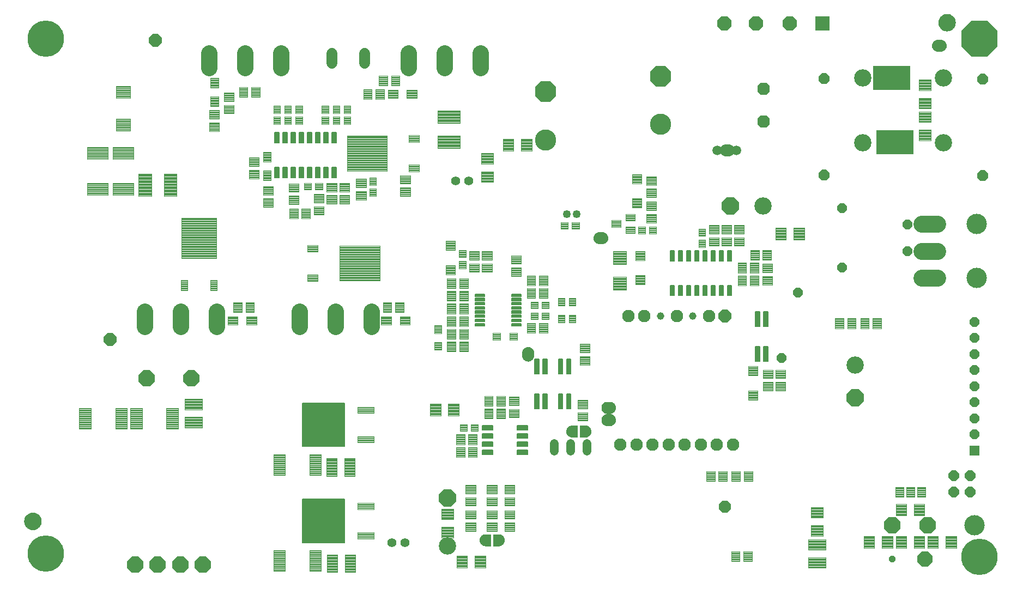
<source format=gbs>
G75*
%MOIN*%
%OFA0B0*%
%FSLAX25Y25*%
%IPPOS*%
%LPD*%
%AMOC8*
5,1,8,0,0,1.08239X$1,22.5*
%
%ADD10C,0.10600*%
%ADD11OC8,0.06600*%
%ADD12C,0.00414*%
%ADD13C,0.10293*%
%ADD14C,0.12411*%
%ADD15R,0.22835X0.14961*%
%ADD16R,0.08868X0.08868*%
%ADD17OC8,0.08868*%
%ADD18C,0.00500*%
%ADD19C,0.00473*%
%ADD20C,0.00526*%
%ADD21C,0.00461*%
%ADD22OC8,0.10600*%
%ADD23OC8,0.07096*%
%ADD24C,0.00457*%
%ADD25C,0.00428*%
%ADD26C,0.00454*%
%ADD27OC8,0.06000*%
%ADD28C,0.00504*%
%ADD29C,0.00510*%
%ADD30C,0.00100*%
%ADD31OC8,0.10293*%
%ADD32C,0.04931*%
%ADD33C,0.05400*%
%ADD34C,0.00580*%
%ADD35C,0.00437*%
%ADD36C,0.09899*%
%ADD37C,0.00426*%
%ADD38C,0.06600*%
%ADD39C,0.00404*%
%ADD40OC8,0.09899*%
%ADD41C,0.12962*%
%ADD42OC8,0.12962*%
%ADD43C,0.05600*%
%ADD44OC8,0.07687*%
%ADD45OC8,0.09200*%
%ADD46OC8,0.04143*%
%ADD47OC8,0.06506*%
%ADD48R,0.05915X0.05915*%
%ADD49OC8,0.05915*%
%ADD50C,0.05915*%
%ADD51C,0.07687*%
%ADD52C,0.04537*%
%ADD53C,0.00424*%
%ADD54OC8,0.07600*%
%ADD55C,0.22254*%
%ADD56OC8,0.22254*%
D10*
X0294977Y0046949D03*
X0544477Y0157713D03*
X0487977Y0254963D03*
X0549013Y0293876D03*
X0598225Y0293876D03*
X0598225Y0333246D03*
X0549013Y0333246D03*
D11*
X0525227Y0333213D03*
X0525227Y0274213D03*
X0622227Y0273713D03*
X0622227Y0332713D03*
D12*
X0583343Y0332354D02*
X0583343Y0325870D01*
X0583343Y0332354D02*
X0590627Y0332354D01*
X0590627Y0325870D01*
X0583343Y0325870D01*
X0583343Y0326283D02*
X0590627Y0326283D01*
X0590627Y0326696D02*
X0583343Y0326696D01*
X0583343Y0327109D02*
X0590627Y0327109D01*
X0590627Y0327522D02*
X0583343Y0327522D01*
X0583343Y0327935D02*
X0590627Y0327935D01*
X0590627Y0328348D02*
X0583343Y0328348D01*
X0583343Y0328761D02*
X0590627Y0328761D01*
X0590627Y0329174D02*
X0583343Y0329174D01*
X0583343Y0329587D02*
X0590627Y0329587D01*
X0590627Y0330000D02*
X0583343Y0330000D01*
X0583343Y0330413D02*
X0590627Y0330413D01*
X0590627Y0330826D02*
X0583343Y0330826D01*
X0583343Y0331239D02*
X0590627Y0331239D01*
X0590627Y0331652D02*
X0583343Y0331652D01*
X0583343Y0332065D02*
X0590627Y0332065D01*
X0583343Y0321157D02*
X0583343Y0314673D01*
X0583343Y0321157D02*
X0590627Y0321157D01*
X0590627Y0314673D01*
X0583343Y0314673D01*
X0583343Y0315086D02*
X0590627Y0315086D01*
X0590627Y0315499D02*
X0583343Y0315499D01*
X0583343Y0315912D02*
X0590627Y0315912D01*
X0590627Y0316325D02*
X0583343Y0316325D01*
X0583343Y0316738D02*
X0590627Y0316738D01*
X0590627Y0317151D02*
X0583343Y0317151D01*
X0583343Y0317564D02*
X0590627Y0317564D01*
X0590627Y0317977D02*
X0583343Y0317977D01*
X0583343Y0318390D02*
X0590627Y0318390D01*
X0590627Y0318803D02*
X0583343Y0318803D01*
X0583343Y0319216D02*
X0590627Y0319216D01*
X0590627Y0319629D02*
X0583343Y0319629D01*
X0583343Y0320042D02*
X0590627Y0320042D01*
X0590627Y0320455D02*
X0583343Y0320455D01*
X0583343Y0320868D02*
X0590627Y0320868D01*
X0583343Y0312854D02*
X0583343Y0306370D01*
X0583343Y0312854D02*
X0590627Y0312854D01*
X0590627Y0306370D01*
X0583343Y0306370D01*
X0583343Y0306783D02*
X0590627Y0306783D01*
X0590627Y0307196D02*
X0583343Y0307196D01*
X0583343Y0307609D02*
X0590627Y0307609D01*
X0590627Y0308022D02*
X0583343Y0308022D01*
X0583343Y0308435D02*
X0590627Y0308435D01*
X0590627Y0308848D02*
X0583343Y0308848D01*
X0583343Y0309261D02*
X0590627Y0309261D01*
X0590627Y0309674D02*
X0583343Y0309674D01*
X0583343Y0310087D02*
X0590627Y0310087D01*
X0590627Y0310500D02*
X0583343Y0310500D01*
X0583343Y0310913D02*
X0590627Y0310913D01*
X0590627Y0311326D02*
X0583343Y0311326D01*
X0583343Y0311739D02*
X0590627Y0311739D01*
X0590627Y0312152D02*
X0583343Y0312152D01*
X0583343Y0312565D02*
X0590627Y0312565D01*
X0583343Y0301657D02*
X0583343Y0295173D01*
X0583343Y0301657D02*
X0590627Y0301657D01*
X0590627Y0295173D01*
X0583343Y0295173D01*
X0583343Y0295586D02*
X0590627Y0295586D01*
X0590627Y0295999D02*
X0583343Y0295999D01*
X0583343Y0296412D02*
X0590627Y0296412D01*
X0590627Y0296825D02*
X0583343Y0296825D01*
X0583343Y0297238D02*
X0590627Y0297238D01*
X0590627Y0297651D02*
X0583343Y0297651D01*
X0583343Y0298064D02*
X0590627Y0298064D01*
X0590627Y0298477D02*
X0583343Y0298477D01*
X0583343Y0298890D02*
X0590627Y0298890D01*
X0590627Y0299303D02*
X0583343Y0299303D01*
X0583343Y0299716D02*
X0590627Y0299716D01*
X0590627Y0300129D02*
X0583343Y0300129D01*
X0583343Y0300542D02*
X0590627Y0300542D01*
X0590627Y0300955D02*
X0583343Y0300955D01*
X0583343Y0301368D02*
X0590627Y0301368D01*
X0513317Y0241605D02*
X0506833Y0241605D01*
X0513317Y0241605D02*
X0513317Y0234321D01*
X0506833Y0234321D01*
X0506833Y0241605D01*
X0506833Y0234734D02*
X0513317Y0234734D01*
X0513317Y0235147D02*
X0506833Y0235147D01*
X0506833Y0235560D02*
X0513317Y0235560D01*
X0513317Y0235973D02*
X0506833Y0235973D01*
X0506833Y0236386D02*
X0513317Y0236386D01*
X0513317Y0236799D02*
X0506833Y0236799D01*
X0506833Y0237212D02*
X0513317Y0237212D01*
X0513317Y0237625D02*
X0506833Y0237625D01*
X0506833Y0238038D02*
X0513317Y0238038D01*
X0513317Y0238451D02*
X0506833Y0238451D01*
X0506833Y0238864D02*
X0513317Y0238864D01*
X0513317Y0239277D02*
X0506833Y0239277D01*
X0506833Y0239690D02*
X0513317Y0239690D01*
X0513317Y0240103D02*
X0506833Y0240103D01*
X0506833Y0240516D02*
X0513317Y0240516D01*
X0513317Y0240929D02*
X0506833Y0240929D01*
X0506833Y0241342D02*
X0513317Y0241342D01*
X0502121Y0241605D02*
X0495637Y0241605D01*
X0502121Y0241605D02*
X0502121Y0234321D01*
X0495637Y0234321D01*
X0495637Y0241605D01*
X0495637Y0234734D02*
X0502121Y0234734D01*
X0502121Y0235147D02*
X0495637Y0235147D01*
X0495637Y0235560D02*
X0502121Y0235560D01*
X0502121Y0235973D02*
X0495637Y0235973D01*
X0495637Y0236386D02*
X0502121Y0236386D01*
X0502121Y0236799D02*
X0495637Y0236799D01*
X0495637Y0237212D02*
X0502121Y0237212D01*
X0502121Y0237625D02*
X0495637Y0237625D01*
X0495637Y0238038D02*
X0502121Y0238038D01*
X0502121Y0238451D02*
X0495637Y0238451D01*
X0495637Y0238864D02*
X0502121Y0238864D01*
X0502121Y0239277D02*
X0495637Y0239277D01*
X0495637Y0239690D02*
X0502121Y0239690D01*
X0502121Y0240103D02*
X0495637Y0240103D01*
X0495637Y0240516D02*
X0502121Y0240516D01*
X0502121Y0240929D02*
X0495637Y0240929D01*
X0495637Y0241342D02*
X0502121Y0241342D01*
X0346567Y0296105D02*
X0340083Y0296105D01*
X0346567Y0296105D02*
X0346567Y0288821D01*
X0340083Y0288821D01*
X0340083Y0296105D01*
X0340083Y0289234D02*
X0346567Y0289234D01*
X0346567Y0289647D02*
X0340083Y0289647D01*
X0340083Y0290060D02*
X0346567Y0290060D01*
X0346567Y0290473D02*
X0340083Y0290473D01*
X0340083Y0290886D02*
X0346567Y0290886D01*
X0346567Y0291299D02*
X0340083Y0291299D01*
X0340083Y0291712D02*
X0346567Y0291712D01*
X0346567Y0292125D02*
X0340083Y0292125D01*
X0340083Y0292538D02*
X0346567Y0292538D01*
X0346567Y0292951D02*
X0340083Y0292951D01*
X0340083Y0293364D02*
X0346567Y0293364D01*
X0346567Y0293777D02*
X0340083Y0293777D01*
X0340083Y0294190D02*
X0346567Y0294190D01*
X0346567Y0294603D02*
X0340083Y0294603D01*
X0340083Y0295016D02*
X0346567Y0295016D01*
X0346567Y0295429D02*
X0340083Y0295429D01*
X0340083Y0295842D02*
X0346567Y0295842D01*
X0335371Y0296105D02*
X0328887Y0296105D01*
X0335371Y0296105D02*
X0335371Y0288821D01*
X0328887Y0288821D01*
X0328887Y0296105D01*
X0328887Y0289234D02*
X0335371Y0289234D01*
X0335371Y0289647D02*
X0328887Y0289647D01*
X0328887Y0290060D02*
X0335371Y0290060D01*
X0335371Y0290473D02*
X0328887Y0290473D01*
X0328887Y0290886D02*
X0335371Y0290886D01*
X0335371Y0291299D02*
X0328887Y0291299D01*
X0328887Y0291712D02*
X0335371Y0291712D01*
X0335371Y0292125D02*
X0328887Y0292125D01*
X0328887Y0292538D02*
X0335371Y0292538D01*
X0335371Y0292951D02*
X0328887Y0292951D01*
X0328887Y0293364D02*
X0335371Y0293364D01*
X0335371Y0293777D02*
X0328887Y0293777D01*
X0328887Y0294190D02*
X0335371Y0294190D01*
X0335371Y0294603D02*
X0328887Y0294603D01*
X0328887Y0295016D02*
X0335371Y0295016D01*
X0335371Y0295429D02*
X0328887Y0295429D01*
X0328887Y0295842D02*
X0335371Y0295842D01*
X0315835Y0287303D02*
X0315835Y0280819D01*
X0315835Y0287303D02*
X0323119Y0287303D01*
X0323119Y0280819D01*
X0315835Y0280819D01*
X0315835Y0281232D02*
X0323119Y0281232D01*
X0323119Y0281645D02*
X0315835Y0281645D01*
X0315835Y0282058D02*
X0323119Y0282058D01*
X0323119Y0282471D02*
X0315835Y0282471D01*
X0315835Y0282884D02*
X0323119Y0282884D01*
X0323119Y0283297D02*
X0315835Y0283297D01*
X0315835Y0283710D02*
X0323119Y0283710D01*
X0323119Y0284123D02*
X0315835Y0284123D01*
X0315835Y0284536D02*
X0323119Y0284536D01*
X0323119Y0284949D02*
X0315835Y0284949D01*
X0315835Y0285362D02*
X0323119Y0285362D01*
X0323119Y0285775D02*
X0315835Y0285775D01*
X0315835Y0286188D02*
X0323119Y0286188D01*
X0323119Y0286601D02*
X0315835Y0286601D01*
X0315835Y0287014D02*
X0323119Y0287014D01*
X0315835Y0276106D02*
X0315835Y0269622D01*
X0315835Y0276106D02*
X0323119Y0276106D01*
X0323119Y0269622D01*
X0315835Y0269622D01*
X0315835Y0270035D02*
X0323119Y0270035D01*
X0323119Y0270448D02*
X0315835Y0270448D01*
X0315835Y0270861D02*
X0323119Y0270861D01*
X0323119Y0271274D02*
X0315835Y0271274D01*
X0315835Y0271687D02*
X0323119Y0271687D01*
X0323119Y0272100D02*
X0315835Y0272100D01*
X0315835Y0272513D02*
X0323119Y0272513D01*
X0323119Y0272926D02*
X0315835Y0272926D01*
X0315835Y0273339D02*
X0323119Y0273339D01*
X0323119Y0273752D02*
X0315835Y0273752D01*
X0315835Y0274165D02*
X0323119Y0274165D01*
X0323119Y0274578D02*
X0315835Y0274578D01*
X0315835Y0274991D02*
X0323119Y0274991D01*
X0323119Y0275404D02*
X0315835Y0275404D01*
X0315835Y0275817D02*
X0323119Y0275817D01*
X0145135Y0136966D02*
X0145135Y0130482D01*
X0134319Y0130482D01*
X0134319Y0136966D01*
X0145135Y0136966D01*
X0145135Y0130895D02*
X0134319Y0130895D01*
X0134319Y0131308D02*
X0145135Y0131308D01*
X0145135Y0131721D02*
X0134319Y0131721D01*
X0134319Y0132134D02*
X0145135Y0132134D01*
X0145135Y0132547D02*
X0134319Y0132547D01*
X0134319Y0132960D02*
X0145135Y0132960D01*
X0145135Y0133373D02*
X0134319Y0133373D01*
X0134319Y0133786D02*
X0145135Y0133786D01*
X0145135Y0134199D02*
X0134319Y0134199D01*
X0134319Y0134612D02*
X0145135Y0134612D01*
X0145135Y0135025D02*
X0134319Y0135025D01*
X0134319Y0135438D02*
X0145135Y0135438D01*
X0145135Y0135851D02*
X0134319Y0135851D01*
X0134319Y0136264D02*
X0145135Y0136264D01*
X0145135Y0136677D02*
X0134319Y0136677D01*
X0145135Y0125943D02*
X0145135Y0119459D01*
X0134319Y0119459D01*
X0134319Y0125943D01*
X0145135Y0125943D01*
X0145135Y0119872D02*
X0134319Y0119872D01*
X0134319Y0120285D02*
X0145135Y0120285D01*
X0145135Y0120698D02*
X0134319Y0120698D01*
X0134319Y0121111D02*
X0145135Y0121111D01*
X0145135Y0121524D02*
X0134319Y0121524D01*
X0134319Y0121937D02*
X0145135Y0121937D01*
X0145135Y0122350D02*
X0134319Y0122350D01*
X0134319Y0122763D02*
X0145135Y0122763D01*
X0145135Y0123176D02*
X0134319Y0123176D01*
X0134319Y0123589D02*
X0145135Y0123589D01*
X0145135Y0124002D02*
X0134319Y0124002D01*
X0134319Y0124415D02*
X0145135Y0124415D01*
X0145135Y0124828D02*
X0134319Y0124828D01*
X0134319Y0125241D02*
X0145135Y0125241D01*
X0145135Y0125654D02*
X0134319Y0125654D01*
X0220973Y0089805D02*
X0227457Y0089805D01*
X0220973Y0089805D02*
X0220973Y0100621D01*
X0227457Y0100621D01*
X0227457Y0089805D01*
X0227457Y0090218D02*
X0220973Y0090218D01*
X0220973Y0090631D02*
X0227457Y0090631D01*
X0227457Y0091044D02*
X0220973Y0091044D01*
X0220973Y0091457D02*
X0227457Y0091457D01*
X0227457Y0091870D02*
X0220973Y0091870D01*
X0220973Y0092283D02*
X0227457Y0092283D01*
X0227457Y0092696D02*
X0220973Y0092696D01*
X0220973Y0093109D02*
X0227457Y0093109D01*
X0227457Y0093522D02*
X0220973Y0093522D01*
X0220973Y0093935D02*
X0227457Y0093935D01*
X0227457Y0094348D02*
X0220973Y0094348D01*
X0220973Y0094761D02*
X0227457Y0094761D01*
X0227457Y0095174D02*
X0220973Y0095174D01*
X0220973Y0095587D02*
X0227457Y0095587D01*
X0227457Y0096000D02*
X0220973Y0096000D01*
X0220973Y0096413D02*
X0227457Y0096413D01*
X0227457Y0096826D02*
X0220973Y0096826D01*
X0220973Y0097239D02*
X0227457Y0097239D01*
X0227457Y0097652D02*
X0220973Y0097652D01*
X0220973Y0098065D02*
X0227457Y0098065D01*
X0227457Y0098478D02*
X0220973Y0098478D01*
X0220973Y0098891D02*
X0227457Y0098891D01*
X0227457Y0099304D02*
X0220973Y0099304D01*
X0220973Y0099717D02*
X0227457Y0099717D01*
X0227457Y0100130D02*
X0220973Y0100130D01*
X0220973Y0100543D02*
X0227457Y0100543D01*
X0231997Y0089805D02*
X0238481Y0089805D01*
X0231997Y0089805D02*
X0231997Y0100621D01*
X0238481Y0100621D01*
X0238481Y0089805D01*
X0238481Y0090218D02*
X0231997Y0090218D01*
X0231997Y0090631D02*
X0238481Y0090631D01*
X0238481Y0091044D02*
X0231997Y0091044D01*
X0231997Y0091457D02*
X0238481Y0091457D01*
X0238481Y0091870D02*
X0231997Y0091870D01*
X0231997Y0092283D02*
X0238481Y0092283D01*
X0238481Y0092696D02*
X0231997Y0092696D01*
X0231997Y0093109D02*
X0238481Y0093109D01*
X0238481Y0093522D02*
X0231997Y0093522D01*
X0231997Y0093935D02*
X0238481Y0093935D01*
X0238481Y0094348D02*
X0231997Y0094348D01*
X0231997Y0094761D02*
X0238481Y0094761D01*
X0238481Y0095174D02*
X0231997Y0095174D01*
X0231997Y0095587D02*
X0238481Y0095587D01*
X0238481Y0096000D02*
X0231997Y0096000D01*
X0231997Y0096413D02*
X0238481Y0096413D01*
X0238481Y0096826D02*
X0231997Y0096826D01*
X0231997Y0097239D02*
X0238481Y0097239D01*
X0238481Y0097652D02*
X0231997Y0097652D01*
X0231997Y0098065D02*
X0238481Y0098065D01*
X0238481Y0098478D02*
X0231997Y0098478D01*
X0231997Y0098891D02*
X0238481Y0098891D01*
X0238481Y0099304D02*
X0231997Y0099304D01*
X0231997Y0099717D02*
X0238481Y0099717D01*
X0238481Y0100130D02*
X0231997Y0100130D01*
X0231997Y0100543D02*
X0238481Y0100543D01*
X0284473Y0134099D02*
X0290957Y0134099D01*
X0290957Y0126827D01*
X0284473Y0126827D01*
X0284473Y0134099D01*
X0284473Y0127240D02*
X0290957Y0127240D01*
X0290957Y0127653D02*
X0284473Y0127653D01*
X0284473Y0128066D02*
X0290957Y0128066D01*
X0290957Y0128479D02*
X0284473Y0128479D01*
X0284473Y0128892D02*
X0290957Y0128892D01*
X0290957Y0129305D02*
X0284473Y0129305D01*
X0284473Y0129718D02*
X0290957Y0129718D01*
X0290957Y0130131D02*
X0284473Y0130131D01*
X0284473Y0130544D02*
X0290957Y0130544D01*
X0290957Y0130957D02*
X0284473Y0130957D01*
X0284473Y0131370D02*
X0290957Y0131370D01*
X0290957Y0131783D02*
X0284473Y0131783D01*
X0284473Y0132196D02*
X0290957Y0132196D01*
X0290957Y0132609D02*
X0284473Y0132609D01*
X0284473Y0133022D02*
X0290957Y0133022D01*
X0290957Y0133435D02*
X0284473Y0133435D01*
X0284473Y0133848D02*
X0290957Y0133848D01*
X0295497Y0134099D02*
X0301981Y0134099D01*
X0301981Y0126827D01*
X0295497Y0126827D01*
X0295497Y0134099D01*
X0295497Y0127240D02*
X0301981Y0127240D01*
X0301981Y0127653D02*
X0295497Y0127653D01*
X0295497Y0128066D02*
X0301981Y0128066D01*
X0301981Y0128479D02*
X0295497Y0128479D01*
X0295497Y0128892D02*
X0301981Y0128892D01*
X0301981Y0129305D02*
X0295497Y0129305D01*
X0295497Y0129718D02*
X0301981Y0129718D01*
X0301981Y0130131D02*
X0295497Y0130131D01*
X0295497Y0130544D02*
X0301981Y0130544D01*
X0301981Y0130957D02*
X0295497Y0130957D01*
X0295497Y0131370D02*
X0301981Y0131370D01*
X0301981Y0131783D02*
X0295497Y0131783D01*
X0295497Y0132196D02*
X0301981Y0132196D01*
X0301981Y0132609D02*
X0295497Y0132609D01*
X0295497Y0133022D02*
X0301981Y0133022D01*
X0301981Y0133435D02*
X0295497Y0133435D01*
X0295497Y0133848D02*
X0301981Y0133848D01*
X0298613Y0069716D02*
X0298613Y0063232D01*
X0291341Y0063232D01*
X0291341Y0069716D01*
X0298613Y0069716D01*
X0298613Y0063645D02*
X0291341Y0063645D01*
X0291341Y0064058D02*
X0298613Y0064058D01*
X0298613Y0064471D02*
X0291341Y0064471D01*
X0291341Y0064884D02*
X0298613Y0064884D01*
X0298613Y0065297D02*
X0291341Y0065297D01*
X0291341Y0065710D02*
X0298613Y0065710D01*
X0298613Y0066123D02*
X0291341Y0066123D01*
X0291341Y0066536D02*
X0298613Y0066536D01*
X0298613Y0066949D02*
X0291341Y0066949D01*
X0291341Y0067362D02*
X0298613Y0067362D01*
X0298613Y0067775D02*
X0291341Y0067775D01*
X0291341Y0068188D02*
X0298613Y0068188D01*
X0298613Y0068601D02*
X0291341Y0068601D01*
X0291341Y0069014D02*
X0298613Y0069014D01*
X0298613Y0069427D02*
X0291341Y0069427D01*
X0298613Y0058693D02*
X0298613Y0052209D01*
X0291341Y0052209D01*
X0291341Y0058693D01*
X0298613Y0058693D01*
X0298613Y0052622D02*
X0291341Y0052622D01*
X0291341Y0053035D02*
X0298613Y0053035D01*
X0298613Y0053448D02*
X0291341Y0053448D01*
X0291341Y0053861D02*
X0298613Y0053861D01*
X0298613Y0054274D02*
X0291341Y0054274D01*
X0291341Y0054687D02*
X0298613Y0054687D01*
X0298613Y0055100D02*
X0291341Y0055100D01*
X0291341Y0055513D02*
X0298613Y0055513D01*
X0298613Y0055926D02*
X0291341Y0055926D01*
X0291341Y0056339D02*
X0298613Y0056339D01*
X0298613Y0056752D02*
X0291341Y0056752D01*
X0291341Y0057165D02*
X0298613Y0057165D01*
X0298613Y0057578D02*
X0291341Y0057578D01*
X0291341Y0057991D02*
X0298613Y0057991D01*
X0298613Y0058404D02*
X0291341Y0058404D01*
X0300723Y0033827D02*
X0307207Y0033827D01*
X0300723Y0033827D02*
X0300723Y0041099D01*
X0307207Y0041099D01*
X0307207Y0033827D01*
X0307207Y0034240D02*
X0300723Y0034240D01*
X0300723Y0034653D02*
X0307207Y0034653D01*
X0307207Y0035066D02*
X0300723Y0035066D01*
X0300723Y0035479D02*
X0307207Y0035479D01*
X0307207Y0035892D02*
X0300723Y0035892D01*
X0300723Y0036305D02*
X0307207Y0036305D01*
X0307207Y0036718D02*
X0300723Y0036718D01*
X0300723Y0037131D02*
X0307207Y0037131D01*
X0307207Y0037544D02*
X0300723Y0037544D01*
X0300723Y0037957D02*
X0307207Y0037957D01*
X0307207Y0038370D02*
X0300723Y0038370D01*
X0300723Y0038783D02*
X0307207Y0038783D01*
X0307207Y0039196D02*
X0300723Y0039196D01*
X0300723Y0039609D02*
X0307207Y0039609D01*
X0307207Y0040022D02*
X0300723Y0040022D01*
X0300723Y0040435D02*
X0307207Y0040435D01*
X0307207Y0040848D02*
X0300723Y0040848D01*
X0311747Y0033827D02*
X0318231Y0033827D01*
X0311747Y0033827D02*
X0311747Y0041099D01*
X0318231Y0041099D01*
X0318231Y0033827D01*
X0318231Y0034240D02*
X0311747Y0034240D01*
X0311747Y0034653D02*
X0318231Y0034653D01*
X0318231Y0035066D02*
X0311747Y0035066D01*
X0311747Y0035479D02*
X0318231Y0035479D01*
X0318231Y0035892D02*
X0311747Y0035892D01*
X0311747Y0036305D02*
X0318231Y0036305D01*
X0318231Y0036718D02*
X0311747Y0036718D01*
X0311747Y0037131D02*
X0318231Y0037131D01*
X0318231Y0037544D02*
X0311747Y0037544D01*
X0311747Y0037957D02*
X0318231Y0037957D01*
X0318231Y0038370D02*
X0311747Y0038370D01*
X0311747Y0038783D02*
X0318231Y0038783D01*
X0318231Y0039196D02*
X0311747Y0039196D01*
X0311747Y0039609D02*
X0318231Y0039609D01*
X0318231Y0040022D02*
X0311747Y0040022D01*
X0311747Y0040435D02*
X0318231Y0040435D01*
X0318231Y0040848D02*
X0311747Y0040848D01*
X0238731Y0031055D02*
X0232247Y0031055D01*
X0232247Y0041871D01*
X0238731Y0041871D01*
X0238731Y0031055D01*
X0238731Y0031468D02*
X0232247Y0031468D01*
X0232247Y0031881D02*
X0238731Y0031881D01*
X0238731Y0032294D02*
X0232247Y0032294D01*
X0232247Y0032707D02*
X0238731Y0032707D01*
X0238731Y0033120D02*
X0232247Y0033120D01*
X0232247Y0033533D02*
X0238731Y0033533D01*
X0238731Y0033946D02*
X0232247Y0033946D01*
X0232247Y0034359D02*
X0238731Y0034359D01*
X0238731Y0034772D02*
X0232247Y0034772D01*
X0232247Y0035185D02*
X0238731Y0035185D01*
X0238731Y0035598D02*
X0232247Y0035598D01*
X0232247Y0036011D02*
X0238731Y0036011D01*
X0238731Y0036424D02*
X0232247Y0036424D01*
X0232247Y0036837D02*
X0238731Y0036837D01*
X0238731Y0037250D02*
X0232247Y0037250D01*
X0232247Y0037663D02*
X0238731Y0037663D01*
X0238731Y0038076D02*
X0232247Y0038076D01*
X0232247Y0038489D02*
X0238731Y0038489D01*
X0238731Y0038902D02*
X0232247Y0038902D01*
X0232247Y0039315D02*
X0238731Y0039315D01*
X0238731Y0039728D02*
X0232247Y0039728D01*
X0232247Y0040141D02*
X0238731Y0040141D01*
X0238731Y0040554D02*
X0232247Y0040554D01*
X0232247Y0040967D02*
X0238731Y0040967D01*
X0238731Y0041380D02*
X0232247Y0041380D01*
X0232247Y0041793D02*
X0238731Y0041793D01*
X0227707Y0031055D02*
X0221223Y0031055D01*
X0221223Y0041871D01*
X0227707Y0041871D01*
X0227707Y0031055D01*
X0227707Y0031468D02*
X0221223Y0031468D01*
X0221223Y0031881D02*
X0227707Y0031881D01*
X0227707Y0032294D02*
X0221223Y0032294D01*
X0221223Y0032707D02*
X0227707Y0032707D01*
X0227707Y0033120D02*
X0221223Y0033120D01*
X0221223Y0033533D02*
X0227707Y0033533D01*
X0227707Y0033946D02*
X0221223Y0033946D01*
X0221223Y0034359D02*
X0227707Y0034359D01*
X0227707Y0034772D02*
X0221223Y0034772D01*
X0221223Y0035185D02*
X0227707Y0035185D01*
X0227707Y0035598D02*
X0221223Y0035598D01*
X0221223Y0036011D02*
X0227707Y0036011D01*
X0227707Y0036424D02*
X0221223Y0036424D01*
X0221223Y0036837D02*
X0227707Y0036837D01*
X0227707Y0037250D02*
X0221223Y0037250D01*
X0221223Y0037663D02*
X0227707Y0037663D01*
X0227707Y0038076D02*
X0221223Y0038076D01*
X0221223Y0038489D02*
X0227707Y0038489D01*
X0227707Y0038902D02*
X0221223Y0038902D01*
X0221223Y0039315D02*
X0227707Y0039315D01*
X0227707Y0039728D02*
X0221223Y0039728D01*
X0221223Y0040141D02*
X0227707Y0040141D01*
X0227707Y0040554D02*
X0221223Y0040554D01*
X0221223Y0040967D02*
X0227707Y0040967D01*
X0227707Y0041380D02*
X0221223Y0041380D01*
X0221223Y0041793D02*
X0227707Y0041793D01*
X0515569Y0040193D02*
X0515569Y0033709D01*
X0515569Y0040193D02*
X0526385Y0040193D01*
X0526385Y0033709D01*
X0515569Y0033709D01*
X0515569Y0034122D02*
X0526385Y0034122D01*
X0526385Y0034535D02*
X0515569Y0034535D01*
X0515569Y0034948D02*
X0526385Y0034948D01*
X0526385Y0035361D02*
X0515569Y0035361D01*
X0515569Y0035774D02*
X0526385Y0035774D01*
X0526385Y0036187D02*
X0515569Y0036187D01*
X0515569Y0036600D02*
X0526385Y0036600D01*
X0526385Y0037013D02*
X0515569Y0037013D01*
X0515569Y0037426D02*
X0526385Y0037426D01*
X0526385Y0037839D02*
X0515569Y0037839D01*
X0515569Y0038252D02*
X0526385Y0038252D01*
X0526385Y0038665D02*
X0515569Y0038665D01*
X0515569Y0039078D02*
X0526385Y0039078D01*
X0526385Y0039491D02*
X0515569Y0039491D01*
X0515569Y0039904D02*
X0526385Y0039904D01*
X0515569Y0044732D02*
X0515569Y0051216D01*
X0526385Y0051216D01*
X0526385Y0044732D01*
X0515569Y0044732D01*
X0515569Y0045145D02*
X0526385Y0045145D01*
X0526385Y0045558D02*
X0515569Y0045558D01*
X0515569Y0045971D02*
X0526385Y0045971D01*
X0526385Y0046384D02*
X0515569Y0046384D01*
X0515569Y0046797D02*
X0526385Y0046797D01*
X0526385Y0047210D02*
X0515569Y0047210D01*
X0515569Y0047623D02*
X0526385Y0047623D01*
X0526385Y0048036D02*
X0515569Y0048036D01*
X0515569Y0048449D02*
X0526385Y0048449D01*
X0526385Y0048862D02*
X0515569Y0048862D01*
X0515569Y0049275D02*
X0526385Y0049275D01*
X0526385Y0049688D02*
X0515569Y0049688D01*
X0515569Y0050101D02*
X0526385Y0050101D01*
X0526385Y0050514D02*
X0515569Y0050514D01*
X0515569Y0050927D02*
X0526385Y0050927D01*
X0517341Y0053209D02*
X0517341Y0059693D01*
X0524613Y0059693D01*
X0524613Y0053209D01*
X0517341Y0053209D01*
X0517341Y0053622D02*
X0524613Y0053622D01*
X0524613Y0054035D02*
X0517341Y0054035D01*
X0517341Y0054448D02*
X0524613Y0054448D01*
X0524613Y0054861D02*
X0517341Y0054861D01*
X0517341Y0055274D02*
X0524613Y0055274D01*
X0524613Y0055687D02*
X0517341Y0055687D01*
X0517341Y0056100D02*
X0524613Y0056100D01*
X0524613Y0056513D02*
X0517341Y0056513D01*
X0517341Y0056926D02*
X0524613Y0056926D01*
X0524613Y0057339D02*
X0517341Y0057339D01*
X0517341Y0057752D02*
X0524613Y0057752D01*
X0524613Y0058165D02*
X0517341Y0058165D01*
X0517341Y0058578D02*
X0524613Y0058578D01*
X0524613Y0058991D02*
X0517341Y0058991D01*
X0517341Y0059404D02*
X0524613Y0059404D01*
X0517341Y0064232D02*
X0517341Y0070716D01*
X0524613Y0070716D01*
X0524613Y0064232D01*
X0517341Y0064232D01*
X0517341Y0064645D02*
X0524613Y0064645D01*
X0524613Y0065058D02*
X0517341Y0065058D01*
X0517341Y0065471D02*
X0524613Y0065471D01*
X0524613Y0065884D02*
X0517341Y0065884D01*
X0517341Y0066297D02*
X0524613Y0066297D01*
X0524613Y0066710D02*
X0517341Y0066710D01*
X0517341Y0067123D02*
X0524613Y0067123D01*
X0524613Y0067536D02*
X0517341Y0067536D01*
X0517341Y0067949D02*
X0524613Y0067949D01*
X0524613Y0068362D02*
X0517341Y0068362D01*
X0517341Y0068775D02*
X0524613Y0068775D01*
X0524613Y0069188D02*
X0517341Y0069188D01*
X0517341Y0069601D02*
X0524613Y0069601D01*
X0524613Y0070014D02*
X0517341Y0070014D01*
X0517341Y0070427D02*
X0524613Y0070427D01*
X0549723Y0053099D02*
X0556207Y0053099D01*
X0556207Y0045827D01*
X0549723Y0045827D01*
X0549723Y0053099D01*
X0549723Y0046240D02*
X0556207Y0046240D01*
X0556207Y0046653D02*
X0549723Y0046653D01*
X0549723Y0047066D02*
X0556207Y0047066D01*
X0556207Y0047479D02*
X0549723Y0047479D01*
X0549723Y0047892D02*
X0556207Y0047892D01*
X0556207Y0048305D02*
X0549723Y0048305D01*
X0549723Y0048718D02*
X0556207Y0048718D01*
X0556207Y0049131D02*
X0549723Y0049131D01*
X0549723Y0049544D02*
X0556207Y0049544D01*
X0556207Y0049957D02*
X0549723Y0049957D01*
X0549723Y0050370D02*
X0556207Y0050370D01*
X0556207Y0050783D02*
X0549723Y0050783D01*
X0549723Y0051196D02*
X0556207Y0051196D01*
X0556207Y0051609D02*
X0549723Y0051609D01*
X0549723Y0052022D02*
X0556207Y0052022D01*
X0556207Y0052435D02*
X0549723Y0052435D01*
X0549723Y0052848D02*
X0556207Y0052848D01*
X0560747Y0053099D02*
X0567231Y0053099D01*
X0567231Y0045827D01*
X0560747Y0045827D01*
X0560747Y0053099D01*
X0560747Y0046240D02*
X0567231Y0046240D01*
X0567231Y0046653D02*
X0560747Y0046653D01*
X0560747Y0047066D02*
X0567231Y0047066D01*
X0567231Y0047479D02*
X0560747Y0047479D01*
X0560747Y0047892D02*
X0567231Y0047892D01*
X0567231Y0048305D02*
X0560747Y0048305D01*
X0560747Y0048718D02*
X0567231Y0048718D01*
X0567231Y0049131D02*
X0560747Y0049131D01*
X0560747Y0049544D02*
X0567231Y0049544D01*
X0567231Y0049957D02*
X0560747Y0049957D01*
X0560747Y0050370D02*
X0567231Y0050370D01*
X0567231Y0050783D02*
X0560747Y0050783D01*
X0560747Y0051196D02*
X0567231Y0051196D01*
X0567231Y0051609D02*
X0560747Y0051609D01*
X0560747Y0052022D02*
X0567231Y0052022D01*
X0567231Y0052435D02*
X0560747Y0052435D01*
X0560747Y0052848D02*
X0567231Y0052848D01*
X0569223Y0053099D02*
X0575707Y0053099D01*
X0575707Y0045827D01*
X0569223Y0045827D01*
X0569223Y0053099D01*
X0569223Y0046240D02*
X0575707Y0046240D01*
X0575707Y0046653D02*
X0569223Y0046653D01*
X0569223Y0047066D02*
X0575707Y0047066D01*
X0575707Y0047479D02*
X0569223Y0047479D01*
X0569223Y0047892D02*
X0575707Y0047892D01*
X0575707Y0048305D02*
X0569223Y0048305D01*
X0569223Y0048718D02*
X0575707Y0048718D01*
X0575707Y0049131D02*
X0569223Y0049131D01*
X0569223Y0049544D02*
X0575707Y0049544D01*
X0575707Y0049957D02*
X0569223Y0049957D01*
X0569223Y0050370D02*
X0575707Y0050370D01*
X0575707Y0050783D02*
X0569223Y0050783D01*
X0569223Y0051196D02*
X0575707Y0051196D01*
X0575707Y0051609D02*
X0569223Y0051609D01*
X0569223Y0052022D02*
X0575707Y0052022D01*
X0575707Y0052435D02*
X0569223Y0052435D01*
X0569223Y0052848D02*
X0575707Y0052848D01*
X0580247Y0053099D02*
X0586731Y0053099D01*
X0586731Y0045827D01*
X0580247Y0045827D01*
X0580247Y0053099D01*
X0580247Y0046240D02*
X0586731Y0046240D01*
X0586731Y0046653D02*
X0580247Y0046653D01*
X0580247Y0047066D02*
X0586731Y0047066D01*
X0586731Y0047479D02*
X0580247Y0047479D01*
X0580247Y0047892D02*
X0586731Y0047892D01*
X0586731Y0048305D02*
X0580247Y0048305D01*
X0580247Y0048718D02*
X0586731Y0048718D01*
X0586731Y0049131D02*
X0580247Y0049131D01*
X0580247Y0049544D02*
X0586731Y0049544D01*
X0586731Y0049957D02*
X0580247Y0049957D01*
X0580247Y0050370D02*
X0586731Y0050370D01*
X0586731Y0050783D02*
X0580247Y0050783D01*
X0580247Y0051196D02*
X0586731Y0051196D01*
X0586731Y0051609D02*
X0580247Y0051609D01*
X0580247Y0052022D02*
X0586731Y0052022D01*
X0586731Y0052435D02*
X0580247Y0052435D01*
X0580247Y0052848D02*
X0586731Y0052848D01*
X0588723Y0045827D02*
X0595207Y0045827D01*
X0588723Y0045827D02*
X0588723Y0053099D01*
X0595207Y0053099D01*
X0595207Y0045827D01*
X0595207Y0046240D02*
X0588723Y0046240D01*
X0588723Y0046653D02*
X0595207Y0046653D01*
X0595207Y0047066D02*
X0588723Y0047066D01*
X0588723Y0047479D02*
X0595207Y0047479D01*
X0595207Y0047892D02*
X0588723Y0047892D01*
X0588723Y0048305D02*
X0595207Y0048305D01*
X0595207Y0048718D02*
X0588723Y0048718D01*
X0588723Y0049131D02*
X0595207Y0049131D01*
X0595207Y0049544D02*
X0588723Y0049544D01*
X0588723Y0049957D02*
X0595207Y0049957D01*
X0595207Y0050370D02*
X0588723Y0050370D01*
X0588723Y0050783D02*
X0595207Y0050783D01*
X0595207Y0051196D02*
X0588723Y0051196D01*
X0588723Y0051609D02*
X0595207Y0051609D01*
X0595207Y0052022D02*
X0588723Y0052022D01*
X0588723Y0052435D02*
X0595207Y0052435D01*
X0595207Y0052848D02*
X0588723Y0052848D01*
X0599747Y0045827D02*
X0606231Y0045827D01*
X0599747Y0045827D02*
X0599747Y0053099D01*
X0606231Y0053099D01*
X0606231Y0045827D01*
X0606231Y0046240D02*
X0599747Y0046240D01*
X0599747Y0046653D02*
X0606231Y0046653D01*
X0606231Y0047066D02*
X0599747Y0047066D01*
X0599747Y0047479D02*
X0606231Y0047479D01*
X0606231Y0047892D02*
X0599747Y0047892D01*
X0599747Y0048305D02*
X0606231Y0048305D01*
X0606231Y0048718D02*
X0599747Y0048718D01*
X0599747Y0049131D02*
X0606231Y0049131D01*
X0606231Y0049544D02*
X0599747Y0049544D01*
X0599747Y0049957D02*
X0606231Y0049957D01*
X0606231Y0050370D02*
X0599747Y0050370D01*
X0599747Y0050783D02*
X0606231Y0050783D01*
X0606231Y0051196D02*
X0599747Y0051196D01*
X0599747Y0051609D02*
X0606231Y0051609D01*
X0606231Y0052022D02*
X0599747Y0052022D01*
X0599747Y0052435D02*
X0606231Y0052435D01*
X0606231Y0052848D02*
X0599747Y0052848D01*
X0586731Y0072849D02*
X0580247Y0072849D01*
X0586731Y0072849D02*
X0586731Y0065577D01*
X0580247Y0065577D01*
X0580247Y0072849D01*
X0580247Y0065990D02*
X0586731Y0065990D01*
X0586731Y0066403D02*
X0580247Y0066403D01*
X0580247Y0066816D02*
X0586731Y0066816D01*
X0586731Y0067229D02*
X0580247Y0067229D01*
X0580247Y0067642D02*
X0586731Y0067642D01*
X0586731Y0068055D02*
X0580247Y0068055D01*
X0580247Y0068468D02*
X0586731Y0068468D01*
X0586731Y0068881D02*
X0580247Y0068881D01*
X0580247Y0069294D02*
X0586731Y0069294D01*
X0586731Y0069707D02*
X0580247Y0069707D01*
X0580247Y0070120D02*
X0586731Y0070120D01*
X0586731Y0070533D02*
X0580247Y0070533D01*
X0580247Y0070946D02*
X0586731Y0070946D01*
X0586731Y0071359D02*
X0580247Y0071359D01*
X0580247Y0071772D02*
X0586731Y0071772D01*
X0586731Y0072185D02*
X0580247Y0072185D01*
X0580247Y0072598D02*
X0586731Y0072598D01*
X0575707Y0072849D02*
X0569223Y0072849D01*
X0575707Y0072849D02*
X0575707Y0065577D01*
X0569223Y0065577D01*
X0569223Y0072849D01*
X0569223Y0065990D02*
X0575707Y0065990D01*
X0575707Y0066403D02*
X0569223Y0066403D01*
X0569223Y0066816D02*
X0575707Y0066816D01*
X0575707Y0067229D02*
X0569223Y0067229D01*
X0569223Y0067642D02*
X0575707Y0067642D01*
X0575707Y0068055D02*
X0569223Y0068055D01*
X0569223Y0068468D02*
X0575707Y0068468D01*
X0575707Y0068881D02*
X0569223Y0068881D01*
X0569223Y0069294D02*
X0575707Y0069294D01*
X0575707Y0069707D02*
X0569223Y0069707D01*
X0569223Y0070120D02*
X0575707Y0070120D01*
X0575707Y0070533D02*
X0569223Y0070533D01*
X0569223Y0070946D02*
X0575707Y0070946D01*
X0575707Y0071359D02*
X0569223Y0071359D01*
X0569223Y0071772D02*
X0575707Y0071772D01*
X0575707Y0072185D02*
X0569223Y0072185D01*
X0569223Y0072598D02*
X0575707Y0072598D01*
D13*
X0585117Y0210902D02*
X0594810Y0210902D01*
X0594810Y0227437D02*
X0585117Y0227437D01*
X0585117Y0243972D02*
X0594810Y0243972D01*
D14*
X0618703Y0243972D03*
X0618703Y0210902D03*
X0617522Y0059720D03*
D15*
X0568719Y0293911D03*
X0566719Y0333411D03*
D16*
X0524294Y0366713D03*
D17*
X0504294Y0366713D03*
X0483794Y0366713D03*
X0464294Y0366713D03*
D18*
X0595593Y0367201D02*
X0595669Y0366333D01*
X0595895Y0365491D01*
X0596263Y0364701D01*
X0596763Y0363987D01*
X0597379Y0363371D01*
X0598093Y0362871D01*
X0598883Y0362502D01*
X0599725Y0362277D01*
X0600593Y0362201D01*
X0601461Y0362277D01*
X0602303Y0362502D01*
X0603093Y0362871D01*
X0603807Y0363371D01*
X0604423Y0363987D01*
X0604923Y0364701D01*
X0605292Y0365491D01*
X0605517Y0366333D01*
X0605593Y0367201D01*
X0605517Y0368069D01*
X0605292Y0368911D01*
X0604923Y0369701D01*
X0604423Y0370415D01*
X0603807Y0371031D01*
X0603093Y0371531D01*
X0602303Y0371899D01*
X0601461Y0372125D01*
X0600593Y0372201D01*
X0599725Y0372125D01*
X0598883Y0371899D01*
X0598093Y0371531D01*
X0597379Y0371031D01*
X0596763Y0370415D01*
X0596263Y0369701D01*
X0595895Y0368911D01*
X0595669Y0368069D01*
X0595593Y0367201D01*
X0595595Y0367184D02*
X0605592Y0367184D01*
X0605551Y0367682D02*
X0595635Y0367682D01*
X0595699Y0368181D02*
X0605487Y0368181D01*
X0605354Y0368679D02*
X0595833Y0368679D01*
X0596019Y0369178D02*
X0605167Y0369178D01*
X0604935Y0369676D02*
X0596252Y0369676D01*
X0596595Y0370175D02*
X0604591Y0370175D01*
X0604165Y0370673D02*
X0597022Y0370673D01*
X0597581Y0371172D02*
X0603606Y0371172D01*
X0602794Y0371671D02*
X0598393Y0371671D01*
X0600230Y0372169D02*
X0600956Y0372169D01*
X0605548Y0366685D02*
X0595638Y0366685D01*
X0595708Y0366187D02*
X0605478Y0366187D01*
X0605345Y0365688D02*
X0595842Y0365688D01*
X0596035Y0365190D02*
X0605151Y0365190D01*
X0604917Y0364691D02*
X0596270Y0364691D01*
X0596619Y0364193D02*
X0604568Y0364193D01*
X0604131Y0363694D02*
X0597055Y0363694D01*
X0597629Y0363196D02*
X0603558Y0363196D01*
X0602721Y0362697D02*
X0598465Y0362697D01*
X0045868Y0064583D02*
X0046237Y0063793D01*
X0046462Y0062951D01*
X0046538Y0062083D01*
X0046462Y0061214D01*
X0046237Y0060373D01*
X0045868Y0059583D01*
X0045368Y0058869D01*
X0044752Y0058252D01*
X0044038Y0057753D01*
X0043248Y0057384D01*
X0042406Y0057159D01*
X0041538Y0057083D01*
X0040670Y0057159D01*
X0039828Y0057384D01*
X0039038Y0057753D01*
X0038324Y0058252D01*
X0037708Y0058869D01*
X0037208Y0059583D01*
X0036840Y0060373D01*
X0036614Y0061214D01*
X0036538Y0062083D01*
X0036614Y0062951D01*
X0036840Y0063793D01*
X0037208Y0064583D01*
X0037708Y0065297D01*
X0038324Y0065913D01*
X0039038Y0066413D01*
X0039828Y0066781D01*
X0040670Y0067007D01*
X0041538Y0067083D01*
X0042406Y0067007D01*
X0043248Y0066781D01*
X0044038Y0066413D01*
X0044752Y0065913D01*
X0045368Y0065297D01*
X0045868Y0064583D01*
X0045865Y0064588D02*
X0037211Y0064588D01*
X0036978Y0064089D02*
X0046098Y0064089D01*
X0046291Y0063591D02*
X0036785Y0063591D01*
X0036652Y0063092D02*
X0046424Y0063092D01*
X0046493Y0062594D02*
X0036583Y0062594D01*
X0036539Y0062095D02*
X0046537Y0062095D01*
X0046496Y0061596D02*
X0036581Y0061596D01*
X0036645Y0061098D02*
X0046431Y0061098D01*
X0046297Y0060599D02*
X0036779Y0060599D01*
X0036966Y0060101D02*
X0046110Y0060101D01*
X0045877Y0059602D02*
X0037199Y0059602D01*
X0037543Y0059104D02*
X0045533Y0059104D01*
X0045105Y0058605D02*
X0037971Y0058605D01*
X0038532Y0058107D02*
X0044544Y0058107D01*
X0043729Y0057608D02*
X0039347Y0057608D01*
X0041227Y0057110D02*
X0041849Y0057110D01*
X0045516Y0065086D02*
X0037560Y0065086D01*
X0037996Y0065585D02*
X0045080Y0065585D01*
X0044509Y0066083D02*
X0038567Y0066083D01*
X0039400Y0066582D02*
X0043676Y0066582D01*
X0041567Y0067080D02*
X0041509Y0067080D01*
D19*
X0239963Y0069549D02*
X0239963Y0073377D01*
X0249891Y0073377D01*
X0249891Y0069549D01*
X0239963Y0069549D01*
X0239963Y0070021D02*
X0249891Y0070021D01*
X0249891Y0070493D02*
X0239963Y0070493D01*
X0239963Y0070965D02*
X0249891Y0070965D01*
X0249891Y0071437D02*
X0239963Y0071437D01*
X0239963Y0071909D02*
X0249891Y0071909D01*
X0249891Y0072381D02*
X0239963Y0072381D01*
X0239963Y0072853D02*
X0249891Y0072853D01*
X0249891Y0073325D02*
X0239963Y0073325D01*
X0239963Y0055377D02*
X0239963Y0051549D01*
X0239963Y0055377D02*
X0249891Y0055377D01*
X0249891Y0051549D01*
X0239963Y0051549D01*
X0239963Y0052021D02*
X0249891Y0052021D01*
X0249891Y0052493D02*
X0239963Y0052493D01*
X0239963Y0052965D02*
X0249891Y0052965D01*
X0249891Y0053437D02*
X0239963Y0053437D01*
X0239963Y0053909D02*
X0249891Y0053909D01*
X0249891Y0054381D02*
X0239963Y0054381D01*
X0239963Y0054853D02*
X0249891Y0054853D01*
X0249891Y0055325D02*
X0239963Y0055325D01*
X0239963Y0110299D02*
X0239963Y0114127D01*
X0249891Y0114127D01*
X0249891Y0110299D01*
X0239963Y0110299D01*
X0239963Y0110771D02*
X0249891Y0110771D01*
X0249891Y0111243D02*
X0239963Y0111243D01*
X0239963Y0111715D02*
X0249891Y0111715D01*
X0249891Y0112187D02*
X0239963Y0112187D01*
X0239963Y0112659D02*
X0249891Y0112659D01*
X0249891Y0113131D02*
X0239963Y0113131D01*
X0239963Y0113603D02*
X0249891Y0113603D01*
X0249891Y0114075D02*
X0239963Y0114075D01*
X0239963Y0128299D02*
X0239963Y0132127D01*
X0249891Y0132127D01*
X0249891Y0128299D01*
X0239963Y0128299D01*
X0239963Y0128771D02*
X0249891Y0128771D01*
X0249891Y0129243D02*
X0239963Y0129243D01*
X0239963Y0129715D02*
X0249891Y0129715D01*
X0249891Y0130187D02*
X0239963Y0130187D01*
X0239963Y0130659D02*
X0249891Y0130659D01*
X0249891Y0131131D02*
X0239963Y0131131D01*
X0239963Y0131603D02*
X0249891Y0131603D01*
X0249891Y0132075D02*
X0239963Y0132075D01*
D20*
X0206240Y0134500D02*
X0206240Y0107926D01*
X0206240Y0134500D02*
X0232014Y0134500D01*
X0232014Y0107926D01*
X0206240Y0107926D01*
X0206240Y0108451D02*
X0232014Y0108451D01*
X0232014Y0108976D02*
X0206240Y0108976D01*
X0206240Y0109501D02*
X0232014Y0109501D01*
X0232014Y0110026D02*
X0206240Y0110026D01*
X0206240Y0110551D02*
X0232014Y0110551D01*
X0232014Y0111076D02*
X0206240Y0111076D01*
X0206240Y0111601D02*
X0232014Y0111601D01*
X0232014Y0112126D02*
X0206240Y0112126D01*
X0206240Y0112651D02*
X0232014Y0112651D01*
X0232014Y0113176D02*
X0206240Y0113176D01*
X0206240Y0113701D02*
X0232014Y0113701D01*
X0232014Y0114226D02*
X0206240Y0114226D01*
X0206240Y0114751D02*
X0232014Y0114751D01*
X0232014Y0115276D02*
X0206240Y0115276D01*
X0206240Y0115801D02*
X0232014Y0115801D01*
X0232014Y0116326D02*
X0206240Y0116326D01*
X0206240Y0116851D02*
X0232014Y0116851D01*
X0232014Y0117376D02*
X0206240Y0117376D01*
X0206240Y0117901D02*
X0232014Y0117901D01*
X0232014Y0118426D02*
X0206240Y0118426D01*
X0206240Y0118951D02*
X0232014Y0118951D01*
X0232014Y0119476D02*
X0206240Y0119476D01*
X0206240Y0120001D02*
X0232014Y0120001D01*
X0232014Y0120526D02*
X0206240Y0120526D01*
X0206240Y0121051D02*
X0232014Y0121051D01*
X0232014Y0121576D02*
X0206240Y0121576D01*
X0206240Y0122101D02*
X0232014Y0122101D01*
X0232014Y0122626D02*
X0206240Y0122626D01*
X0206240Y0123151D02*
X0232014Y0123151D01*
X0232014Y0123676D02*
X0206240Y0123676D01*
X0206240Y0124201D02*
X0232014Y0124201D01*
X0232014Y0124726D02*
X0206240Y0124726D01*
X0206240Y0125251D02*
X0232014Y0125251D01*
X0232014Y0125776D02*
X0206240Y0125776D01*
X0206240Y0126301D02*
X0232014Y0126301D01*
X0232014Y0126826D02*
X0206240Y0126826D01*
X0206240Y0127351D02*
X0232014Y0127351D01*
X0232014Y0127876D02*
X0206240Y0127876D01*
X0206240Y0128401D02*
X0232014Y0128401D01*
X0232014Y0128926D02*
X0206240Y0128926D01*
X0206240Y0129451D02*
X0232014Y0129451D01*
X0232014Y0129976D02*
X0206240Y0129976D01*
X0206240Y0130501D02*
X0232014Y0130501D01*
X0232014Y0131026D02*
X0206240Y0131026D01*
X0206240Y0131551D02*
X0232014Y0131551D01*
X0232014Y0132076D02*
X0206240Y0132076D01*
X0206240Y0132601D02*
X0232014Y0132601D01*
X0232014Y0133126D02*
X0206240Y0133126D01*
X0206240Y0133651D02*
X0232014Y0133651D01*
X0232014Y0134176D02*
X0206240Y0134176D01*
X0206240Y0075750D02*
X0206240Y0049176D01*
X0206240Y0075750D02*
X0232014Y0075750D01*
X0232014Y0049176D01*
X0206240Y0049176D01*
X0206240Y0049701D02*
X0232014Y0049701D01*
X0232014Y0050226D02*
X0206240Y0050226D01*
X0206240Y0050751D02*
X0232014Y0050751D01*
X0232014Y0051276D02*
X0206240Y0051276D01*
X0206240Y0051801D02*
X0232014Y0051801D01*
X0232014Y0052326D02*
X0206240Y0052326D01*
X0206240Y0052851D02*
X0232014Y0052851D01*
X0232014Y0053376D02*
X0206240Y0053376D01*
X0206240Y0053901D02*
X0232014Y0053901D01*
X0232014Y0054426D02*
X0206240Y0054426D01*
X0206240Y0054951D02*
X0232014Y0054951D01*
X0232014Y0055476D02*
X0206240Y0055476D01*
X0206240Y0056001D02*
X0232014Y0056001D01*
X0232014Y0056526D02*
X0206240Y0056526D01*
X0206240Y0057051D02*
X0232014Y0057051D01*
X0232014Y0057576D02*
X0206240Y0057576D01*
X0206240Y0058101D02*
X0232014Y0058101D01*
X0232014Y0058626D02*
X0206240Y0058626D01*
X0206240Y0059151D02*
X0232014Y0059151D01*
X0232014Y0059676D02*
X0206240Y0059676D01*
X0206240Y0060201D02*
X0232014Y0060201D01*
X0232014Y0060726D02*
X0206240Y0060726D01*
X0206240Y0061251D02*
X0232014Y0061251D01*
X0232014Y0061776D02*
X0206240Y0061776D01*
X0206240Y0062301D02*
X0232014Y0062301D01*
X0232014Y0062826D02*
X0206240Y0062826D01*
X0206240Y0063351D02*
X0232014Y0063351D01*
X0232014Y0063876D02*
X0206240Y0063876D01*
X0206240Y0064401D02*
X0232014Y0064401D01*
X0232014Y0064926D02*
X0206240Y0064926D01*
X0206240Y0065451D02*
X0232014Y0065451D01*
X0232014Y0065976D02*
X0206240Y0065976D01*
X0206240Y0066501D02*
X0232014Y0066501D01*
X0232014Y0067026D02*
X0206240Y0067026D01*
X0206240Y0067551D02*
X0232014Y0067551D01*
X0232014Y0068076D02*
X0206240Y0068076D01*
X0206240Y0068601D02*
X0232014Y0068601D01*
X0232014Y0069126D02*
X0206240Y0069126D01*
X0206240Y0069651D02*
X0232014Y0069651D01*
X0232014Y0070176D02*
X0206240Y0070176D01*
X0206240Y0070701D02*
X0232014Y0070701D01*
X0232014Y0071226D02*
X0206240Y0071226D01*
X0206240Y0071751D02*
X0232014Y0071751D01*
X0232014Y0072276D02*
X0206240Y0072276D01*
X0206240Y0072801D02*
X0232014Y0072801D01*
X0232014Y0073326D02*
X0206240Y0073326D01*
X0206240Y0073851D02*
X0232014Y0073851D01*
X0232014Y0074376D02*
X0206240Y0074376D01*
X0206240Y0074901D02*
X0232014Y0074901D01*
X0232014Y0075426D02*
X0206240Y0075426D01*
D21*
X0210638Y0090344D02*
X0217864Y0090344D01*
X0210638Y0090344D02*
X0210638Y0103082D01*
X0217864Y0103082D01*
X0217864Y0090344D01*
X0217864Y0090804D02*
X0210638Y0090804D01*
X0210638Y0091264D02*
X0217864Y0091264D01*
X0217864Y0091724D02*
X0210638Y0091724D01*
X0210638Y0092184D02*
X0217864Y0092184D01*
X0217864Y0092644D02*
X0210638Y0092644D01*
X0210638Y0093104D02*
X0217864Y0093104D01*
X0217864Y0093564D02*
X0210638Y0093564D01*
X0210638Y0094024D02*
X0217864Y0094024D01*
X0217864Y0094484D02*
X0210638Y0094484D01*
X0210638Y0094944D02*
X0217864Y0094944D01*
X0217864Y0095404D02*
X0210638Y0095404D01*
X0210638Y0095864D02*
X0217864Y0095864D01*
X0217864Y0096324D02*
X0210638Y0096324D01*
X0210638Y0096784D02*
X0217864Y0096784D01*
X0217864Y0097244D02*
X0210638Y0097244D01*
X0210638Y0097704D02*
X0217864Y0097704D01*
X0217864Y0098164D02*
X0210638Y0098164D01*
X0210638Y0098624D02*
X0217864Y0098624D01*
X0217864Y0099084D02*
X0210638Y0099084D01*
X0210638Y0099544D02*
X0217864Y0099544D01*
X0217864Y0100004D02*
X0210638Y0100004D01*
X0210638Y0100464D02*
X0217864Y0100464D01*
X0217864Y0100924D02*
X0210638Y0100924D01*
X0210638Y0101384D02*
X0217864Y0101384D01*
X0217864Y0101844D02*
X0210638Y0101844D01*
X0210638Y0102304D02*
X0217864Y0102304D01*
X0217864Y0102764D02*
X0210638Y0102764D01*
X0195816Y0090344D02*
X0188590Y0090344D01*
X0188590Y0103082D01*
X0195816Y0103082D01*
X0195816Y0090344D01*
X0195816Y0090804D02*
X0188590Y0090804D01*
X0188590Y0091264D02*
X0195816Y0091264D01*
X0195816Y0091724D02*
X0188590Y0091724D01*
X0188590Y0092184D02*
X0195816Y0092184D01*
X0195816Y0092644D02*
X0188590Y0092644D01*
X0188590Y0093104D02*
X0195816Y0093104D01*
X0195816Y0093564D02*
X0188590Y0093564D01*
X0188590Y0094024D02*
X0195816Y0094024D01*
X0195816Y0094484D02*
X0188590Y0094484D01*
X0188590Y0094944D02*
X0195816Y0094944D01*
X0195816Y0095404D02*
X0188590Y0095404D01*
X0188590Y0095864D02*
X0195816Y0095864D01*
X0195816Y0096324D02*
X0188590Y0096324D01*
X0188590Y0096784D02*
X0195816Y0096784D01*
X0195816Y0097244D02*
X0188590Y0097244D01*
X0188590Y0097704D02*
X0195816Y0097704D01*
X0195816Y0098164D02*
X0188590Y0098164D01*
X0188590Y0098624D02*
X0195816Y0098624D01*
X0195816Y0099084D02*
X0188590Y0099084D01*
X0188590Y0099544D02*
X0195816Y0099544D01*
X0195816Y0100004D02*
X0188590Y0100004D01*
X0188590Y0100464D02*
X0195816Y0100464D01*
X0195816Y0100924D02*
X0188590Y0100924D01*
X0188590Y0101384D02*
X0195816Y0101384D01*
X0195816Y0101844D02*
X0188590Y0101844D01*
X0188590Y0102304D02*
X0195816Y0102304D01*
X0195816Y0102764D02*
X0188590Y0102764D01*
X0130364Y0131332D02*
X0123138Y0131332D01*
X0130364Y0131332D02*
X0130364Y0118594D01*
X0123138Y0118594D01*
X0123138Y0131332D01*
X0123138Y0119054D02*
X0130364Y0119054D01*
X0130364Y0119514D02*
X0123138Y0119514D01*
X0123138Y0119974D02*
X0130364Y0119974D01*
X0130364Y0120434D02*
X0123138Y0120434D01*
X0123138Y0120894D02*
X0130364Y0120894D01*
X0130364Y0121354D02*
X0123138Y0121354D01*
X0123138Y0121814D02*
X0130364Y0121814D01*
X0130364Y0122274D02*
X0123138Y0122274D01*
X0123138Y0122734D02*
X0130364Y0122734D01*
X0130364Y0123194D02*
X0123138Y0123194D01*
X0123138Y0123654D02*
X0130364Y0123654D01*
X0130364Y0124114D02*
X0123138Y0124114D01*
X0123138Y0124574D02*
X0130364Y0124574D01*
X0130364Y0125034D02*
X0123138Y0125034D01*
X0123138Y0125494D02*
X0130364Y0125494D01*
X0130364Y0125954D02*
X0123138Y0125954D01*
X0123138Y0126414D02*
X0130364Y0126414D01*
X0130364Y0126874D02*
X0123138Y0126874D01*
X0123138Y0127334D02*
X0130364Y0127334D01*
X0130364Y0127794D02*
X0123138Y0127794D01*
X0123138Y0128254D02*
X0130364Y0128254D01*
X0130364Y0128714D02*
X0123138Y0128714D01*
X0123138Y0129174D02*
X0130364Y0129174D01*
X0130364Y0129634D02*
X0123138Y0129634D01*
X0123138Y0130094D02*
X0130364Y0130094D01*
X0130364Y0130554D02*
X0123138Y0130554D01*
X0123138Y0131014D02*
X0130364Y0131014D01*
X0108316Y0131332D02*
X0101090Y0131332D01*
X0108316Y0131332D02*
X0108316Y0118594D01*
X0101090Y0118594D01*
X0101090Y0131332D01*
X0101090Y0119054D02*
X0108316Y0119054D01*
X0108316Y0119514D02*
X0101090Y0119514D01*
X0101090Y0119974D02*
X0108316Y0119974D01*
X0108316Y0120434D02*
X0101090Y0120434D01*
X0101090Y0120894D02*
X0108316Y0120894D01*
X0108316Y0121354D02*
X0101090Y0121354D01*
X0101090Y0121814D02*
X0108316Y0121814D01*
X0108316Y0122274D02*
X0101090Y0122274D01*
X0101090Y0122734D02*
X0108316Y0122734D01*
X0108316Y0123194D02*
X0101090Y0123194D01*
X0101090Y0123654D02*
X0108316Y0123654D01*
X0108316Y0124114D02*
X0101090Y0124114D01*
X0101090Y0124574D02*
X0108316Y0124574D01*
X0108316Y0125034D02*
X0101090Y0125034D01*
X0101090Y0125494D02*
X0108316Y0125494D01*
X0108316Y0125954D02*
X0101090Y0125954D01*
X0101090Y0126414D02*
X0108316Y0126414D01*
X0108316Y0126874D02*
X0101090Y0126874D01*
X0101090Y0127334D02*
X0108316Y0127334D01*
X0108316Y0127794D02*
X0101090Y0127794D01*
X0101090Y0128254D02*
X0108316Y0128254D01*
X0108316Y0128714D02*
X0101090Y0128714D01*
X0101090Y0129174D02*
X0108316Y0129174D01*
X0108316Y0129634D02*
X0101090Y0129634D01*
X0101090Y0130094D02*
X0108316Y0130094D01*
X0108316Y0130554D02*
X0101090Y0130554D01*
X0101090Y0131014D02*
X0108316Y0131014D01*
X0099114Y0131332D02*
X0091888Y0131332D01*
X0099114Y0131332D02*
X0099114Y0118594D01*
X0091888Y0118594D01*
X0091888Y0131332D01*
X0091888Y0119054D02*
X0099114Y0119054D01*
X0099114Y0119514D02*
X0091888Y0119514D01*
X0091888Y0119974D02*
X0099114Y0119974D01*
X0099114Y0120434D02*
X0091888Y0120434D01*
X0091888Y0120894D02*
X0099114Y0120894D01*
X0099114Y0121354D02*
X0091888Y0121354D01*
X0091888Y0121814D02*
X0099114Y0121814D01*
X0099114Y0122274D02*
X0091888Y0122274D01*
X0091888Y0122734D02*
X0099114Y0122734D01*
X0099114Y0123194D02*
X0091888Y0123194D01*
X0091888Y0123654D02*
X0099114Y0123654D01*
X0099114Y0124114D02*
X0091888Y0124114D01*
X0091888Y0124574D02*
X0099114Y0124574D01*
X0099114Y0125034D02*
X0091888Y0125034D01*
X0091888Y0125494D02*
X0099114Y0125494D01*
X0099114Y0125954D02*
X0091888Y0125954D01*
X0091888Y0126414D02*
X0099114Y0126414D01*
X0099114Y0126874D02*
X0091888Y0126874D01*
X0091888Y0127334D02*
X0099114Y0127334D01*
X0099114Y0127794D02*
X0091888Y0127794D01*
X0091888Y0128254D02*
X0099114Y0128254D01*
X0099114Y0128714D02*
X0091888Y0128714D01*
X0091888Y0129174D02*
X0099114Y0129174D01*
X0099114Y0129634D02*
X0091888Y0129634D01*
X0091888Y0130094D02*
X0099114Y0130094D01*
X0099114Y0130554D02*
X0091888Y0130554D01*
X0091888Y0131014D02*
X0099114Y0131014D01*
X0077066Y0131332D02*
X0069840Y0131332D01*
X0077066Y0131332D02*
X0077066Y0118594D01*
X0069840Y0118594D01*
X0069840Y0131332D01*
X0069840Y0119054D02*
X0077066Y0119054D01*
X0077066Y0119514D02*
X0069840Y0119514D01*
X0069840Y0119974D02*
X0077066Y0119974D01*
X0077066Y0120434D02*
X0069840Y0120434D01*
X0069840Y0120894D02*
X0077066Y0120894D01*
X0077066Y0121354D02*
X0069840Y0121354D01*
X0069840Y0121814D02*
X0077066Y0121814D01*
X0077066Y0122274D02*
X0069840Y0122274D01*
X0069840Y0122734D02*
X0077066Y0122734D01*
X0077066Y0123194D02*
X0069840Y0123194D01*
X0069840Y0123654D02*
X0077066Y0123654D01*
X0077066Y0124114D02*
X0069840Y0124114D01*
X0069840Y0124574D02*
X0077066Y0124574D01*
X0077066Y0125034D02*
X0069840Y0125034D01*
X0069840Y0125494D02*
X0077066Y0125494D01*
X0077066Y0125954D02*
X0069840Y0125954D01*
X0069840Y0126414D02*
X0077066Y0126414D01*
X0077066Y0126874D02*
X0069840Y0126874D01*
X0069840Y0127334D02*
X0077066Y0127334D01*
X0077066Y0127794D02*
X0069840Y0127794D01*
X0069840Y0128254D02*
X0077066Y0128254D01*
X0077066Y0128714D02*
X0069840Y0128714D01*
X0069840Y0129174D02*
X0077066Y0129174D01*
X0077066Y0129634D02*
X0069840Y0129634D01*
X0069840Y0130094D02*
X0077066Y0130094D01*
X0077066Y0130554D02*
X0069840Y0130554D01*
X0069840Y0131014D02*
X0077066Y0131014D01*
X0188590Y0031594D02*
X0195816Y0031594D01*
X0188590Y0031594D02*
X0188590Y0044332D01*
X0195816Y0044332D01*
X0195816Y0031594D01*
X0195816Y0032054D02*
X0188590Y0032054D01*
X0188590Y0032514D02*
X0195816Y0032514D01*
X0195816Y0032974D02*
X0188590Y0032974D01*
X0188590Y0033434D02*
X0195816Y0033434D01*
X0195816Y0033894D02*
X0188590Y0033894D01*
X0188590Y0034354D02*
X0195816Y0034354D01*
X0195816Y0034814D02*
X0188590Y0034814D01*
X0188590Y0035274D02*
X0195816Y0035274D01*
X0195816Y0035734D02*
X0188590Y0035734D01*
X0188590Y0036194D02*
X0195816Y0036194D01*
X0195816Y0036654D02*
X0188590Y0036654D01*
X0188590Y0037114D02*
X0195816Y0037114D01*
X0195816Y0037574D02*
X0188590Y0037574D01*
X0188590Y0038034D02*
X0195816Y0038034D01*
X0195816Y0038494D02*
X0188590Y0038494D01*
X0188590Y0038954D02*
X0195816Y0038954D01*
X0195816Y0039414D02*
X0188590Y0039414D01*
X0188590Y0039874D02*
X0195816Y0039874D01*
X0195816Y0040334D02*
X0188590Y0040334D01*
X0188590Y0040794D02*
X0195816Y0040794D01*
X0195816Y0041254D02*
X0188590Y0041254D01*
X0188590Y0041714D02*
X0195816Y0041714D01*
X0195816Y0042174D02*
X0188590Y0042174D01*
X0188590Y0042634D02*
X0195816Y0042634D01*
X0195816Y0043094D02*
X0188590Y0043094D01*
X0188590Y0043554D02*
X0195816Y0043554D01*
X0195816Y0044014D02*
X0188590Y0044014D01*
X0210638Y0031594D02*
X0217864Y0031594D01*
X0210638Y0031594D02*
X0210638Y0044332D01*
X0217864Y0044332D01*
X0217864Y0031594D01*
X0217864Y0032054D02*
X0210638Y0032054D01*
X0210638Y0032514D02*
X0217864Y0032514D01*
X0217864Y0032974D02*
X0210638Y0032974D01*
X0210638Y0033434D02*
X0217864Y0033434D01*
X0217864Y0033894D02*
X0210638Y0033894D01*
X0210638Y0034354D02*
X0217864Y0034354D01*
X0217864Y0034814D02*
X0210638Y0034814D01*
X0210638Y0035274D02*
X0217864Y0035274D01*
X0217864Y0035734D02*
X0210638Y0035734D01*
X0210638Y0036194D02*
X0217864Y0036194D01*
X0217864Y0036654D02*
X0210638Y0036654D01*
X0210638Y0037114D02*
X0217864Y0037114D01*
X0217864Y0037574D02*
X0210638Y0037574D01*
X0210638Y0038034D02*
X0217864Y0038034D01*
X0217864Y0038494D02*
X0210638Y0038494D01*
X0210638Y0038954D02*
X0217864Y0038954D01*
X0217864Y0039414D02*
X0210638Y0039414D01*
X0210638Y0039874D02*
X0217864Y0039874D01*
X0217864Y0040334D02*
X0210638Y0040334D01*
X0210638Y0040794D02*
X0217864Y0040794D01*
X0217864Y0041254D02*
X0210638Y0041254D01*
X0210638Y0041714D02*
X0217864Y0041714D01*
X0217864Y0042174D02*
X0210638Y0042174D01*
X0210638Y0042634D02*
X0217864Y0042634D01*
X0217864Y0043094D02*
X0210638Y0043094D01*
X0210638Y0043554D02*
X0217864Y0043554D01*
X0217864Y0044014D02*
X0210638Y0044014D01*
X0103096Y0261826D02*
X0103096Y0269052D01*
X0103096Y0261826D02*
X0090358Y0261826D01*
X0090358Y0269052D01*
X0103096Y0269052D01*
X0103096Y0262286D02*
X0090358Y0262286D01*
X0090358Y0262746D02*
X0103096Y0262746D01*
X0103096Y0263206D02*
X0090358Y0263206D01*
X0090358Y0263666D02*
X0103096Y0263666D01*
X0103096Y0264126D02*
X0090358Y0264126D01*
X0090358Y0264586D02*
X0103096Y0264586D01*
X0103096Y0265046D02*
X0090358Y0265046D01*
X0090358Y0265506D02*
X0103096Y0265506D01*
X0103096Y0265966D02*
X0090358Y0265966D01*
X0090358Y0266426D02*
X0103096Y0266426D01*
X0103096Y0266886D02*
X0090358Y0266886D01*
X0090358Y0267346D02*
X0103096Y0267346D01*
X0103096Y0267806D02*
X0090358Y0267806D01*
X0090358Y0268266D02*
X0103096Y0268266D01*
X0103096Y0268726D02*
X0090358Y0268726D01*
X0087346Y0269052D02*
X0087346Y0261826D01*
X0074608Y0261826D01*
X0074608Y0269052D01*
X0087346Y0269052D01*
X0087346Y0262286D02*
X0074608Y0262286D01*
X0074608Y0262746D02*
X0087346Y0262746D01*
X0087346Y0263206D02*
X0074608Y0263206D01*
X0074608Y0263666D02*
X0087346Y0263666D01*
X0087346Y0264126D02*
X0074608Y0264126D01*
X0074608Y0264586D02*
X0087346Y0264586D01*
X0087346Y0265046D02*
X0074608Y0265046D01*
X0074608Y0265506D02*
X0087346Y0265506D01*
X0087346Y0265966D02*
X0074608Y0265966D01*
X0074608Y0266426D02*
X0087346Y0266426D01*
X0087346Y0266886D02*
X0074608Y0266886D01*
X0074608Y0267346D02*
X0087346Y0267346D01*
X0087346Y0267806D02*
X0074608Y0267806D01*
X0074608Y0268266D02*
X0087346Y0268266D01*
X0087346Y0268726D02*
X0074608Y0268726D01*
X0087346Y0283873D02*
X0087346Y0291099D01*
X0087346Y0283873D02*
X0074608Y0283873D01*
X0074608Y0291099D01*
X0087346Y0291099D01*
X0087346Y0284333D02*
X0074608Y0284333D01*
X0074608Y0284793D02*
X0087346Y0284793D01*
X0087346Y0285253D02*
X0074608Y0285253D01*
X0074608Y0285713D02*
X0087346Y0285713D01*
X0087346Y0286173D02*
X0074608Y0286173D01*
X0074608Y0286633D02*
X0087346Y0286633D01*
X0087346Y0287093D02*
X0074608Y0287093D01*
X0074608Y0287553D02*
X0087346Y0287553D01*
X0087346Y0288013D02*
X0074608Y0288013D01*
X0074608Y0288473D02*
X0087346Y0288473D01*
X0087346Y0288933D02*
X0074608Y0288933D01*
X0074608Y0289393D02*
X0087346Y0289393D01*
X0087346Y0289853D02*
X0074608Y0289853D01*
X0074608Y0290313D02*
X0087346Y0290313D01*
X0087346Y0290773D02*
X0074608Y0290773D01*
X0103096Y0291099D02*
X0103096Y0283873D01*
X0090358Y0283873D01*
X0090358Y0291099D01*
X0103096Y0291099D01*
X0103096Y0284333D02*
X0090358Y0284333D01*
X0090358Y0284793D02*
X0103096Y0284793D01*
X0103096Y0285253D02*
X0090358Y0285253D01*
X0090358Y0285713D02*
X0103096Y0285713D01*
X0103096Y0286173D02*
X0090358Y0286173D01*
X0090358Y0286633D02*
X0103096Y0286633D01*
X0103096Y0287093D02*
X0090358Y0287093D01*
X0090358Y0287553D02*
X0103096Y0287553D01*
X0103096Y0288013D02*
X0090358Y0288013D01*
X0090358Y0288473D02*
X0103096Y0288473D01*
X0103096Y0288933D02*
X0090358Y0288933D01*
X0090358Y0289393D02*
X0103096Y0289393D01*
X0103096Y0289853D02*
X0090358Y0289853D01*
X0090358Y0290313D02*
X0103096Y0290313D01*
X0103096Y0290773D02*
X0090358Y0290773D01*
X0092327Y0301060D02*
X0092327Y0308286D01*
X0101127Y0308286D01*
X0101127Y0301060D01*
X0092327Y0301060D01*
X0092327Y0301520D02*
X0101127Y0301520D01*
X0101127Y0301980D02*
X0092327Y0301980D01*
X0092327Y0302440D02*
X0101127Y0302440D01*
X0101127Y0302900D02*
X0092327Y0302900D01*
X0092327Y0303360D02*
X0101127Y0303360D01*
X0101127Y0303820D02*
X0092327Y0303820D01*
X0092327Y0304280D02*
X0101127Y0304280D01*
X0101127Y0304740D02*
X0092327Y0304740D01*
X0092327Y0305200D02*
X0101127Y0305200D01*
X0101127Y0305660D02*
X0092327Y0305660D01*
X0092327Y0306120D02*
X0101127Y0306120D01*
X0101127Y0306580D02*
X0092327Y0306580D01*
X0092327Y0307040D02*
X0101127Y0307040D01*
X0101127Y0307500D02*
X0092327Y0307500D01*
X0092327Y0307960D02*
X0101127Y0307960D01*
X0092327Y0321139D02*
X0092327Y0328365D01*
X0101127Y0328365D01*
X0101127Y0321139D01*
X0092327Y0321139D01*
X0092327Y0321599D02*
X0101127Y0321599D01*
X0101127Y0322059D02*
X0092327Y0322059D01*
X0092327Y0322519D02*
X0101127Y0322519D01*
X0101127Y0322979D02*
X0092327Y0322979D01*
X0092327Y0323439D02*
X0101127Y0323439D01*
X0101127Y0323899D02*
X0092327Y0323899D01*
X0092327Y0324359D02*
X0101127Y0324359D01*
X0101127Y0324819D02*
X0092327Y0324819D01*
X0092327Y0325279D02*
X0101127Y0325279D01*
X0101127Y0325739D02*
X0092327Y0325739D01*
X0092327Y0326199D02*
X0101127Y0326199D01*
X0101127Y0326659D02*
X0092327Y0326659D01*
X0092327Y0327119D02*
X0101127Y0327119D01*
X0101127Y0327579D02*
X0092327Y0327579D01*
X0092327Y0328039D02*
X0101127Y0328039D01*
D22*
X0467977Y0254963D03*
X0544477Y0137713D03*
X0294977Y0076476D03*
D23*
X0464727Y0070963D03*
D24*
X0466098Y0092738D02*
X0460836Y0092738D01*
X0466098Y0092738D02*
X0466098Y0086688D01*
X0460836Y0086688D01*
X0460836Y0092738D01*
X0460836Y0087144D02*
X0466098Y0087144D01*
X0466098Y0087600D02*
X0460836Y0087600D01*
X0460836Y0088056D02*
X0466098Y0088056D01*
X0466098Y0088512D02*
X0460836Y0088512D01*
X0460836Y0088968D02*
X0466098Y0088968D01*
X0466098Y0089424D02*
X0460836Y0089424D01*
X0460836Y0089880D02*
X0466098Y0089880D01*
X0466098Y0090336D02*
X0460836Y0090336D01*
X0460836Y0090792D02*
X0466098Y0090792D01*
X0466098Y0091248D02*
X0460836Y0091248D01*
X0460836Y0091704D02*
X0466098Y0091704D01*
X0466098Y0092160D02*
X0460836Y0092160D01*
X0460836Y0092616D02*
X0466098Y0092616D01*
X0468856Y0092738D02*
X0474118Y0092738D01*
X0474118Y0086688D01*
X0468856Y0086688D01*
X0468856Y0092738D01*
X0468856Y0087144D02*
X0474118Y0087144D01*
X0474118Y0087600D02*
X0468856Y0087600D01*
X0468856Y0088056D02*
X0474118Y0088056D01*
X0474118Y0088512D02*
X0468856Y0088512D01*
X0468856Y0088968D02*
X0474118Y0088968D01*
X0474118Y0089424D02*
X0468856Y0089424D01*
X0468856Y0089880D02*
X0474118Y0089880D01*
X0474118Y0090336D02*
X0468856Y0090336D01*
X0468856Y0090792D02*
X0474118Y0090792D01*
X0474118Y0091248D02*
X0468856Y0091248D01*
X0468856Y0091704D02*
X0474118Y0091704D01*
X0474118Y0092160D02*
X0468856Y0092160D01*
X0468856Y0092616D02*
X0474118Y0092616D01*
X0476336Y0092738D02*
X0481598Y0092738D01*
X0481598Y0086688D01*
X0476336Y0086688D01*
X0476336Y0092738D01*
X0476336Y0087144D02*
X0481598Y0087144D01*
X0481598Y0087600D02*
X0476336Y0087600D01*
X0476336Y0088056D02*
X0481598Y0088056D01*
X0481598Y0088512D02*
X0476336Y0088512D01*
X0476336Y0088968D02*
X0481598Y0088968D01*
X0481598Y0089424D02*
X0476336Y0089424D01*
X0476336Y0089880D02*
X0481598Y0089880D01*
X0481598Y0090336D02*
X0476336Y0090336D01*
X0476336Y0090792D02*
X0481598Y0090792D01*
X0481598Y0091248D02*
X0476336Y0091248D01*
X0476336Y0091704D02*
X0481598Y0091704D01*
X0481598Y0092160D02*
X0476336Y0092160D01*
X0476336Y0092616D02*
X0481598Y0092616D01*
X0458618Y0092738D02*
X0453356Y0092738D01*
X0458618Y0092738D02*
X0458618Y0086688D01*
X0453356Y0086688D01*
X0453356Y0092738D01*
X0453356Y0087144D02*
X0458618Y0087144D01*
X0458618Y0087600D02*
X0453356Y0087600D01*
X0453356Y0088056D02*
X0458618Y0088056D01*
X0458618Y0088512D02*
X0453356Y0088512D01*
X0453356Y0088968D02*
X0458618Y0088968D01*
X0458618Y0089424D02*
X0453356Y0089424D01*
X0453356Y0089880D02*
X0458618Y0089880D01*
X0458618Y0090336D02*
X0453356Y0090336D01*
X0453356Y0090792D02*
X0458618Y0090792D01*
X0458618Y0091248D02*
X0453356Y0091248D01*
X0453356Y0091704D02*
X0458618Y0091704D01*
X0458618Y0092160D02*
X0453356Y0092160D01*
X0453356Y0092616D02*
X0458618Y0092616D01*
X0380752Y0123591D02*
X0380752Y0128853D01*
X0380752Y0123591D02*
X0374702Y0123591D01*
X0374702Y0128853D01*
X0380752Y0128853D01*
X0380752Y0124047D02*
X0374702Y0124047D01*
X0374702Y0124503D02*
X0380752Y0124503D01*
X0380752Y0124959D02*
X0374702Y0124959D01*
X0374702Y0125415D02*
X0380752Y0125415D01*
X0380752Y0125871D02*
X0374702Y0125871D01*
X0374702Y0126327D02*
X0380752Y0126327D01*
X0380752Y0126783D02*
X0374702Y0126783D01*
X0374702Y0127239D02*
X0380752Y0127239D01*
X0380752Y0127695D02*
X0374702Y0127695D01*
X0374702Y0128151D02*
X0380752Y0128151D01*
X0380752Y0128607D02*
X0374702Y0128607D01*
X0380752Y0131072D02*
X0380752Y0136334D01*
X0380752Y0131072D02*
X0374702Y0131072D01*
X0374702Y0136334D01*
X0380752Y0136334D01*
X0380752Y0131528D02*
X0374702Y0131528D01*
X0374702Y0131984D02*
X0380752Y0131984D01*
X0380752Y0132440D02*
X0374702Y0132440D01*
X0374702Y0132896D02*
X0380752Y0132896D01*
X0380752Y0133352D02*
X0374702Y0133352D01*
X0374702Y0133808D02*
X0380752Y0133808D01*
X0380752Y0134264D02*
X0374702Y0134264D01*
X0374702Y0134720D02*
X0380752Y0134720D01*
X0380752Y0135176D02*
X0374702Y0135176D01*
X0374702Y0135632D02*
X0380752Y0135632D01*
X0380752Y0136088D02*
X0374702Y0136088D01*
X0382002Y0157841D02*
X0382002Y0163103D01*
X0382002Y0157841D02*
X0375952Y0157841D01*
X0375952Y0163103D01*
X0382002Y0163103D01*
X0382002Y0158297D02*
X0375952Y0158297D01*
X0375952Y0158753D02*
X0382002Y0158753D01*
X0382002Y0159209D02*
X0375952Y0159209D01*
X0375952Y0159665D02*
X0382002Y0159665D01*
X0382002Y0160121D02*
X0375952Y0160121D01*
X0375952Y0160577D02*
X0382002Y0160577D01*
X0382002Y0161033D02*
X0375952Y0161033D01*
X0375952Y0161489D02*
X0382002Y0161489D01*
X0382002Y0161945D02*
X0375952Y0161945D01*
X0375952Y0162401D02*
X0382002Y0162401D01*
X0382002Y0162857D02*
X0375952Y0162857D01*
X0382002Y0165322D02*
X0382002Y0170584D01*
X0382002Y0165322D02*
X0375952Y0165322D01*
X0375952Y0170584D01*
X0382002Y0170584D01*
X0382002Y0165778D02*
X0375952Y0165778D01*
X0375952Y0166234D02*
X0382002Y0166234D01*
X0382002Y0166690D02*
X0375952Y0166690D01*
X0375952Y0167146D02*
X0382002Y0167146D01*
X0382002Y0167602D02*
X0375952Y0167602D01*
X0375952Y0168058D02*
X0382002Y0168058D01*
X0382002Y0168514D02*
X0375952Y0168514D01*
X0375952Y0168970D02*
X0382002Y0168970D01*
X0382002Y0169426D02*
X0375952Y0169426D01*
X0375952Y0169882D02*
X0382002Y0169882D01*
X0382002Y0170338D02*
X0375952Y0170338D01*
X0356348Y0177438D02*
X0351086Y0177438D01*
X0351086Y0183488D01*
X0356348Y0183488D01*
X0356348Y0177438D01*
X0356348Y0177894D02*
X0351086Y0177894D01*
X0351086Y0178350D02*
X0356348Y0178350D01*
X0356348Y0178806D02*
X0351086Y0178806D01*
X0351086Y0179262D02*
X0356348Y0179262D01*
X0356348Y0179718D02*
X0351086Y0179718D01*
X0351086Y0180174D02*
X0356348Y0180174D01*
X0356348Y0180630D02*
X0351086Y0180630D01*
X0351086Y0181086D02*
X0356348Y0181086D01*
X0356348Y0181542D02*
X0351086Y0181542D01*
X0351086Y0181998D02*
X0356348Y0181998D01*
X0356348Y0182454D02*
X0351086Y0182454D01*
X0351086Y0182910D02*
X0356348Y0182910D01*
X0356348Y0183366D02*
X0351086Y0183366D01*
X0348868Y0177438D02*
X0343606Y0177438D01*
X0343606Y0183488D01*
X0348868Y0183488D01*
X0348868Y0177438D01*
X0348868Y0177894D02*
X0343606Y0177894D01*
X0343606Y0178350D02*
X0348868Y0178350D01*
X0348868Y0178806D02*
X0343606Y0178806D01*
X0343606Y0179262D02*
X0348868Y0179262D01*
X0348868Y0179718D02*
X0343606Y0179718D01*
X0343606Y0180174D02*
X0348868Y0180174D01*
X0348868Y0180630D02*
X0343606Y0180630D01*
X0343606Y0181086D02*
X0348868Y0181086D01*
X0348868Y0181542D02*
X0343606Y0181542D01*
X0343606Y0181998D02*
X0348868Y0181998D01*
X0348868Y0182454D02*
X0343606Y0182454D01*
X0343606Y0182910D02*
X0348868Y0182910D01*
X0348868Y0183366D02*
X0343606Y0183366D01*
X0343606Y0204738D02*
X0348868Y0204738D01*
X0348868Y0198688D01*
X0343606Y0198688D01*
X0343606Y0204738D01*
X0343606Y0199144D02*
X0348868Y0199144D01*
X0348868Y0199600D02*
X0343606Y0199600D01*
X0343606Y0200056D02*
X0348868Y0200056D01*
X0348868Y0200512D02*
X0343606Y0200512D01*
X0343606Y0200968D02*
X0348868Y0200968D01*
X0348868Y0201424D02*
X0343606Y0201424D01*
X0343606Y0201880D02*
X0348868Y0201880D01*
X0348868Y0202336D02*
X0343606Y0202336D01*
X0343606Y0202792D02*
X0348868Y0202792D01*
X0348868Y0203248D02*
X0343606Y0203248D01*
X0343606Y0203704D02*
X0348868Y0203704D01*
X0348868Y0204160D02*
X0343606Y0204160D01*
X0343606Y0204616D02*
X0348868Y0204616D01*
X0348868Y0206438D02*
X0343606Y0206438D01*
X0343606Y0212488D01*
X0348868Y0212488D01*
X0348868Y0206438D01*
X0348868Y0206894D02*
X0343606Y0206894D01*
X0343606Y0207350D02*
X0348868Y0207350D01*
X0348868Y0207806D02*
X0343606Y0207806D01*
X0343606Y0208262D02*
X0348868Y0208262D01*
X0348868Y0208718D02*
X0343606Y0208718D01*
X0343606Y0209174D02*
X0348868Y0209174D01*
X0348868Y0209630D02*
X0343606Y0209630D01*
X0343606Y0210086D02*
X0348868Y0210086D01*
X0348868Y0210542D02*
X0343606Y0210542D01*
X0343606Y0210998D02*
X0348868Y0210998D01*
X0348868Y0211454D02*
X0343606Y0211454D01*
X0343606Y0211910D02*
X0348868Y0211910D01*
X0348868Y0212366D02*
X0343606Y0212366D01*
X0340002Y0212091D02*
X0340002Y0217353D01*
X0340002Y0212091D02*
X0333952Y0212091D01*
X0333952Y0217353D01*
X0340002Y0217353D01*
X0340002Y0212547D02*
X0333952Y0212547D01*
X0333952Y0213003D02*
X0340002Y0213003D01*
X0340002Y0213459D02*
X0333952Y0213459D01*
X0333952Y0213915D02*
X0340002Y0213915D01*
X0340002Y0214371D02*
X0333952Y0214371D01*
X0333952Y0214827D02*
X0340002Y0214827D01*
X0340002Y0215283D02*
X0333952Y0215283D01*
X0333952Y0215739D02*
X0340002Y0215739D01*
X0340002Y0216195D02*
X0333952Y0216195D01*
X0333952Y0216651D02*
X0340002Y0216651D01*
X0340002Y0217107D02*
X0333952Y0217107D01*
X0340002Y0219572D02*
X0340002Y0224834D01*
X0340002Y0219572D02*
X0333952Y0219572D01*
X0333952Y0224834D01*
X0340002Y0224834D01*
X0340002Y0220028D02*
X0333952Y0220028D01*
X0333952Y0220484D02*
X0340002Y0220484D01*
X0340002Y0220940D02*
X0333952Y0220940D01*
X0333952Y0221396D02*
X0340002Y0221396D01*
X0340002Y0221852D02*
X0333952Y0221852D01*
X0333952Y0222308D02*
X0340002Y0222308D01*
X0340002Y0222764D02*
X0333952Y0222764D01*
X0333952Y0223220D02*
X0340002Y0223220D01*
X0340002Y0223676D02*
X0333952Y0223676D01*
X0333952Y0224132D02*
X0340002Y0224132D01*
X0340002Y0224588D02*
X0333952Y0224588D01*
X0316202Y0222072D02*
X0316202Y0227334D01*
X0322252Y0227334D01*
X0322252Y0222072D01*
X0316202Y0222072D01*
X0316202Y0222528D02*
X0322252Y0222528D01*
X0322252Y0222984D02*
X0316202Y0222984D01*
X0316202Y0223440D02*
X0322252Y0223440D01*
X0322252Y0223896D02*
X0316202Y0223896D01*
X0316202Y0224352D02*
X0322252Y0224352D01*
X0322252Y0224808D02*
X0316202Y0224808D01*
X0316202Y0225264D02*
X0322252Y0225264D01*
X0322252Y0225720D02*
X0316202Y0225720D01*
X0316202Y0226176D02*
X0322252Y0226176D01*
X0322252Y0226632D02*
X0316202Y0226632D01*
X0316202Y0227088D02*
X0322252Y0227088D01*
X0314502Y0227334D02*
X0314502Y0222072D01*
X0308452Y0222072D01*
X0308452Y0227334D01*
X0314502Y0227334D01*
X0314502Y0222528D02*
X0308452Y0222528D01*
X0308452Y0222984D02*
X0314502Y0222984D01*
X0314502Y0223440D02*
X0308452Y0223440D01*
X0308452Y0223896D02*
X0314502Y0223896D01*
X0314502Y0224352D02*
X0308452Y0224352D01*
X0308452Y0224808D02*
X0314502Y0224808D01*
X0314502Y0225264D02*
X0308452Y0225264D01*
X0308452Y0225720D02*
X0314502Y0225720D01*
X0314502Y0226176D02*
X0308452Y0226176D01*
X0308452Y0226632D02*
X0314502Y0226632D01*
X0314502Y0227088D02*
X0308452Y0227088D01*
X0314502Y0219853D02*
X0314502Y0214591D01*
X0308452Y0214591D01*
X0308452Y0219853D01*
X0314502Y0219853D01*
X0314502Y0215047D02*
X0308452Y0215047D01*
X0308452Y0215503D02*
X0314502Y0215503D01*
X0314502Y0215959D02*
X0308452Y0215959D01*
X0308452Y0216415D02*
X0314502Y0216415D01*
X0314502Y0216871D02*
X0308452Y0216871D01*
X0308452Y0217327D02*
X0314502Y0217327D01*
X0314502Y0217783D02*
X0308452Y0217783D01*
X0308452Y0218239D02*
X0314502Y0218239D01*
X0314502Y0218695D02*
X0308452Y0218695D01*
X0308452Y0219151D02*
X0314502Y0219151D01*
X0314502Y0219607D02*
X0308452Y0219607D01*
X0316202Y0219853D02*
X0316202Y0214591D01*
X0316202Y0219853D02*
X0322252Y0219853D01*
X0322252Y0214591D01*
X0316202Y0214591D01*
X0316202Y0215047D02*
X0322252Y0215047D01*
X0322252Y0215503D02*
X0316202Y0215503D01*
X0316202Y0215959D02*
X0322252Y0215959D01*
X0322252Y0216415D02*
X0316202Y0216415D01*
X0316202Y0216871D02*
X0322252Y0216871D01*
X0322252Y0217327D02*
X0316202Y0217327D01*
X0316202Y0217783D02*
X0322252Y0217783D01*
X0322252Y0218239D02*
X0316202Y0218239D01*
X0316202Y0218695D02*
X0322252Y0218695D01*
X0322252Y0219151D02*
X0316202Y0219151D01*
X0316202Y0219607D02*
X0322252Y0219607D01*
X0307598Y0210738D02*
X0302336Y0210738D01*
X0307598Y0210738D02*
X0307598Y0204688D01*
X0302336Y0204688D01*
X0302336Y0210738D01*
X0302336Y0205144D02*
X0307598Y0205144D01*
X0307598Y0205600D02*
X0302336Y0205600D01*
X0302336Y0206056D02*
X0307598Y0206056D01*
X0307598Y0206512D02*
X0302336Y0206512D01*
X0302336Y0206968D02*
X0307598Y0206968D01*
X0307598Y0207424D02*
X0302336Y0207424D01*
X0302336Y0207880D02*
X0307598Y0207880D01*
X0307598Y0208336D02*
X0302336Y0208336D01*
X0302336Y0208792D02*
X0307598Y0208792D01*
X0307598Y0209248D02*
X0302336Y0209248D01*
X0302336Y0209704D02*
X0307598Y0209704D01*
X0307598Y0210160D02*
X0302336Y0210160D01*
X0302336Y0210616D02*
X0307598Y0210616D01*
X0300118Y0210738D02*
X0294856Y0210738D01*
X0300118Y0210738D02*
X0300118Y0204688D01*
X0294856Y0204688D01*
X0294856Y0210738D01*
X0294856Y0205144D02*
X0300118Y0205144D01*
X0300118Y0205600D02*
X0294856Y0205600D01*
X0294856Y0206056D02*
X0300118Y0206056D01*
X0300118Y0206512D02*
X0294856Y0206512D01*
X0294856Y0206968D02*
X0300118Y0206968D01*
X0300118Y0207424D02*
X0294856Y0207424D01*
X0294856Y0207880D02*
X0300118Y0207880D01*
X0300118Y0208336D02*
X0294856Y0208336D01*
X0294856Y0208792D02*
X0300118Y0208792D01*
X0300118Y0209248D02*
X0294856Y0209248D01*
X0294856Y0209704D02*
X0300118Y0209704D01*
X0300118Y0210160D02*
X0294856Y0210160D01*
X0294856Y0210616D02*
X0300118Y0210616D01*
X0300118Y0202988D02*
X0294856Y0202988D01*
X0300118Y0202988D02*
X0300118Y0196938D01*
X0294856Y0196938D01*
X0294856Y0202988D01*
X0294856Y0197394D02*
X0300118Y0197394D01*
X0300118Y0197850D02*
X0294856Y0197850D01*
X0294856Y0198306D02*
X0300118Y0198306D01*
X0300118Y0198762D02*
X0294856Y0198762D01*
X0294856Y0199218D02*
X0300118Y0199218D01*
X0300118Y0199674D02*
X0294856Y0199674D01*
X0294856Y0200130D02*
X0300118Y0200130D01*
X0300118Y0200586D02*
X0294856Y0200586D01*
X0294856Y0201042D02*
X0300118Y0201042D01*
X0300118Y0201498D02*
X0294856Y0201498D01*
X0294856Y0201954D02*
X0300118Y0201954D01*
X0300118Y0202410D02*
X0294856Y0202410D01*
X0294856Y0202866D02*
X0300118Y0202866D01*
X0302336Y0202988D02*
X0307598Y0202988D01*
X0307598Y0196938D01*
X0302336Y0196938D01*
X0302336Y0202988D01*
X0302336Y0197394D02*
X0307598Y0197394D01*
X0307598Y0197850D02*
X0302336Y0197850D01*
X0302336Y0198306D02*
X0307598Y0198306D01*
X0307598Y0198762D02*
X0302336Y0198762D01*
X0302336Y0199218D02*
X0307598Y0199218D01*
X0307598Y0199674D02*
X0302336Y0199674D01*
X0302336Y0200130D02*
X0307598Y0200130D01*
X0307598Y0200586D02*
X0302336Y0200586D01*
X0302336Y0201042D02*
X0307598Y0201042D01*
X0307598Y0201498D02*
X0302336Y0201498D01*
X0302336Y0201954D02*
X0307598Y0201954D01*
X0307598Y0202410D02*
X0302336Y0202410D01*
X0302336Y0202866D02*
X0307598Y0202866D01*
X0307598Y0189188D02*
X0302336Y0189188D01*
X0302336Y0195238D01*
X0307598Y0195238D01*
X0307598Y0189188D01*
X0307598Y0189644D02*
X0302336Y0189644D01*
X0302336Y0190100D02*
X0307598Y0190100D01*
X0307598Y0190556D02*
X0302336Y0190556D01*
X0302336Y0191012D02*
X0307598Y0191012D01*
X0307598Y0191468D02*
X0302336Y0191468D01*
X0302336Y0191924D02*
X0307598Y0191924D01*
X0307598Y0192380D02*
X0302336Y0192380D01*
X0302336Y0192836D02*
X0307598Y0192836D01*
X0307598Y0193292D02*
X0302336Y0193292D01*
X0302336Y0193748D02*
X0307598Y0193748D01*
X0307598Y0194204D02*
X0302336Y0194204D01*
X0302336Y0194660D02*
X0307598Y0194660D01*
X0307598Y0195116D02*
X0302336Y0195116D01*
X0300118Y0189188D02*
X0294856Y0189188D01*
X0294856Y0195238D01*
X0300118Y0195238D01*
X0300118Y0189188D01*
X0300118Y0189644D02*
X0294856Y0189644D01*
X0294856Y0190100D02*
X0300118Y0190100D01*
X0300118Y0190556D02*
X0294856Y0190556D01*
X0294856Y0191012D02*
X0300118Y0191012D01*
X0300118Y0191468D02*
X0294856Y0191468D01*
X0294856Y0191924D02*
X0300118Y0191924D01*
X0300118Y0192380D02*
X0294856Y0192380D01*
X0294856Y0192836D02*
X0300118Y0192836D01*
X0300118Y0193292D02*
X0294856Y0193292D01*
X0294856Y0193748D02*
X0300118Y0193748D01*
X0300118Y0194204D02*
X0294856Y0194204D01*
X0294856Y0194660D02*
X0300118Y0194660D01*
X0300118Y0195116D02*
X0294856Y0195116D01*
X0294856Y0181438D02*
X0300118Y0181438D01*
X0294856Y0181438D02*
X0294856Y0187488D01*
X0300118Y0187488D01*
X0300118Y0181438D01*
X0300118Y0181894D02*
X0294856Y0181894D01*
X0294856Y0182350D02*
X0300118Y0182350D01*
X0300118Y0182806D02*
X0294856Y0182806D01*
X0294856Y0183262D02*
X0300118Y0183262D01*
X0300118Y0183718D02*
X0294856Y0183718D01*
X0294856Y0184174D02*
X0300118Y0184174D01*
X0300118Y0184630D02*
X0294856Y0184630D01*
X0294856Y0185086D02*
X0300118Y0185086D01*
X0300118Y0185542D02*
X0294856Y0185542D01*
X0294856Y0185998D02*
X0300118Y0185998D01*
X0300118Y0186454D02*
X0294856Y0186454D01*
X0294856Y0186910D02*
X0300118Y0186910D01*
X0300118Y0187366D02*
X0294856Y0187366D01*
X0302336Y0181438D02*
X0307598Y0181438D01*
X0302336Y0181438D02*
X0302336Y0187488D01*
X0307598Y0187488D01*
X0307598Y0181438D01*
X0307598Y0181894D02*
X0302336Y0181894D01*
X0302336Y0182350D02*
X0307598Y0182350D01*
X0307598Y0182806D02*
X0302336Y0182806D01*
X0302336Y0183262D02*
X0307598Y0183262D01*
X0307598Y0183718D02*
X0302336Y0183718D01*
X0302336Y0184174D02*
X0307598Y0184174D01*
X0307598Y0184630D02*
X0302336Y0184630D01*
X0302336Y0185086D02*
X0307598Y0185086D01*
X0307598Y0185542D02*
X0302336Y0185542D01*
X0302336Y0185998D02*
X0307598Y0185998D01*
X0307598Y0186454D02*
X0302336Y0186454D01*
X0302336Y0186910D02*
X0307598Y0186910D01*
X0307598Y0187366D02*
X0302336Y0187366D01*
X0302336Y0173688D02*
X0307598Y0173688D01*
X0302336Y0173688D02*
X0302336Y0179738D01*
X0307598Y0179738D01*
X0307598Y0173688D01*
X0307598Y0174144D02*
X0302336Y0174144D01*
X0302336Y0174600D02*
X0307598Y0174600D01*
X0307598Y0175056D02*
X0302336Y0175056D01*
X0302336Y0175512D02*
X0307598Y0175512D01*
X0307598Y0175968D02*
X0302336Y0175968D01*
X0302336Y0176424D02*
X0307598Y0176424D01*
X0307598Y0176880D02*
X0302336Y0176880D01*
X0302336Y0177336D02*
X0307598Y0177336D01*
X0307598Y0177792D02*
X0302336Y0177792D01*
X0302336Y0178248D02*
X0307598Y0178248D01*
X0307598Y0178704D02*
X0302336Y0178704D01*
X0302336Y0179160D02*
X0307598Y0179160D01*
X0307598Y0179616D02*
X0302336Y0179616D01*
X0300118Y0173688D02*
X0294856Y0173688D01*
X0294856Y0179738D01*
X0300118Y0179738D01*
X0300118Y0173688D01*
X0300118Y0174144D02*
X0294856Y0174144D01*
X0294856Y0174600D02*
X0300118Y0174600D01*
X0300118Y0175056D02*
X0294856Y0175056D01*
X0294856Y0175512D02*
X0300118Y0175512D01*
X0300118Y0175968D02*
X0294856Y0175968D01*
X0294856Y0176424D02*
X0300118Y0176424D01*
X0300118Y0176880D02*
X0294856Y0176880D01*
X0294856Y0177336D02*
X0300118Y0177336D01*
X0300118Y0177792D02*
X0294856Y0177792D01*
X0294856Y0178248D02*
X0300118Y0178248D01*
X0300118Y0178704D02*
X0294856Y0178704D01*
X0294856Y0179160D02*
X0300118Y0179160D01*
X0300118Y0179616D02*
X0294856Y0179616D01*
X0294856Y0165938D02*
X0300118Y0165938D01*
X0294856Y0165938D02*
X0294856Y0171988D01*
X0300118Y0171988D01*
X0300118Y0165938D01*
X0300118Y0166394D02*
X0294856Y0166394D01*
X0294856Y0166850D02*
X0300118Y0166850D01*
X0300118Y0167306D02*
X0294856Y0167306D01*
X0294856Y0167762D02*
X0300118Y0167762D01*
X0300118Y0168218D02*
X0294856Y0168218D01*
X0294856Y0168674D02*
X0300118Y0168674D01*
X0300118Y0169130D02*
X0294856Y0169130D01*
X0294856Y0169586D02*
X0300118Y0169586D01*
X0300118Y0170042D02*
X0294856Y0170042D01*
X0294856Y0170498D02*
X0300118Y0170498D01*
X0300118Y0170954D02*
X0294856Y0170954D01*
X0294856Y0171410D02*
X0300118Y0171410D01*
X0300118Y0171866D02*
X0294856Y0171866D01*
X0302336Y0165938D02*
X0307598Y0165938D01*
X0302336Y0165938D02*
X0302336Y0171988D01*
X0307598Y0171988D01*
X0307598Y0165938D01*
X0307598Y0166394D02*
X0302336Y0166394D01*
X0302336Y0166850D02*
X0307598Y0166850D01*
X0307598Y0167306D02*
X0302336Y0167306D01*
X0302336Y0167762D02*
X0307598Y0167762D01*
X0307598Y0168218D02*
X0302336Y0168218D01*
X0302336Y0168674D02*
X0307598Y0168674D01*
X0307598Y0169130D02*
X0302336Y0169130D01*
X0302336Y0169586D02*
X0307598Y0169586D01*
X0307598Y0170042D02*
X0302336Y0170042D01*
X0302336Y0170498D02*
X0307598Y0170498D01*
X0307598Y0170954D02*
X0302336Y0170954D01*
X0302336Y0171410D02*
X0307598Y0171410D01*
X0307598Y0171866D02*
X0302336Y0171866D01*
X0268348Y0189938D02*
X0263086Y0189938D01*
X0263086Y0195988D01*
X0268348Y0195988D01*
X0268348Y0189938D01*
X0268348Y0190394D02*
X0263086Y0190394D01*
X0263086Y0190850D02*
X0268348Y0190850D01*
X0268348Y0191306D02*
X0263086Y0191306D01*
X0263086Y0191762D02*
X0268348Y0191762D01*
X0268348Y0192218D02*
X0263086Y0192218D01*
X0263086Y0192674D02*
X0268348Y0192674D01*
X0268348Y0193130D02*
X0263086Y0193130D01*
X0263086Y0193586D02*
X0268348Y0193586D01*
X0268348Y0194042D02*
X0263086Y0194042D01*
X0263086Y0194498D02*
X0268348Y0194498D01*
X0268348Y0194954D02*
X0263086Y0194954D01*
X0263086Y0195410D02*
X0268348Y0195410D01*
X0268348Y0195866D02*
X0263086Y0195866D01*
X0260868Y0189938D02*
X0255606Y0189938D01*
X0255606Y0195988D01*
X0260868Y0195988D01*
X0260868Y0189938D01*
X0260868Y0190394D02*
X0255606Y0190394D01*
X0255606Y0190850D02*
X0260868Y0190850D01*
X0260868Y0191306D02*
X0255606Y0191306D01*
X0255606Y0191762D02*
X0260868Y0191762D01*
X0260868Y0192218D02*
X0255606Y0192218D01*
X0255606Y0192674D02*
X0260868Y0192674D01*
X0260868Y0193130D02*
X0255606Y0193130D01*
X0255606Y0193586D02*
X0260868Y0193586D01*
X0260868Y0194042D02*
X0255606Y0194042D01*
X0255606Y0194498D02*
X0260868Y0194498D01*
X0260868Y0194954D02*
X0255606Y0194954D01*
X0255606Y0195410D02*
X0260868Y0195410D01*
X0260868Y0195866D02*
X0255606Y0195866D01*
X0176848Y0189938D02*
X0171586Y0189938D01*
X0171586Y0195988D01*
X0176848Y0195988D01*
X0176848Y0189938D01*
X0176848Y0190394D02*
X0171586Y0190394D01*
X0171586Y0190850D02*
X0176848Y0190850D01*
X0176848Y0191306D02*
X0171586Y0191306D01*
X0171586Y0191762D02*
X0176848Y0191762D01*
X0176848Y0192218D02*
X0171586Y0192218D01*
X0171586Y0192674D02*
X0176848Y0192674D01*
X0176848Y0193130D02*
X0171586Y0193130D01*
X0171586Y0193586D02*
X0176848Y0193586D01*
X0176848Y0194042D02*
X0171586Y0194042D01*
X0171586Y0194498D02*
X0176848Y0194498D01*
X0176848Y0194954D02*
X0171586Y0194954D01*
X0171586Y0195410D02*
X0176848Y0195410D01*
X0176848Y0195866D02*
X0171586Y0195866D01*
X0169368Y0189938D02*
X0164106Y0189938D01*
X0164106Y0195988D01*
X0169368Y0195988D01*
X0169368Y0189938D01*
X0169368Y0190394D02*
X0164106Y0190394D01*
X0164106Y0190850D02*
X0169368Y0190850D01*
X0169368Y0191306D02*
X0164106Y0191306D01*
X0164106Y0191762D02*
X0169368Y0191762D01*
X0169368Y0192218D02*
X0164106Y0192218D01*
X0164106Y0192674D02*
X0169368Y0192674D01*
X0169368Y0193130D02*
X0164106Y0193130D01*
X0164106Y0193586D02*
X0169368Y0193586D01*
X0169368Y0194042D02*
X0164106Y0194042D01*
X0164106Y0194498D02*
X0169368Y0194498D01*
X0169368Y0194954D02*
X0164106Y0194954D01*
X0164106Y0195410D02*
X0169368Y0195410D01*
X0169368Y0195866D02*
X0164106Y0195866D01*
X0198356Y0253488D02*
X0203618Y0253488D01*
X0203618Y0247438D01*
X0198356Y0247438D01*
X0198356Y0253488D01*
X0198356Y0247894D02*
X0203618Y0247894D01*
X0203618Y0248350D02*
X0198356Y0248350D01*
X0198356Y0248806D02*
X0203618Y0248806D01*
X0203618Y0249262D02*
X0198356Y0249262D01*
X0198356Y0249718D02*
X0203618Y0249718D01*
X0203618Y0250174D02*
X0198356Y0250174D01*
X0198356Y0250630D02*
X0203618Y0250630D01*
X0203618Y0251086D02*
X0198356Y0251086D01*
X0198356Y0251542D02*
X0203618Y0251542D01*
X0203618Y0251998D02*
X0198356Y0251998D01*
X0198356Y0252454D02*
X0203618Y0252454D01*
X0203618Y0252910D02*
X0198356Y0252910D01*
X0198356Y0253366D02*
X0203618Y0253366D01*
X0205836Y0253488D02*
X0211098Y0253488D01*
X0211098Y0247438D01*
X0205836Y0247438D01*
X0205836Y0253488D01*
X0205836Y0247894D02*
X0211098Y0247894D01*
X0211098Y0248350D02*
X0205836Y0248350D01*
X0205836Y0248806D02*
X0211098Y0248806D01*
X0211098Y0249262D02*
X0205836Y0249262D01*
X0205836Y0249718D02*
X0211098Y0249718D01*
X0211098Y0250174D02*
X0205836Y0250174D01*
X0205836Y0250630D02*
X0211098Y0250630D01*
X0211098Y0251086D02*
X0205836Y0251086D01*
X0205836Y0251542D02*
X0211098Y0251542D01*
X0211098Y0251998D02*
X0205836Y0251998D01*
X0205836Y0252454D02*
X0211098Y0252454D01*
X0211098Y0252910D02*
X0205836Y0252910D01*
X0205836Y0253366D02*
X0211098Y0253366D01*
X0219502Y0254853D02*
X0219502Y0249591D01*
X0213452Y0249591D01*
X0213452Y0254853D01*
X0219502Y0254853D01*
X0219502Y0250047D02*
X0213452Y0250047D01*
X0213452Y0250503D02*
X0219502Y0250503D01*
X0219502Y0250959D02*
X0213452Y0250959D01*
X0213452Y0251415D02*
X0219502Y0251415D01*
X0219502Y0251871D02*
X0213452Y0251871D01*
X0213452Y0252327D02*
X0219502Y0252327D01*
X0219502Y0252783D02*
X0213452Y0252783D01*
X0213452Y0253239D02*
X0219502Y0253239D01*
X0219502Y0253695D02*
X0213452Y0253695D01*
X0213452Y0254151D02*
X0219502Y0254151D01*
X0219502Y0254607D02*
X0213452Y0254607D01*
X0219502Y0257072D02*
X0219502Y0262334D01*
X0219502Y0257072D02*
X0213452Y0257072D01*
X0213452Y0262334D01*
X0219502Y0262334D01*
X0219502Y0257528D02*
X0213452Y0257528D01*
X0213452Y0257984D02*
X0219502Y0257984D01*
X0219502Y0258440D02*
X0213452Y0258440D01*
X0213452Y0258896D02*
X0219502Y0258896D01*
X0219502Y0259352D02*
X0213452Y0259352D01*
X0213452Y0259808D02*
X0219502Y0259808D01*
X0219502Y0260264D02*
X0213452Y0260264D01*
X0213452Y0260720D02*
X0219502Y0260720D01*
X0219502Y0261176D02*
X0213452Y0261176D01*
X0213452Y0261632D02*
X0219502Y0261632D01*
X0219502Y0262088D02*
X0213452Y0262088D01*
X0221202Y0261603D02*
X0221202Y0256341D01*
X0221202Y0261603D02*
X0227252Y0261603D01*
X0227252Y0256341D01*
X0221202Y0256341D01*
X0221202Y0256797D02*
X0227252Y0256797D01*
X0227252Y0257253D02*
X0221202Y0257253D01*
X0221202Y0257709D02*
X0227252Y0257709D01*
X0227252Y0258165D02*
X0221202Y0258165D01*
X0221202Y0258621D02*
X0227252Y0258621D01*
X0227252Y0259077D02*
X0221202Y0259077D01*
X0221202Y0259533D02*
X0227252Y0259533D01*
X0227252Y0259989D02*
X0221202Y0259989D01*
X0221202Y0260445D02*
X0227252Y0260445D01*
X0227252Y0260901D02*
X0221202Y0260901D01*
X0221202Y0261357D02*
X0227252Y0261357D01*
X0228952Y0261603D02*
X0228952Y0256341D01*
X0228952Y0261603D02*
X0235002Y0261603D01*
X0235002Y0256341D01*
X0228952Y0256341D01*
X0228952Y0256797D02*
X0235002Y0256797D01*
X0235002Y0257253D02*
X0228952Y0257253D01*
X0228952Y0257709D02*
X0235002Y0257709D01*
X0235002Y0258165D02*
X0228952Y0258165D01*
X0228952Y0258621D02*
X0235002Y0258621D01*
X0235002Y0259077D02*
X0228952Y0259077D01*
X0228952Y0259533D02*
X0235002Y0259533D01*
X0235002Y0259989D02*
X0228952Y0259989D01*
X0228952Y0260445D02*
X0235002Y0260445D01*
X0235002Y0260901D02*
X0228952Y0260901D01*
X0228952Y0261357D02*
X0235002Y0261357D01*
X0228952Y0263822D02*
X0228952Y0269084D01*
X0235002Y0269084D01*
X0235002Y0263822D01*
X0228952Y0263822D01*
X0228952Y0264278D02*
X0235002Y0264278D01*
X0235002Y0264734D02*
X0228952Y0264734D01*
X0228952Y0265190D02*
X0235002Y0265190D01*
X0235002Y0265646D02*
X0228952Y0265646D01*
X0228952Y0266102D02*
X0235002Y0266102D01*
X0235002Y0266558D02*
X0228952Y0266558D01*
X0228952Y0267014D02*
X0235002Y0267014D01*
X0235002Y0267470D02*
X0228952Y0267470D01*
X0228952Y0267926D02*
X0235002Y0267926D01*
X0235002Y0268382D02*
X0228952Y0268382D01*
X0228952Y0268838D02*
X0235002Y0268838D01*
X0239202Y0266322D02*
X0239202Y0271584D01*
X0245252Y0271584D01*
X0245252Y0266322D01*
X0239202Y0266322D01*
X0239202Y0266778D02*
X0245252Y0266778D01*
X0245252Y0267234D02*
X0239202Y0267234D01*
X0239202Y0267690D02*
X0245252Y0267690D01*
X0245252Y0268146D02*
X0239202Y0268146D01*
X0239202Y0268602D02*
X0245252Y0268602D01*
X0245252Y0269058D02*
X0239202Y0269058D01*
X0239202Y0269514D02*
X0245252Y0269514D01*
X0245252Y0269970D02*
X0239202Y0269970D01*
X0239202Y0270426D02*
X0245252Y0270426D01*
X0245252Y0270882D02*
X0239202Y0270882D01*
X0239202Y0271338D02*
X0245252Y0271338D01*
X0239202Y0264103D02*
X0239202Y0258841D01*
X0239202Y0264103D02*
X0245252Y0264103D01*
X0245252Y0258841D01*
X0239202Y0258841D01*
X0239202Y0259297D02*
X0245252Y0259297D01*
X0245252Y0259753D02*
X0239202Y0259753D01*
X0239202Y0260209D02*
X0245252Y0260209D01*
X0245252Y0260665D02*
X0239202Y0260665D01*
X0239202Y0261121D02*
X0245252Y0261121D01*
X0245252Y0261577D02*
X0239202Y0261577D01*
X0239202Y0262033D02*
X0245252Y0262033D01*
X0245252Y0262489D02*
X0239202Y0262489D01*
X0239202Y0262945D02*
X0245252Y0262945D01*
X0245252Y0263401D02*
X0239202Y0263401D01*
X0239202Y0263857D02*
X0245252Y0263857D01*
X0221202Y0263822D02*
X0221202Y0269084D01*
X0227252Y0269084D01*
X0227252Y0263822D01*
X0221202Y0263822D01*
X0221202Y0264278D02*
X0227252Y0264278D01*
X0227252Y0264734D02*
X0221202Y0264734D01*
X0221202Y0265190D02*
X0227252Y0265190D01*
X0227252Y0265646D02*
X0221202Y0265646D01*
X0221202Y0266102D02*
X0227252Y0266102D01*
X0227252Y0266558D02*
X0221202Y0266558D01*
X0221202Y0267014D02*
X0227252Y0267014D01*
X0227252Y0267470D02*
X0221202Y0267470D01*
X0221202Y0267926D02*
X0227252Y0267926D01*
X0227252Y0268382D02*
X0221202Y0268382D01*
X0221202Y0268838D02*
X0227252Y0268838D01*
X0204002Y0268834D02*
X0204002Y0263572D01*
X0197952Y0263572D01*
X0197952Y0268834D01*
X0204002Y0268834D01*
X0204002Y0264028D02*
X0197952Y0264028D01*
X0197952Y0264484D02*
X0204002Y0264484D01*
X0204002Y0264940D02*
X0197952Y0264940D01*
X0197952Y0265396D02*
X0204002Y0265396D01*
X0204002Y0265852D02*
X0197952Y0265852D01*
X0197952Y0266308D02*
X0204002Y0266308D01*
X0204002Y0266764D02*
X0197952Y0266764D01*
X0197952Y0267220D02*
X0204002Y0267220D01*
X0204002Y0267676D02*
X0197952Y0267676D01*
X0197952Y0268132D02*
X0204002Y0268132D01*
X0204002Y0268588D02*
X0197952Y0268588D01*
X0182452Y0267084D02*
X0182452Y0261822D01*
X0182452Y0267084D02*
X0188502Y0267084D01*
X0188502Y0261822D01*
X0182452Y0261822D01*
X0182452Y0262278D02*
X0188502Y0262278D01*
X0188502Y0262734D02*
X0182452Y0262734D01*
X0182452Y0263190D02*
X0188502Y0263190D01*
X0188502Y0263646D02*
X0182452Y0263646D01*
X0182452Y0264102D02*
X0188502Y0264102D01*
X0188502Y0264558D02*
X0182452Y0264558D01*
X0182452Y0265014D02*
X0188502Y0265014D01*
X0188502Y0265470D02*
X0182452Y0265470D01*
X0182452Y0265926D02*
X0188502Y0265926D01*
X0188502Y0266382D02*
X0182452Y0266382D01*
X0182452Y0266838D02*
X0188502Y0266838D01*
X0182452Y0259603D02*
X0182452Y0254341D01*
X0182452Y0259603D02*
X0188502Y0259603D01*
X0188502Y0254341D01*
X0182452Y0254341D01*
X0182452Y0254797D02*
X0188502Y0254797D01*
X0188502Y0255253D02*
X0182452Y0255253D01*
X0182452Y0255709D02*
X0188502Y0255709D01*
X0188502Y0256165D02*
X0182452Y0256165D01*
X0182452Y0256621D02*
X0188502Y0256621D01*
X0188502Y0257077D02*
X0182452Y0257077D01*
X0182452Y0257533D02*
X0188502Y0257533D01*
X0188502Y0257989D02*
X0182452Y0257989D01*
X0182452Y0258445D02*
X0188502Y0258445D01*
X0188502Y0258901D02*
X0182452Y0258901D01*
X0182452Y0259357D02*
X0188502Y0259357D01*
X0204002Y0261353D02*
X0204002Y0256091D01*
X0197952Y0256091D01*
X0197952Y0261353D01*
X0204002Y0261353D01*
X0204002Y0256547D02*
X0197952Y0256547D01*
X0197952Y0257003D02*
X0204002Y0257003D01*
X0204002Y0257459D02*
X0197952Y0257459D01*
X0197952Y0257915D02*
X0204002Y0257915D01*
X0204002Y0258371D02*
X0197952Y0258371D01*
X0197952Y0258827D02*
X0204002Y0258827D01*
X0204002Y0259283D02*
X0197952Y0259283D01*
X0197952Y0259739D02*
X0204002Y0259739D01*
X0204002Y0260195D02*
X0197952Y0260195D01*
X0197952Y0260651D02*
X0204002Y0260651D01*
X0204002Y0261107D02*
X0197952Y0261107D01*
X0179752Y0271841D02*
X0179752Y0277103D01*
X0179752Y0271841D02*
X0173702Y0271841D01*
X0173702Y0277103D01*
X0179752Y0277103D01*
X0179752Y0272297D02*
X0173702Y0272297D01*
X0173702Y0272753D02*
X0179752Y0272753D01*
X0179752Y0273209D02*
X0173702Y0273209D01*
X0173702Y0273665D02*
X0179752Y0273665D01*
X0179752Y0274121D02*
X0173702Y0274121D01*
X0173702Y0274577D02*
X0179752Y0274577D01*
X0179752Y0275033D02*
X0173702Y0275033D01*
X0173702Y0275489D02*
X0179752Y0275489D01*
X0179752Y0275945D02*
X0173702Y0275945D01*
X0173702Y0276401D02*
X0179752Y0276401D01*
X0179752Y0276857D02*
X0173702Y0276857D01*
X0179752Y0279322D02*
X0179752Y0284584D01*
X0179752Y0279322D02*
X0173702Y0279322D01*
X0173702Y0284584D01*
X0179752Y0284584D01*
X0179752Y0279778D02*
X0173702Y0279778D01*
X0173702Y0280234D02*
X0179752Y0280234D01*
X0179752Y0280690D02*
X0173702Y0280690D01*
X0173702Y0281146D02*
X0179752Y0281146D01*
X0179752Y0281602D02*
X0173702Y0281602D01*
X0173702Y0282058D02*
X0179752Y0282058D01*
X0179752Y0282514D02*
X0173702Y0282514D01*
X0173702Y0282970D02*
X0179752Y0282970D01*
X0179752Y0283426D02*
X0173702Y0283426D01*
X0173702Y0283882D02*
X0179752Y0283882D01*
X0179752Y0284338D02*
X0173702Y0284338D01*
X0155502Y0300841D02*
X0155502Y0306103D01*
X0155502Y0300841D02*
X0149452Y0300841D01*
X0149452Y0306103D01*
X0155502Y0306103D01*
X0155502Y0301297D02*
X0149452Y0301297D01*
X0149452Y0301753D02*
X0155502Y0301753D01*
X0155502Y0302209D02*
X0149452Y0302209D01*
X0149452Y0302665D02*
X0155502Y0302665D01*
X0155502Y0303121D02*
X0149452Y0303121D01*
X0149452Y0303577D02*
X0155502Y0303577D01*
X0155502Y0304033D02*
X0149452Y0304033D01*
X0149452Y0304489D02*
X0155502Y0304489D01*
X0155502Y0304945D02*
X0149452Y0304945D01*
X0149452Y0305401D02*
X0155502Y0305401D01*
X0155502Y0305857D02*
X0149452Y0305857D01*
X0155502Y0308322D02*
X0155502Y0313584D01*
X0155502Y0308322D02*
X0149452Y0308322D01*
X0149452Y0313584D01*
X0155502Y0313584D01*
X0155502Y0308778D02*
X0149452Y0308778D01*
X0149452Y0309234D02*
X0155502Y0309234D01*
X0155502Y0309690D02*
X0149452Y0309690D01*
X0149452Y0310146D02*
X0155502Y0310146D01*
X0155502Y0310602D02*
X0149452Y0310602D01*
X0149452Y0311058D02*
X0155502Y0311058D01*
X0155502Y0311514D02*
X0149452Y0311514D01*
X0149452Y0311970D02*
X0155502Y0311970D01*
X0155502Y0312426D02*
X0149452Y0312426D01*
X0149452Y0312882D02*
X0155502Y0312882D01*
X0155502Y0313338D02*
X0149452Y0313338D01*
X0164502Y0311591D02*
X0164502Y0316853D01*
X0164502Y0311591D02*
X0158452Y0311591D01*
X0158452Y0316853D01*
X0164502Y0316853D01*
X0164502Y0312047D02*
X0158452Y0312047D01*
X0158452Y0312503D02*
X0164502Y0312503D01*
X0164502Y0312959D02*
X0158452Y0312959D01*
X0158452Y0313415D02*
X0164502Y0313415D01*
X0164502Y0313871D02*
X0158452Y0313871D01*
X0158452Y0314327D02*
X0164502Y0314327D01*
X0164502Y0314783D02*
X0158452Y0314783D01*
X0158452Y0315239D02*
X0164502Y0315239D01*
X0164502Y0315695D02*
X0158452Y0315695D01*
X0158452Y0316151D02*
X0164502Y0316151D01*
X0164502Y0316607D02*
X0158452Y0316607D01*
X0164502Y0319072D02*
X0164502Y0324334D01*
X0164502Y0319072D02*
X0158452Y0319072D01*
X0158452Y0324334D01*
X0164502Y0324334D01*
X0164502Y0319528D02*
X0158452Y0319528D01*
X0158452Y0319984D02*
X0164502Y0319984D01*
X0164502Y0320440D02*
X0158452Y0320440D01*
X0158452Y0320896D02*
X0164502Y0320896D01*
X0164502Y0321352D02*
X0158452Y0321352D01*
X0158452Y0321808D02*
X0164502Y0321808D01*
X0164502Y0322264D02*
X0158452Y0322264D01*
X0158452Y0322720D02*
X0164502Y0322720D01*
X0164502Y0323176D02*
X0158452Y0323176D01*
X0158452Y0323632D02*
X0164502Y0323632D01*
X0164502Y0324088D02*
X0158452Y0324088D01*
X0167606Y0321688D02*
X0172868Y0321688D01*
X0167606Y0321688D02*
X0167606Y0327738D01*
X0172868Y0327738D01*
X0172868Y0321688D01*
X0172868Y0322144D02*
X0167606Y0322144D01*
X0167606Y0322600D02*
X0172868Y0322600D01*
X0172868Y0323056D02*
X0167606Y0323056D01*
X0167606Y0323512D02*
X0172868Y0323512D01*
X0172868Y0323968D02*
X0167606Y0323968D01*
X0167606Y0324424D02*
X0172868Y0324424D01*
X0172868Y0324880D02*
X0167606Y0324880D01*
X0167606Y0325336D02*
X0172868Y0325336D01*
X0172868Y0325792D02*
X0167606Y0325792D01*
X0167606Y0326248D02*
X0172868Y0326248D01*
X0172868Y0326704D02*
X0167606Y0326704D01*
X0167606Y0327160D02*
X0172868Y0327160D01*
X0172868Y0327616D02*
X0167606Y0327616D01*
X0175086Y0321688D02*
X0180348Y0321688D01*
X0175086Y0321688D02*
X0175086Y0327738D01*
X0180348Y0327738D01*
X0180348Y0321688D01*
X0180348Y0322144D02*
X0175086Y0322144D01*
X0175086Y0322600D02*
X0180348Y0322600D01*
X0180348Y0323056D02*
X0175086Y0323056D01*
X0175086Y0323512D02*
X0180348Y0323512D01*
X0180348Y0323968D02*
X0175086Y0323968D01*
X0175086Y0324424D02*
X0180348Y0324424D01*
X0180348Y0324880D02*
X0175086Y0324880D01*
X0175086Y0325336D02*
X0180348Y0325336D01*
X0180348Y0325792D02*
X0175086Y0325792D01*
X0175086Y0326248D02*
X0180348Y0326248D01*
X0180348Y0326704D02*
X0175086Y0326704D01*
X0175086Y0327160D02*
X0180348Y0327160D01*
X0180348Y0327616D02*
X0175086Y0327616D01*
X0243606Y0326488D02*
X0248868Y0326488D01*
X0248868Y0320438D01*
X0243606Y0320438D01*
X0243606Y0326488D01*
X0243606Y0320894D02*
X0248868Y0320894D01*
X0248868Y0321350D02*
X0243606Y0321350D01*
X0243606Y0321806D02*
X0248868Y0321806D01*
X0248868Y0322262D02*
X0243606Y0322262D01*
X0243606Y0322718D02*
X0248868Y0322718D01*
X0248868Y0323174D02*
X0243606Y0323174D01*
X0243606Y0323630D02*
X0248868Y0323630D01*
X0248868Y0324086D02*
X0243606Y0324086D01*
X0243606Y0324542D02*
X0248868Y0324542D01*
X0248868Y0324998D02*
X0243606Y0324998D01*
X0243606Y0325454D02*
X0248868Y0325454D01*
X0248868Y0325910D02*
X0243606Y0325910D01*
X0243606Y0326366D02*
X0248868Y0326366D01*
X0251086Y0326488D02*
X0256348Y0326488D01*
X0256348Y0320438D01*
X0251086Y0320438D01*
X0251086Y0326488D01*
X0251086Y0320894D02*
X0256348Y0320894D01*
X0256348Y0321350D02*
X0251086Y0321350D01*
X0251086Y0321806D02*
X0256348Y0321806D01*
X0256348Y0322262D02*
X0251086Y0322262D01*
X0251086Y0322718D02*
X0256348Y0322718D01*
X0256348Y0323174D02*
X0251086Y0323174D01*
X0251086Y0323630D02*
X0256348Y0323630D01*
X0256348Y0324086D02*
X0251086Y0324086D01*
X0251086Y0324542D02*
X0256348Y0324542D01*
X0256348Y0324998D02*
X0251086Y0324998D01*
X0251086Y0325454D02*
X0256348Y0325454D01*
X0256348Y0325910D02*
X0251086Y0325910D01*
X0251086Y0326366D02*
X0256348Y0326366D01*
X0258368Y0334738D02*
X0253106Y0334738D01*
X0258368Y0334738D02*
X0258368Y0328688D01*
X0253106Y0328688D01*
X0253106Y0334738D01*
X0253106Y0329144D02*
X0258368Y0329144D01*
X0258368Y0329600D02*
X0253106Y0329600D01*
X0253106Y0330056D02*
X0258368Y0330056D01*
X0258368Y0330512D02*
X0253106Y0330512D01*
X0253106Y0330968D02*
X0258368Y0330968D01*
X0258368Y0331424D02*
X0253106Y0331424D01*
X0253106Y0331880D02*
X0258368Y0331880D01*
X0258368Y0332336D02*
X0253106Y0332336D01*
X0253106Y0332792D02*
X0258368Y0332792D01*
X0258368Y0333248D02*
X0253106Y0333248D01*
X0253106Y0333704D02*
X0258368Y0333704D01*
X0258368Y0334160D02*
X0253106Y0334160D01*
X0253106Y0334616D02*
X0258368Y0334616D01*
X0260586Y0334738D02*
X0265848Y0334738D01*
X0265848Y0328688D01*
X0260586Y0328688D01*
X0260586Y0334738D01*
X0260586Y0329144D02*
X0265848Y0329144D01*
X0265848Y0329600D02*
X0260586Y0329600D01*
X0260586Y0330056D02*
X0265848Y0330056D01*
X0265848Y0330512D02*
X0260586Y0330512D01*
X0260586Y0330968D02*
X0265848Y0330968D01*
X0265848Y0331424D02*
X0260586Y0331424D01*
X0260586Y0331880D02*
X0265848Y0331880D01*
X0265848Y0332336D02*
X0260586Y0332336D01*
X0260586Y0332792D02*
X0265848Y0332792D01*
X0265848Y0333248D02*
X0260586Y0333248D01*
X0260586Y0333704D02*
X0265848Y0333704D01*
X0265848Y0334160D02*
X0260586Y0334160D01*
X0260586Y0334616D02*
X0265848Y0334616D01*
X0266202Y0273834D02*
X0266202Y0268572D01*
X0266202Y0273834D02*
X0272252Y0273834D01*
X0272252Y0268572D01*
X0266202Y0268572D01*
X0266202Y0269028D02*
X0272252Y0269028D01*
X0272252Y0269484D02*
X0266202Y0269484D01*
X0266202Y0269940D02*
X0272252Y0269940D01*
X0272252Y0270396D02*
X0266202Y0270396D01*
X0266202Y0270852D02*
X0272252Y0270852D01*
X0272252Y0271308D02*
X0266202Y0271308D01*
X0266202Y0271764D02*
X0272252Y0271764D01*
X0272252Y0272220D02*
X0266202Y0272220D01*
X0266202Y0272676D02*
X0272252Y0272676D01*
X0272252Y0273132D02*
X0266202Y0273132D01*
X0266202Y0273588D02*
X0272252Y0273588D01*
X0266202Y0266353D02*
X0266202Y0261091D01*
X0266202Y0266353D02*
X0272252Y0266353D01*
X0272252Y0261091D01*
X0266202Y0261091D01*
X0266202Y0261547D02*
X0272252Y0261547D01*
X0272252Y0262003D02*
X0266202Y0262003D01*
X0266202Y0262459D02*
X0272252Y0262459D01*
X0272252Y0262915D02*
X0266202Y0262915D01*
X0266202Y0263371D02*
X0272252Y0263371D01*
X0272252Y0263827D02*
X0266202Y0263827D01*
X0266202Y0264283D02*
X0272252Y0264283D01*
X0272252Y0264739D02*
X0266202Y0264739D01*
X0266202Y0265195D02*
X0272252Y0265195D01*
X0272252Y0265651D02*
X0266202Y0265651D01*
X0266202Y0266107D02*
X0272252Y0266107D01*
X0351086Y0206438D02*
X0356348Y0206438D01*
X0351086Y0206438D02*
X0351086Y0212488D01*
X0356348Y0212488D01*
X0356348Y0206438D01*
X0356348Y0206894D02*
X0351086Y0206894D01*
X0351086Y0207350D02*
X0356348Y0207350D01*
X0356348Y0207806D02*
X0351086Y0207806D01*
X0351086Y0208262D02*
X0356348Y0208262D01*
X0356348Y0208718D02*
X0351086Y0208718D01*
X0351086Y0209174D02*
X0356348Y0209174D01*
X0356348Y0209630D02*
X0351086Y0209630D01*
X0351086Y0210086D02*
X0356348Y0210086D01*
X0356348Y0210542D02*
X0351086Y0210542D01*
X0351086Y0210998D02*
X0356348Y0210998D01*
X0356348Y0211454D02*
X0351086Y0211454D01*
X0351086Y0211910D02*
X0356348Y0211910D01*
X0356348Y0212366D02*
X0351086Y0212366D01*
X0351086Y0204738D02*
X0356348Y0204738D01*
X0356348Y0198688D01*
X0351086Y0198688D01*
X0351086Y0204738D01*
X0351086Y0199144D02*
X0356348Y0199144D01*
X0356348Y0199600D02*
X0351086Y0199600D01*
X0351086Y0200056D02*
X0356348Y0200056D01*
X0356348Y0200512D02*
X0351086Y0200512D01*
X0351086Y0200968D02*
X0356348Y0200968D01*
X0356348Y0201424D02*
X0351086Y0201424D01*
X0351086Y0201880D02*
X0356348Y0201880D01*
X0356348Y0202336D02*
X0351086Y0202336D01*
X0351086Y0202792D02*
X0356348Y0202792D01*
X0356348Y0203248D02*
X0351086Y0203248D01*
X0351086Y0203704D02*
X0356348Y0203704D01*
X0356348Y0204160D02*
X0351086Y0204160D01*
X0351086Y0204616D02*
X0356348Y0204616D01*
X0422752Y0244841D02*
X0422752Y0250103D01*
X0422752Y0244841D02*
X0416702Y0244841D01*
X0416702Y0250103D01*
X0422752Y0250103D01*
X0422752Y0245297D02*
X0416702Y0245297D01*
X0416702Y0245753D02*
X0422752Y0245753D01*
X0422752Y0246209D02*
X0416702Y0246209D01*
X0416702Y0246665D02*
X0422752Y0246665D01*
X0422752Y0247121D02*
X0416702Y0247121D01*
X0416702Y0247577D02*
X0422752Y0247577D01*
X0422752Y0248033D02*
X0416702Y0248033D01*
X0416702Y0248489D02*
X0422752Y0248489D01*
X0422752Y0248945D02*
X0416702Y0248945D01*
X0416702Y0249401D02*
X0422752Y0249401D01*
X0422752Y0249857D02*
X0416702Y0249857D01*
X0422752Y0252322D02*
X0422752Y0257584D01*
X0422752Y0252322D02*
X0416702Y0252322D01*
X0416702Y0257584D01*
X0422752Y0257584D01*
X0422752Y0252778D02*
X0416702Y0252778D01*
X0416702Y0253234D02*
X0422752Y0253234D01*
X0422752Y0253690D02*
X0416702Y0253690D01*
X0416702Y0254146D02*
X0422752Y0254146D01*
X0422752Y0254602D02*
X0416702Y0254602D01*
X0416702Y0255058D02*
X0422752Y0255058D01*
X0422752Y0255514D02*
X0416702Y0255514D01*
X0416702Y0255970D02*
X0422752Y0255970D01*
X0422752Y0256426D02*
X0416702Y0256426D01*
X0416702Y0256882D02*
X0422752Y0256882D01*
X0422752Y0257338D02*
X0416702Y0257338D01*
X0422752Y0260341D02*
X0422752Y0265603D01*
X0422752Y0260341D02*
X0416702Y0260341D01*
X0416702Y0265603D01*
X0422752Y0265603D01*
X0422752Y0260797D02*
X0416702Y0260797D01*
X0416702Y0261253D02*
X0422752Y0261253D01*
X0422752Y0261709D02*
X0416702Y0261709D01*
X0416702Y0262165D02*
X0422752Y0262165D01*
X0422752Y0262621D02*
X0416702Y0262621D01*
X0416702Y0263077D02*
X0422752Y0263077D01*
X0422752Y0263533D02*
X0416702Y0263533D01*
X0416702Y0263989D02*
X0422752Y0263989D01*
X0422752Y0264445D02*
X0416702Y0264445D01*
X0416702Y0264901D02*
X0422752Y0264901D01*
X0422752Y0265357D02*
X0416702Y0265357D01*
X0422752Y0267822D02*
X0422752Y0273084D01*
X0422752Y0267822D02*
X0416702Y0267822D01*
X0416702Y0273084D01*
X0422752Y0273084D01*
X0422752Y0268278D02*
X0416702Y0268278D01*
X0416702Y0268734D02*
X0422752Y0268734D01*
X0422752Y0269190D02*
X0416702Y0269190D01*
X0416702Y0269646D02*
X0422752Y0269646D01*
X0422752Y0270102D02*
X0416702Y0270102D01*
X0416702Y0270558D02*
X0422752Y0270558D01*
X0422752Y0271014D02*
X0416702Y0271014D01*
X0416702Y0271470D02*
X0422752Y0271470D01*
X0422752Y0271926D02*
X0416702Y0271926D01*
X0416702Y0272382D02*
X0422752Y0272382D01*
X0422752Y0272838D02*
X0416702Y0272838D01*
X0461002Y0243334D02*
X0461002Y0238072D01*
X0454952Y0238072D01*
X0454952Y0243334D01*
X0461002Y0243334D01*
X0461002Y0238528D02*
X0454952Y0238528D01*
X0454952Y0238984D02*
X0461002Y0238984D01*
X0461002Y0239440D02*
X0454952Y0239440D01*
X0454952Y0239896D02*
X0461002Y0239896D01*
X0461002Y0240352D02*
X0454952Y0240352D01*
X0454952Y0240808D02*
X0461002Y0240808D01*
X0461002Y0241264D02*
X0454952Y0241264D01*
X0454952Y0241720D02*
X0461002Y0241720D01*
X0461002Y0242176D02*
X0454952Y0242176D01*
X0454952Y0242632D02*
X0461002Y0242632D01*
X0461002Y0243088D02*
X0454952Y0243088D01*
X0462702Y0243334D02*
X0462702Y0238072D01*
X0462702Y0243334D02*
X0468752Y0243334D01*
X0468752Y0238072D01*
X0462702Y0238072D01*
X0462702Y0238528D02*
X0468752Y0238528D01*
X0468752Y0238984D02*
X0462702Y0238984D01*
X0462702Y0239440D02*
X0468752Y0239440D01*
X0468752Y0239896D02*
X0462702Y0239896D01*
X0462702Y0240352D02*
X0468752Y0240352D01*
X0468752Y0240808D02*
X0462702Y0240808D01*
X0462702Y0241264D02*
X0468752Y0241264D01*
X0468752Y0241720D02*
X0462702Y0241720D01*
X0462702Y0242176D02*
X0468752Y0242176D01*
X0468752Y0242632D02*
X0462702Y0242632D01*
X0462702Y0243088D02*
X0468752Y0243088D01*
X0476502Y0243334D02*
X0476502Y0238072D01*
X0470452Y0238072D01*
X0470452Y0243334D01*
X0476502Y0243334D01*
X0476502Y0238528D02*
X0470452Y0238528D01*
X0470452Y0238984D02*
X0476502Y0238984D01*
X0476502Y0239440D02*
X0470452Y0239440D01*
X0470452Y0239896D02*
X0476502Y0239896D01*
X0476502Y0240352D02*
X0470452Y0240352D01*
X0470452Y0240808D02*
X0476502Y0240808D01*
X0476502Y0241264D02*
X0470452Y0241264D01*
X0470452Y0241720D02*
X0476502Y0241720D01*
X0476502Y0242176D02*
X0470452Y0242176D01*
X0470452Y0242632D02*
X0476502Y0242632D01*
X0476502Y0243088D02*
X0470452Y0243088D01*
X0476502Y0235853D02*
X0476502Y0230591D01*
X0470452Y0230591D01*
X0470452Y0235853D01*
X0476502Y0235853D01*
X0476502Y0231047D02*
X0470452Y0231047D01*
X0470452Y0231503D02*
X0476502Y0231503D01*
X0476502Y0231959D02*
X0470452Y0231959D01*
X0470452Y0232415D02*
X0476502Y0232415D01*
X0476502Y0232871D02*
X0470452Y0232871D01*
X0470452Y0233327D02*
X0476502Y0233327D01*
X0476502Y0233783D02*
X0470452Y0233783D01*
X0470452Y0234239D02*
X0476502Y0234239D01*
X0476502Y0234695D02*
X0470452Y0234695D01*
X0470452Y0235151D02*
X0476502Y0235151D01*
X0476502Y0235607D02*
X0470452Y0235607D01*
X0462702Y0235853D02*
X0462702Y0230591D01*
X0462702Y0235853D02*
X0468752Y0235853D01*
X0468752Y0230591D01*
X0462702Y0230591D01*
X0462702Y0231047D02*
X0468752Y0231047D01*
X0468752Y0231503D02*
X0462702Y0231503D01*
X0462702Y0231959D02*
X0468752Y0231959D01*
X0468752Y0232415D02*
X0462702Y0232415D01*
X0462702Y0232871D02*
X0468752Y0232871D01*
X0468752Y0233327D02*
X0462702Y0233327D01*
X0462702Y0233783D02*
X0468752Y0233783D01*
X0468752Y0234239D02*
X0462702Y0234239D01*
X0462702Y0234695D02*
X0468752Y0234695D01*
X0468752Y0235151D02*
X0462702Y0235151D01*
X0462702Y0235607D02*
X0468752Y0235607D01*
X0461002Y0235853D02*
X0461002Y0230591D01*
X0454952Y0230591D01*
X0454952Y0235853D01*
X0461002Y0235853D01*
X0461002Y0231047D02*
X0454952Y0231047D01*
X0454952Y0231503D02*
X0461002Y0231503D01*
X0461002Y0231959D02*
X0454952Y0231959D01*
X0454952Y0232415D02*
X0461002Y0232415D01*
X0461002Y0232871D02*
X0454952Y0232871D01*
X0454952Y0233327D02*
X0461002Y0233327D01*
X0461002Y0233783D02*
X0454952Y0233783D01*
X0454952Y0234239D02*
X0461002Y0234239D01*
X0461002Y0234695D02*
X0454952Y0234695D01*
X0454952Y0235151D02*
X0461002Y0235151D01*
X0461002Y0235607D02*
X0454952Y0235607D01*
X0480356Y0221938D02*
X0485618Y0221938D01*
X0480356Y0221938D02*
X0480356Y0227988D01*
X0485618Y0227988D01*
X0485618Y0221938D01*
X0485618Y0222394D02*
X0480356Y0222394D01*
X0480356Y0222850D02*
X0485618Y0222850D01*
X0485618Y0223306D02*
X0480356Y0223306D01*
X0480356Y0223762D02*
X0485618Y0223762D01*
X0485618Y0224218D02*
X0480356Y0224218D01*
X0480356Y0224674D02*
X0485618Y0224674D01*
X0485618Y0225130D02*
X0480356Y0225130D01*
X0480356Y0225586D02*
X0485618Y0225586D01*
X0485618Y0226042D02*
X0480356Y0226042D01*
X0480356Y0226498D02*
X0485618Y0226498D01*
X0485618Y0226954D02*
X0480356Y0226954D01*
X0480356Y0227410D02*
X0485618Y0227410D01*
X0485618Y0227866D02*
X0480356Y0227866D01*
X0487836Y0221938D02*
X0493098Y0221938D01*
X0487836Y0221938D02*
X0487836Y0227988D01*
X0493098Y0227988D01*
X0493098Y0221938D01*
X0493098Y0222394D02*
X0487836Y0222394D01*
X0487836Y0222850D02*
X0493098Y0222850D01*
X0493098Y0223306D02*
X0487836Y0223306D01*
X0487836Y0223762D02*
X0493098Y0223762D01*
X0493098Y0224218D02*
X0487836Y0224218D01*
X0487836Y0224674D02*
X0493098Y0224674D01*
X0493098Y0225130D02*
X0487836Y0225130D01*
X0487836Y0225586D02*
X0493098Y0225586D01*
X0493098Y0226042D02*
X0487836Y0226042D01*
X0487836Y0226498D02*
X0493098Y0226498D01*
X0493098Y0226954D02*
X0487836Y0226954D01*
X0487836Y0227410D02*
X0493098Y0227410D01*
X0493098Y0227866D02*
X0487836Y0227866D01*
X0487702Y0219584D02*
X0487702Y0214322D01*
X0487702Y0219584D02*
X0493752Y0219584D01*
X0493752Y0214322D01*
X0487702Y0214322D01*
X0487702Y0214778D02*
X0493752Y0214778D01*
X0493752Y0215234D02*
X0487702Y0215234D01*
X0487702Y0215690D02*
X0493752Y0215690D01*
X0493752Y0216146D02*
X0487702Y0216146D01*
X0487702Y0216602D02*
X0493752Y0216602D01*
X0493752Y0217058D02*
X0487702Y0217058D01*
X0487702Y0217514D02*
X0493752Y0217514D01*
X0493752Y0217970D02*
X0487702Y0217970D01*
X0487702Y0218426D02*
X0493752Y0218426D01*
X0493752Y0218882D02*
X0487702Y0218882D01*
X0487702Y0219338D02*
X0493752Y0219338D01*
X0485348Y0220238D02*
X0480086Y0220238D01*
X0485348Y0220238D02*
X0485348Y0214188D01*
X0480086Y0214188D01*
X0480086Y0220238D01*
X0480086Y0214644D02*
X0485348Y0214644D01*
X0485348Y0215100D02*
X0480086Y0215100D01*
X0480086Y0215556D02*
X0485348Y0215556D01*
X0485348Y0216012D02*
X0480086Y0216012D01*
X0480086Y0216468D02*
X0485348Y0216468D01*
X0485348Y0216924D02*
X0480086Y0216924D01*
X0480086Y0217380D02*
X0485348Y0217380D01*
X0485348Y0217836D02*
X0480086Y0217836D01*
X0480086Y0218292D02*
X0485348Y0218292D01*
X0485348Y0218748D02*
X0480086Y0218748D01*
X0480086Y0219204D02*
X0485348Y0219204D01*
X0485348Y0219660D02*
X0480086Y0219660D01*
X0480086Y0220116D02*
X0485348Y0220116D01*
X0477868Y0220238D02*
X0472606Y0220238D01*
X0477868Y0220238D02*
X0477868Y0214188D01*
X0472606Y0214188D01*
X0472606Y0220238D01*
X0472606Y0214644D02*
X0477868Y0214644D01*
X0477868Y0215100D02*
X0472606Y0215100D01*
X0472606Y0215556D02*
X0477868Y0215556D01*
X0477868Y0216012D02*
X0472606Y0216012D01*
X0472606Y0216468D02*
X0477868Y0216468D01*
X0477868Y0216924D02*
X0472606Y0216924D01*
X0472606Y0217380D02*
X0477868Y0217380D01*
X0477868Y0217836D02*
X0472606Y0217836D01*
X0472606Y0218292D02*
X0477868Y0218292D01*
X0477868Y0218748D02*
X0472606Y0218748D01*
X0472606Y0219204D02*
X0477868Y0219204D01*
X0477868Y0219660D02*
X0472606Y0219660D01*
X0472606Y0220116D02*
X0477868Y0220116D01*
X0477868Y0206438D02*
X0472606Y0206438D01*
X0472606Y0212488D01*
X0477868Y0212488D01*
X0477868Y0206438D01*
X0477868Y0206894D02*
X0472606Y0206894D01*
X0472606Y0207350D02*
X0477868Y0207350D01*
X0477868Y0207806D02*
X0472606Y0207806D01*
X0472606Y0208262D02*
X0477868Y0208262D01*
X0477868Y0208718D02*
X0472606Y0208718D01*
X0472606Y0209174D02*
X0477868Y0209174D01*
X0477868Y0209630D02*
X0472606Y0209630D01*
X0472606Y0210086D02*
X0477868Y0210086D01*
X0477868Y0210542D02*
X0472606Y0210542D01*
X0472606Y0210998D02*
X0477868Y0210998D01*
X0477868Y0211454D02*
X0472606Y0211454D01*
X0472606Y0211910D02*
X0477868Y0211910D01*
X0477868Y0212366D02*
X0472606Y0212366D01*
X0480086Y0206438D02*
X0485348Y0206438D01*
X0480086Y0206438D02*
X0480086Y0212488D01*
X0485348Y0212488D01*
X0485348Y0206438D01*
X0485348Y0206894D02*
X0480086Y0206894D01*
X0480086Y0207350D02*
X0485348Y0207350D01*
X0485348Y0207806D02*
X0480086Y0207806D01*
X0480086Y0208262D02*
X0485348Y0208262D01*
X0485348Y0208718D02*
X0480086Y0208718D01*
X0480086Y0209174D02*
X0485348Y0209174D01*
X0485348Y0209630D02*
X0480086Y0209630D01*
X0480086Y0210086D02*
X0485348Y0210086D01*
X0485348Y0210542D02*
X0480086Y0210542D01*
X0480086Y0210998D02*
X0485348Y0210998D01*
X0485348Y0211454D02*
X0480086Y0211454D01*
X0480086Y0211910D02*
X0485348Y0211910D01*
X0485348Y0212366D02*
X0480086Y0212366D01*
X0487702Y0212103D02*
X0487702Y0206841D01*
X0487702Y0212103D02*
X0493752Y0212103D01*
X0493752Y0206841D01*
X0487702Y0206841D01*
X0487702Y0207297D02*
X0493752Y0207297D01*
X0493752Y0207753D02*
X0487702Y0207753D01*
X0487702Y0208209D02*
X0493752Y0208209D01*
X0493752Y0208665D02*
X0487702Y0208665D01*
X0487702Y0209121D02*
X0493752Y0209121D01*
X0493752Y0209577D02*
X0487702Y0209577D01*
X0487702Y0210033D02*
X0493752Y0210033D01*
X0493752Y0210489D02*
X0487702Y0210489D01*
X0487702Y0210945D02*
X0493752Y0210945D01*
X0493752Y0211401D02*
X0487702Y0211401D01*
X0487702Y0211857D02*
X0493752Y0211857D01*
X0532106Y0186238D02*
X0537368Y0186238D01*
X0537368Y0180188D01*
X0532106Y0180188D01*
X0532106Y0186238D01*
X0532106Y0180644D02*
X0537368Y0180644D01*
X0537368Y0181100D02*
X0532106Y0181100D01*
X0532106Y0181556D02*
X0537368Y0181556D01*
X0537368Y0182012D02*
X0532106Y0182012D01*
X0532106Y0182468D02*
X0537368Y0182468D01*
X0537368Y0182924D02*
X0532106Y0182924D01*
X0532106Y0183380D02*
X0537368Y0183380D01*
X0537368Y0183836D02*
X0532106Y0183836D01*
X0532106Y0184292D02*
X0537368Y0184292D01*
X0537368Y0184748D02*
X0532106Y0184748D01*
X0532106Y0185204D02*
X0537368Y0185204D01*
X0537368Y0185660D02*
X0532106Y0185660D01*
X0532106Y0186116D02*
X0537368Y0186116D01*
X0539586Y0186238D02*
X0544848Y0186238D01*
X0544848Y0180188D01*
X0539586Y0180188D01*
X0539586Y0186238D01*
X0539586Y0180644D02*
X0544848Y0180644D01*
X0544848Y0181100D02*
X0539586Y0181100D01*
X0539586Y0181556D02*
X0544848Y0181556D01*
X0544848Y0182012D02*
X0539586Y0182012D01*
X0539586Y0182468D02*
X0544848Y0182468D01*
X0544848Y0182924D02*
X0539586Y0182924D01*
X0539586Y0183380D02*
X0544848Y0183380D01*
X0544848Y0183836D02*
X0539586Y0183836D01*
X0539586Y0184292D02*
X0544848Y0184292D01*
X0544848Y0184748D02*
X0539586Y0184748D01*
X0539586Y0185204D02*
X0544848Y0185204D01*
X0544848Y0185660D02*
X0539586Y0185660D01*
X0539586Y0186116D02*
X0544848Y0186116D01*
X0547606Y0186238D02*
X0552868Y0186238D01*
X0552868Y0180188D01*
X0547606Y0180188D01*
X0547606Y0186238D01*
X0547606Y0180644D02*
X0552868Y0180644D01*
X0552868Y0181100D02*
X0547606Y0181100D01*
X0547606Y0181556D02*
X0552868Y0181556D01*
X0552868Y0182012D02*
X0547606Y0182012D01*
X0547606Y0182468D02*
X0552868Y0182468D01*
X0552868Y0182924D02*
X0547606Y0182924D01*
X0547606Y0183380D02*
X0552868Y0183380D01*
X0552868Y0183836D02*
X0547606Y0183836D01*
X0547606Y0184292D02*
X0552868Y0184292D01*
X0552868Y0184748D02*
X0547606Y0184748D01*
X0547606Y0185204D02*
X0552868Y0185204D01*
X0552868Y0185660D02*
X0547606Y0185660D01*
X0547606Y0186116D02*
X0552868Y0186116D01*
X0555086Y0186238D02*
X0560348Y0186238D01*
X0560348Y0180188D01*
X0555086Y0180188D01*
X0555086Y0186238D01*
X0555086Y0180644D02*
X0560348Y0180644D01*
X0560348Y0181100D02*
X0555086Y0181100D01*
X0555086Y0181556D02*
X0560348Y0181556D01*
X0560348Y0182012D02*
X0555086Y0182012D01*
X0555086Y0182468D02*
X0560348Y0182468D01*
X0560348Y0182924D02*
X0555086Y0182924D01*
X0555086Y0183380D02*
X0560348Y0183380D01*
X0560348Y0183836D02*
X0555086Y0183836D01*
X0555086Y0184292D02*
X0560348Y0184292D01*
X0560348Y0184748D02*
X0555086Y0184748D01*
X0555086Y0185204D02*
X0560348Y0185204D01*
X0560348Y0185660D02*
X0555086Y0185660D01*
X0555086Y0186116D02*
X0560348Y0186116D01*
X0501752Y0154834D02*
X0501752Y0149572D01*
X0495702Y0149572D01*
X0495702Y0154834D01*
X0501752Y0154834D01*
X0501752Y0150028D02*
X0495702Y0150028D01*
X0495702Y0150484D02*
X0501752Y0150484D01*
X0501752Y0150940D02*
X0495702Y0150940D01*
X0495702Y0151396D02*
X0501752Y0151396D01*
X0501752Y0151852D02*
X0495702Y0151852D01*
X0495702Y0152308D02*
X0501752Y0152308D01*
X0501752Y0152764D02*
X0495702Y0152764D01*
X0495702Y0153220D02*
X0501752Y0153220D01*
X0501752Y0153676D02*
X0495702Y0153676D01*
X0495702Y0154132D02*
X0501752Y0154132D01*
X0501752Y0154588D02*
X0495702Y0154588D01*
X0487952Y0154834D02*
X0487952Y0149572D01*
X0487952Y0154834D02*
X0494002Y0154834D01*
X0494002Y0149572D01*
X0487952Y0149572D01*
X0487952Y0150028D02*
X0494002Y0150028D01*
X0494002Y0150484D02*
X0487952Y0150484D01*
X0487952Y0150940D02*
X0494002Y0150940D01*
X0494002Y0151396D02*
X0487952Y0151396D01*
X0487952Y0151852D02*
X0494002Y0151852D01*
X0494002Y0152308D02*
X0487952Y0152308D01*
X0487952Y0152764D02*
X0494002Y0152764D01*
X0494002Y0153220D02*
X0487952Y0153220D01*
X0487952Y0153676D02*
X0494002Y0153676D01*
X0494002Y0154132D02*
X0487952Y0154132D01*
X0487952Y0154588D02*
X0494002Y0154588D01*
X0487952Y0147353D02*
X0487952Y0142091D01*
X0487952Y0147353D02*
X0494002Y0147353D01*
X0494002Y0142091D01*
X0487952Y0142091D01*
X0487952Y0142547D02*
X0494002Y0142547D01*
X0494002Y0143003D02*
X0487952Y0143003D01*
X0487952Y0143459D02*
X0494002Y0143459D01*
X0494002Y0143915D02*
X0487952Y0143915D01*
X0487952Y0144371D02*
X0494002Y0144371D01*
X0494002Y0144827D02*
X0487952Y0144827D01*
X0487952Y0145283D02*
X0494002Y0145283D01*
X0494002Y0145739D02*
X0487952Y0145739D01*
X0487952Y0146195D02*
X0494002Y0146195D01*
X0494002Y0146651D02*
X0487952Y0146651D01*
X0487952Y0147107D02*
X0494002Y0147107D01*
X0501752Y0147353D02*
X0501752Y0142091D01*
X0495702Y0142091D01*
X0495702Y0147353D01*
X0501752Y0147353D01*
X0501752Y0142547D02*
X0495702Y0142547D01*
X0495702Y0143003D02*
X0501752Y0143003D01*
X0501752Y0143459D02*
X0495702Y0143459D01*
X0495702Y0143915D02*
X0501752Y0143915D01*
X0501752Y0144371D02*
X0495702Y0144371D01*
X0495702Y0144827D02*
X0501752Y0144827D01*
X0501752Y0145283D02*
X0495702Y0145283D01*
X0495702Y0145739D02*
X0501752Y0145739D01*
X0501752Y0146195D02*
X0495702Y0146195D01*
X0495702Y0146651D02*
X0501752Y0146651D01*
X0501752Y0147107D02*
X0495702Y0147107D01*
X0568903Y0082988D02*
X0574165Y0082988D01*
X0574165Y0076938D01*
X0568903Y0076938D01*
X0568903Y0082988D01*
X0568903Y0077394D02*
X0574165Y0077394D01*
X0574165Y0077850D02*
X0568903Y0077850D01*
X0568903Y0078306D02*
X0574165Y0078306D01*
X0574165Y0078762D02*
X0568903Y0078762D01*
X0568903Y0079218D02*
X0574165Y0079218D01*
X0574165Y0079674D02*
X0568903Y0079674D01*
X0568903Y0080130D02*
X0574165Y0080130D01*
X0574165Y0080586D02*
X0568903Y0080586D01*
X0568903Y0081042D02*
X0574165Y0081042D01*
X0574165Y0081498D02*
X0568903Y0081498D01*
X0568903Y0081954D02*
X0574165Y0081954D01*
X0574165Y0082410D02*
X0568903Y0082410D01*
X0568903Y0082866D02*
X0574165Y0082866D01*
X0575596Y0082988D02*
X0580858Y0082988D01*
X0580858Y0076938D01*
X0575596Y0076938D01*
X0575596Y0082988D01*
X0575596Y0077394D02*
X0580858Y0077394D01*
X0580858Y0077850D02*
X0575596Y0077850D01*
X0575596Y0078306D02*
X0580858Y0078306D01*
X0580858Y0078762D02*
X0575596Y0078762D01*
X0575596Y0079218D02*
X0580858Y0079218D01*
X0580858Y0079674D02*
X0575596Y0079674D01*
X0575596Y0080130D02*
X0580858Y0080130D01*
X0580858Y0080586D02*
X0575596Y0080586D01*
X0575596Y0081042D02*
X0580858Y0081042D01*
X0580858Y0081498D02*
X0575596Y0081498D01*
X0575596Y0081954D02*
X0580858Y0081954D01*
X0580858Y0082410D02*
X0575596Y0082410D01*
X0575596Y0082866D02*
X0580858Y0082866D01*
X0582289Y0082988D02*
X0587551Y0082988D01*
X0587551Y0076938D01*
X0582289Y0076938D01*
X0582289Y0082988D01*
X0582289Y0077394D02*
X0587551Y0077394D01*
X0587551Y0077850D02*
X0582289Y0077850D01*
X0582289Y0078306D02*
X0587551Y0078306D01*
X0587551Y0078762D02*
X0582289Y0078762D01*
X0582289Y0079218D02*
X0587551Y0079218D01*
X0587551Y0079674D02*
X0582289Y0079674D01*
X0582289Y0080130D02*
X0587551Y0080130D01*
X0587551Y0080586D02*
X0582289Y0080586D01*
X0582289Y0081042D02*
X0587551Y0081042D01*
X0587551Y0081498D02*
X0582289Y0081498D01*
X0582289Y0081954D02*
X0587551Y0081954D01*
X0587551Y0082410D02*
X0582289Y0082410D01*
X0582289Y0082866D02*
X0587551Y0082866D01*
X0481348Y0037688D02*
X0476086Y0037688D01*
X0476086Y0043738D01*
X0481348Y0043738D01*
X0481348Y0037688D01*
X0481348Y0038144D02*
X0476086Y0038144D01*
X0476086Y0038600D02*
X0481348Y0038600D01*
X0481348Y0039056D02*
X0476086Y0039056D01*
X0476086Y0039512D02*
X0481348Y0039512D01*
X0481348Y0039968D02*
X0476086Y0039968D01*
X0476086Y0040424D02*
X0481348Y0040424D01*
X0481348Y0040880D02*
X0476086Y0040880D01*
X0476086Y0041336D02*
X0481348Y0041336D01*
X0481348Y0041792D02*
X0476086Y0041792D01*
X0476086Y0042248D02*
X0481348Y0042248D01*
X0481348Y0042704D02*
X0476086Y0042704D01*
X0476086Y0043160D02*
X0481348Y0043160D01*
X0481348Y0043616D02*
X0476086Y0043616D01*
X0473868Y0037688D02*
X0468606Y0037688D01*
X0468606Y0043738D01*
X0473868Y0043738D01*
X0473868Y0037688D01*
X0473868Y0038144D02*
X0468606Y0038144D01*
X0468606Y0038600D02*
X0473868Y0038600D01*
X0473868Y0039056D02*
X0468606Y0039056D01*
X0468606Y0039512D02*
X0473868Y0039512D01*
X0473868Y0039968D02*
X0468606Y0039968D01*
X0468606Y0040424D02*
X0473868Y0040424D01*
X0473868Y0040880D02*
X0468606Y0040880D01*
X0468606Y0041336D02*
X0473868Y0041336D01*
X0473868Y0041792D02*
X0468606Y0041792D01*
X0468606Y0042248D02*
X0473868Y0042248D01*
X0473868Y0042704D02*
X0468606Y0042704D01*
X0468606Y0043160D02*
X0473868Y0043160D01*
X0473868Y0043616D02*
X0468606Y0043616D01*
X0329952Y0056091D02*
X0329952Y0061353D01*
X0336002Y0061353D01*
X0336002Y0056091D01*
X0329952Y0056091D01*
X0329952Y0056547D02*
X0336002Y0056547D01*
X0336002Y0057003D02*
X0329952Y0057003D01*
X0329952Y0057459D02*
X0336002Y0057459D01*
X0336002Y0057915D02*
X0329952Y0057915D01*
X0329952Y0058371D02*
X0336002Y0058371D01*
X0336002Y0058827D02*
X0329952Y0058827D01*
X0329952Y0059283D02*
X0336002Y0059283D01*
X0336002Y0059739D02*
X0329952Y0059739D01*
X0329952Y0060195D02*
X0336002Y0060195D01*
X0336002Y0060651D02*
X0329952Y0060651D01*
X0329952Y0061107D02*
X0336002Y0061107D01*
X0329952Y0063572D02*
X0329952Y0068834D01*
X0336002Y0068834D01*
X0336002Y0063572D01*
X0329952Y0063572D01*
X0329952Y0064028D02*
X0336002Y0064028D01*
X0336002Y0064484D02*
X0329952Y0064484D01*
X0329952Y0064940D02*
X0336002Y0064940D01*
X0336002Y0065396D02*
X0329952Y0065396D01*
X0329952Y0065852D02*
X0336002Y0065852D01*
X0336002Y0066308D02*
X0329952Y0066308D01*
X0329952Y0066764D02*
X0336002Y0066764D01*
X0336002Y0067220D02*
X0329952Y0067220D01*
X0329952Y0067676D02*
X0336002Y0067676D01*
X0336002Y0068132D02*
X0329952Y0068132D01*
X0329952Y0068588D02*
X0336002Y0068588D01*
X0329952Y0071591D02*
X0329952Y0076853D01*
X0336002Y0076853D01*
X0336002Y0071591D01*
X0329952Y0071591D01*
X0329952Y0072047D02*
X0336002Y0072047D01*
X0336002Y0072503D02*
X0329952Y0072503D01*
X0329952Y0072959D02*
X0336002Y0072959D01*
X0336002Y0073415D02*
X0329952Y0073415D01*
X0329952Y0073871D02*
X0336002Y0073871D01*
X0336002Y0074327D02*
X0329952Y0074327D01*
X0329952Y0074783D02*
X0336002Y0074783D01*
X0336002Y0075239D02*
X0329952Y0075239D01*
X0329952Y0075695D02*
X0336002Y0075695D01*
X0336002Y0076151D02*
X0329952Y0076151D01*
X0329952Y0076607D02*
X0336002Y0076607D01*
X0329952Y0079072D02*
X0329952Y0084334D01*
X0336002Y0084334D01*
X0336002Y0079072D01*
X0329952Y0079072D01*
X0329952Y0079528D02*
X0336002Y0079528D01*
X0336002Y0079984D02*
X0329952Y0079984D01*
X0329952Y0080440D02*
X0336002Y0080440D01*
X0336002Y0080896D02*
X0329952Y0080896D01*
X0329952Y0081352D02*
X0336002Y0081352D01*
X0336002Y0081808D02*
X0329952Y0081808D01*
X0329952Y0082264D02*
X0336002Y0082264D01*
X0336002Y0082720D02*
X0329952Y0082720D01*
X0329952Y0083176D02*
X0336002Y0083176D01*
X0336002Y0083632D02*
X0329952Y0083632D01*
X0329952Y0084088D02*
X0336002Y0084088D01*
X0319202Y0084334D02*
X0319202Y0079072D01*
X0319202Y0084334D02*
X0325252Y0084334D01*
X0325252Y0079072D01*
X0319202Y0079072D01*
X0319202Y0079528D02*
X0325252Y0079528D01*
X0325252Y0079984D02*
X0319202Y0079984D01*
X0319202Y0080440D02*
X0325252Y0080440D01*
X0325252Y0080896D02*
X0319202Y0080896D01*
X0319202Y0081352D02*
X0325252Y0081352D01*
X0325252Y0081808D02*
X0319202Y0081808D01*
X0319202Y0082264D02*
X0325252Y0082264D01*
X0325252Y0082720D02*
X0319202Y0082720D01*
X0319202Y0083176D02*
X0325252Y0083176D01*
X0325252Y0083632D02*
X0319202Y0083632D01*
X0319202Y0084088D02*
X0325252Y0084088D01*
X0319202Y0076853D02*
X0319202Y0071591D01*
X0319202Y0076853D02*
X0325252Y0076853D01*
X0325252Y0071591D01*
X0319202Y0071591D01*
X0319202Y0072047D02*
X0325252Y0072047D01*
X0325252Y0072503D02*
X0319202Y0072503D01*
X0319202Y0072959D02*
X0325252Y0072959D01*
X0325252Y0073415D02*
X0319202Y0073415D01*
X0319202Y0073871D02*
X0325252Y0073871D01*
X0325252Y0074327D02*
X0319202Y0074327D01*
X0319202Y0074783D02*
X0325252Y0074783D01*
X0325252Y0075239D02*
X0319202Y0075239D01*
X0319202Y0075695D02*
X0325252Y0075695D01*
X0325252Y0076151D02*
X0319202Y0076151D01*
X0319202Y0076607D02*
X0325252Y0076607D01*
X0325252Y0068834D02*
X0325252Y0063572D01*
X0319202Y0063572D01*
X0319202Y0068834D01*
X0325252Y0068834D01*
X0325252Y0064028D02*
X0319202Y0064028D01*
X0319202Y0064484D02*
X0325252Y0064484D01*
X0325252Y0064940D02*
X0319202Y0064940D01*
X0319202Y0065396D02*
X0325252Y0065396D01*
X0325252Y0065852D02*
X0319202Y0065852D01*
X0319202Y0066308D02*
X0325252Y0066308D01*
X0325252Y0066764D02*
X0319202Y0066764D01*
X0319202Y0067220D02*
X0325252Y0067220D01*
X0325252Y0067676D02*
X0319202Y0067676D01*
X0319202Y0068132D02*
X0325252Y0068132D01*
X0325252Y0068588D02*
X0319202Y0068588D01*
X0312252Y0068834D02*
X0312252Y0063572D01*
X0306202Y0063572D01*
X0306202Y0068834D01*
X0312252Y0068834D01*
X0312252Y0064028D02*
X0306202Y0064028D01*
X0306202Y0064484D02*
X0312252Y0064484D01*
X0312252Y0064940D02*
X0306202Y0064940D01*
X0306202Y0065396D02*
X0312252Y0065396D01*
X0312252Y0065852D02*
X0306202Y0065852D01*
X0306202Y0066308D02*
X0312252Y0066308D01*
X0312252Y0066764D02*
X0306202Y0066764D01*
X0306202Y0067220D02*
X0312252Y0067220D01*
X0312252Y0067676D02*
X0306202Y0067676D01*
X0306202Y0068132D02*
X0312252Y0068132D01*
X0312252Y0068588D02*
X0306202Y0068588D01*
X0312252Y0071591D02*
X0312252Y0076853D01*
X0312252Y0071591D02*
X0306202Y0071591D01*
X0306202Y0076853D01*
X0312252Y0076853D01*
X0312252Y0072047D02*
X0306202Y0072047D01*
X0306202Y0072503D02*
X0312252Y0072503D01*
X0312252Y0072959D02*
X0306202Y0072959D01*
X0306202Y0073415D02*
X0312252Y0073415D01*
X0312252Y0073871D02*
X0306202Y0073871D01*
X0306202Y0074327D02*
X0312252Y0074327D01*
X0312252Y0074783D02*
X0306202Y0074783D01*
X0306202Y0075239D02*
X0312252Y0075239D01*
X0312252Y0075695D02*
X0306202Y0075695D01*
X0306202Y0076151D02*
X0312252Y0076151D01*
X0312252Y0076607D02*
X0306202Y0076607D01*
X0312252Y0079072D02*
X0312252Y0084334D01*
X0312252Y0079072D02*
X0306202Y0079072D01*
X0306202Y0084334D01*
X0312252Y0084334D01*
X0312252Y0079528D02*
X0306202Y0079528D01*
X0306202Y0079984D02*
X0312252Y0079984D01*
X0312252Y0080440D02*
X0306202Y0080440D01*
X0306202Y0080896D02*
X0312252Y0080896D01*
X0312252Y0081352D02*
X0306202Y0081352D01*
X0306202Y0081808D02*
X0312252Y0081808D01*
X0312252Y0082264D02*
X0306202Y0082264D01*
X0306202Y0082720D02*
X0312252Y0082720D01*
X0312252Y0083176D02*
X0306202Y0083176D01*
X0306202Y0083632D02*
X0312252Y0083632D01*
X0312252Y0084088D02*
X0306202Y0084088D01*
X0305618Y0101438D02*
X0300356Y0101438D01*
X0300356Y0107488D01*
X0305618Y0107488D01*
X0305618Y0101438D01*
X0305618Y0101894D02*
X0300356Y0101894D01*
X0300356Y0102350D02*
X0305618Y0102350D01*
X0305618Y0102806D02*
X0300356Y0102806D01*
X0300356Y0103262D02*
X0305618Y0103262D01*
X0305618Y0103718D02*
X0300356Y0103718D01*
X0300356Y0104174D02*
X0305618Y0104174D01*
X0305618Y0104630D02*
X0300356Y0104630D01*
X0300356Y0105086D02*
X0305618Y0105086D01*
X0305618Y0105542D02*
X0300356Y0105542D01*
X0300356Y0105998D02*
X0305618Y0105998D01*
X0305618Y0106454D02*
X0300356Y0106454D01*
X0300356Y0106910D02*
X0305618Y0106910D01*
X0305618Y0107366D02*
X0300356Y0107366D01*
X0300356Y0109188D02*
X0305618Y0109188D01*
X0300356Y0109188D02*
X0300356Y0115238D01*
X0305618Y0115238D01*
X0305618Y0109188D01*
X0305618Y0109644D02*
X0300356Y0109644D01*
X0300356Y0110100D02*
X0305618Y0110100D01*
X0305618Y0110556D02*
X0300356Y0110556D01*
X0300356Y0111012D02*
X0305618Y0111012D01*
X0305618Y0111468D02*
X0300356Y0111468D01*
X0300356Y0111924D02*
X0305618Y0111924D01*
X0305618Y0112380D02*
X0300356Y0112380D01*
X0300356Y0112836D02*
X0305618Y0112836D01*
X0305618Y0113292D02*
X0300356Y0113292D01*
X0300356Y0113748D02*
X0305618Y0113748D01*
X0305618Y0114204D02*
X0300356Y0114204D01*
X0300356Y0114660D02*
X0305618Y0114660D01*
X0305618Y0115116D02*
X0300356Y0115116D01*
X0307836Y0109188D02*
X0313098Y0109188D01*
X0307836Y0109188D02*
X0307836Y0115238D01*
X0313098Y0115238D01*
X0313098Y0109188D01*
X0313098Y0109644D02*
X0307836Y0109644D01*
X0307836Y0110100D02*
X0313098Y0110100D01*
X0313098Y0110556D02*
X0307836Y0110556D01*
X0307836Y0111012D02*
X0313098Y0111012D01*
X0313098Y0111468D02*
X0307836Y0111468D01*
X0307836Y0111924D02*
X0313098Y0111924D01*
X0313098Y0112380D02*
X0307836Y0112380D01*
X0307836Y0112836D02*
X0313098Y0112836D01*
X0313098Y0113292D02*
X0307836Y0113292D01*
X0307836Y0113748D02*
X0313098Y0113748D01*
X0313098Y0114204D02*
X0307836Y0114204D01*
X0307836Y0114660D02*
X0313098Y0114660D01*
X0313098Y0115116D02*
X0307836Y0115116D01*
X0307836Y0101438D02*
X0313098Y0101438D01*
X0307836Y0101438D02*
X0307836Y0107488D01*
X0313098Y0107488D01*
X0313098Y0101438D01*
X0313098Y0101894D02*
X0307836Y0101894D01*
X0307836Y0102350D02*
X0313098Y0102350D01*
X0313098Y0102806D02*
X0307836Y0102806D01*
X0307836Y0103262D02*
X0313098Y0103262D01*
X0313098Y0103718D02*
X0307836Y0103718D01*
X0307836Y0104174D02*
X0313098Y0104174D01*
X0313098Y0104630D02*
X0307836Y0104630D01*
X0307836Y0105086D02*
X0313098Y0105086D01*
X0313098Y0105542D02*
X0307836Y0105542D01*
X0307836Y0105998D02*
X0313098Y0105998D01*
X0313098Y0106454D02*
X0307836Y0106454D01*
X0307836Y0106910D02*
X0313098Y0106910D01*
X0313098Y0107366D02*
X0307836Y0107366D01*
X0317606Y0130988D02*
X0322868Y0130988D01*
X0322868Y0124938D01*
X0317606Y0124938D01*
X0317606Y0130988D01*
X0317606Y0125394D02*
X0322868Y0125394D01*
X0322868Y0125850D02*
X0317606Y0125850D01*
X0317606Y0126306D02*
X0322868Y0126306D01*
X0322868Y0126762D02*
X0317606Y0126762D01*
X0317606Y0127218D02*
X0322868Y0127218D01*
X0322868Y0127674D02*
X0317606Y0127674D01*
X0317606Y0128130D02*
X0322868Y0128130D01*
X0322868Y0128586D02*
X0317606Y0128586D01*
X0317606Y0129042D02*
X0322868Y0129042D01*
X0322868Y0129498D02*
X0317606Y0129498D01*
X0317606Y0129954D02*
X0322868Y0129954D01*
X0322868Y0130410D02*
X0317606Y0130410D01*
X0317606Y0130866D02*
X0322868Y0130866D01*
X0322868Y0132688D02*
X0317606Y0132688D01*
X0317606Y0138738D01*
X0322868Y0138738D01*
X0322868Y0132688D01*
X0322868Y0133144D02*
X0317606Y0133144D01*
X0317606Y0133600D02*
X0322868Y0133600D01*
X0322868Y0134056D02*
X0317606Y0134056D01*
X0317606Y0134512D02*
X0322868Y0134512D01*
X0322868Y0134968D02*
X0317606Y0134968D01*
X0317606Y0135424D02*
X0322868Y0135424D01*
X0322868Y0135880D02*
X0317606Y0135880D01*
X0317606Y0136336D02*
X0322868Y0136336D01*
X0322868Y0136792D02*
X0317606Y0136792D01*
X0317606Y0137248D02*
X0322868Y0137248D01*
X0322868Y0137704D02*
X0317606Y0137704D01*
X0317606Y0138160D02*
X0322868Y0138160D01*
X0322868Y0138616D02*
X0317606Y0138616D01*
X0325086Y0132688D02*
X0330348Y0132688D01*
X0325086Y0132688D02*
X0325086Y0138738D01*
X0330348Y0138738D01*
X0330348Y0132688D01*
X0330348Y0133144D02*
X0325086Y0133144D01*
X0325086Y0133600D02*
X0330348Y0133600D01*
X0330348Y0134056D02*
X0325086Y0134056D01*
X0325086Y0134512D02*
X0330348Y0134512D01*
X0330348Y0134968D02*
X0325086Y0134968D01*
X0325086Y0135424D02*
X0330348Y0135424D01*
X0330348Y0135880D02*
X0325086Y0135880D01*
X0325086Y0136336D02*
X0330348Y0136336D01*
X0330348Y0136792D02*
X0325086Y0136792D01*
X0325086Y0137248D02*
X0330348Y0137248D01*
X0330348Y0137704D02*
X0325086Y0137704D01*
X0325086Y0138160D02*
X0330348Y0138160D01*
X0330348Y0138616D02*
X0325086Y0138616D01*
X0338752Y0138334D02*
X0338752Y0133072D01*
X0332702Y0133072D01*
X0332702Y0138334D01*
X0338752Y0138334D01*
X0338752Y0133528D02*
X0332702Y0133528D01*
X0332702Y0133984D02*
X0338752Y0133984D01*
X0338752Y0134440D02*
X0332702Y0134440D01*
X0332702Y0134896D02*
X0338752Y0134896D01*
X0338752Y0135352D02*
X0332702Y0135352D01*
X0332702Y0135808D02*
X0338752Y0135808D01*
X0338752Y0136264D02*
X0332702Y0136264D01*
X0332702Y0136720D02*
X0338752Y0136720D01*
X0338752Y0137176D02*
X0332702Y0137176D01*
X0332702Y0137632D02*
X0338752Y0137632D01*
X0338752Y0138088D02*
X0332702Y0138088D01*
X0338752Y0130853D02*
X0338752Y0125591D01*
X0332702Y0125591D01*
X0332702Y0130853D01*
X0338752Y0130853D01*
X0338752Y0126047D02*
X0332702Y0126047D01*
X0332702Y0126503D02*
X0338752Y0126503D01*
X0338752Y0126959D02*
X0332702Y0126959D01*
X0332702Y0127415D02*
X0338752Y0127415D01*
X0338752Y0127871D02*
X0332702Y0127871D01*
X0332702Y0128327D02*
X0338752Y0128327D01*
X0338752Y0128783D02*
X0332702Y0128783D01*
X0332702Y0129239D02*
X0338752Y0129239D01*
X0338752Y0129695D02*
X0332702Y0129695D01*
X0332702Y0130151D02*
X0338752Y0130151D01*
X0338752Y0130607D02*
X0332702Y0130607D01*
X0330348Y0130988D02*
X0325086Y0130988D01*
X0330348Y0130988D02*
X0330348Y0124938D01*
X0325086Y0124938D01*
X0325086Y0130988D01*
X0325086Y0125394D02*
X0330348Y0125394D01*
X0330348Y0125850D02*
X0325086Y0125850D01*
X0325086Y0126306D02*
X0330348Y0126306D01*
X0330348Y0126762D02*
X0325086Y0126762D01*
X0325086Y0127218D02*
X0330348Y0127218D01*
X0330348Y0127674D02*
X0325086Y0127674D01*
X0325086Y0128130D02*
X0330348Y0128130D01*
X0330348Y0128586D02*
X0325086Y0128586D01*
X0325086Y0129042D02*
X0330348Y0129042D01*
X0330348Y0129498D02*
X0325086Y0129498D01*
X0325086Y0129954D02*
X0330348Y0129954D01*
X0330348Y0130410D02*
X0325086Y0130410D01*
X0325086Y0130866D02*
X0330348Y0130866D01*
X0325252Y0061353D02*
X0325252Y0056091D01*
X0319202Y0056091D01*
X0319202Y0061353D01*
X0325252Y0061353D01*
X0325252Y0056547D02*
X0319202Y0056547D01*
X0319202Y0057003D02*
X0325252Y0057003D01*
X0325252Y0057459D02*
X0319202Y0057459D01*
X0319202Y0057915D02*
X0325252Y0057915D01*
X0325252Y0058371D02*
X0319202Y0058371D01*
X0319202Y0058827D02*
X0325252Y0058827D01*
X0325252Y0059283D02*
X0319202Y0059283D01*
X0319202Y0059739D02*
X0325252Y0059739D01*
X0325252Y0060195D02*
X0319202Y0060195D01*
X0319202Y0060651D02*
X0325252Y0060651D01*
X0325252Y0061107D02*
X0319202Y0061107D01*
X0312252Y0061353D02*
X0312252Y0056091D01*
X0306202Y0056091D01*
X0306202Y0061353D01*
X0312252Y0061353D01*
X0312252Y0056547D02*
X0306202Y0056547D01*
X0306202Y0057003D02*
X0312252Y0057003D01*
X0312252Y0057459D02*
X0306202Y0057459D01*
X0306202Y0057915D02*
X0312252Y0057915D01*
X0312252Y0058371D02*
X0306202Y0058371D01*
X0306202Y0058827D02*
X0312252Y0058827D01*
X0312252Y0059283D02*
X0306202Y0059283D01*
X0306202Y0059739D02*
X0312252Y0059739D01*
X0312252Y0060195D02*
X0306202Y0060195D01*
X0306202Y0060651D02*
X0312252Y0060651D01*
X0312252Y0061107D02*
X0306202Y0061107D01*
D25*
X0479135Y0136390D02*
X0479135Y0142074D01*
X0484819Y0142074D01*
X0484819Y0136390D01*
X0479135Y0136390D01*
X0479135Y0136817D02*
X0484819Y0136817D01*
X0484819Y0137244D02*
X0479135Y0137244D01*
X0479135Y0137671D02*
X0484819Y0137671D01*
X0484819Y0138098D02*
X0479135Y0138098D01*
X0479135Y0138525D02*
X0484819Y0138525D01*
X0484819Y0138952D02*
X0479135Y0138952D01*
X0479135Y0139379D02*
X0484819Y0139379D01*
X0484819Y0139806D02*
X0479135Y0139806D01*
X0479135Y0140233D02*
X0484819Y0140233D01*
X0484819Y0140660D02*
X0479135Y0140660D01*
X0479135Y0141087D02*
X0484819Y0141087D01*
X0484819Y0141514D02*
X0479135Y0141514D01*
X0479135Y0141941D02*
X0484819Y0141941D01*
X0479135Y0151351D02*
X0479135Y0157035D01*
X0484819Y0157035D01*
X0484819Y0151351D01*
X0479135Y0151351D01*
X0479135Y0151778D02*
X0484819Y0151778D01*
X0484819Y0152205D02*
X0479135Y0152205D01*
X0479135Y0152632D02*
X0484819Y0152632D01*
X0484819Y0153059D02*
X0479135Y0153059D01*
X0479135Y0153486D02*
X0484819Y0153486D01*
X0484819Y0153913D02*
X0479135Y0153913D01*
X0479135Y0154340D02*
X0484819Y0154340D01*
X0484819Y0154767D02*
X0479135Y0154767D01*
X0479135Y0155194D02*
X0484819Y0155194D01*
X0484819Y0155621D02*
X0479135Y0155621D01*
X0479135Y0156048D02*
X0484819Y0156048D01*
X0484819Y0156475D02*
X0479135Y0156475D01*
X0479135Y0156902D02*
X0484819Y0156902D01*
X0410135Y0206890D02*
X0410135Y0212574D01*
X0415819Y0212574D01*
X0415819Y0206890D01*
X0410135Y0206890D01*
X0410135Y0207317D02*
X0415819Y0207317D01*
X0415819Y0207744D02*
X0410135Y0207744D01*
X0410135Y0208171D02*
X0415819Y0208171D01*
X0415819Y0208598D02*
X0410135Y0208598D01*
X0410135Y0209025D02*
X0415819Y0209025D01*
X0415819Y0209452D02*
X0410135Y0209452D01*
X0410135Y0209879D02*
X0415819Y0209879D01*
X0415819Y0210306D02*
X0410135Y0210306D01*
X0410135Y0210733D02*
X0415819Y0210733D01*
X0415819Y0211160D02*
X0410135Y0211160D01*
X0410135Y0211587D02*
X0415819Y0211587D01*
X0415819Y0212014D02*
X0410135Y0212014D01*
X0410135Y0212441D02*
X0415819Y0212441D01*
X0410135Y0221851D02*
X0410135Y0227535D01*
X0415819Y0227535D01*
X0415819Y0221851D01*
X0410135Y0221851D01*
X0410135Y0222278D02*
X0415819Y0222278D01*
X0415819Y0222705D02*
X0410135Y0222705D01*
X0410135Y0223132D02*
X0415819Y0223132D01*
X0415819Y0223559D02*
X0410135Y0223559D01*
X0410135Y0223986D02*
X0415819Y0223986D01*
X0415819Y0224413D02*
X0410135Y0224413D01*
X0410135Y0224840D02*
X0415819Y0224840D01*
X0415819Y0225267D02*
X0410135Y0225267D01*
X0410135Y0225694D02*
X0415819Y0225694D01*
X0415819Y0226121D02*
X0410135Y0226121D01*
X0410135Y0226548D02*
X0415819Y0226548D01*
X0415819Y0226975D02*
X0410135Y0226975D01*
X0410135Y0227402D02*
X0415819Y0227402D01*
X0413569Y0253890D02*
X0413569Y0259574D01*
X0413569Y0253890D02*
X0407885Y0253890D01*
X0407885Y0259574D01*
X0413569Y0259574D01*
X0413569Y0254317D02*
X0407885Y0254317D01*
X0407885Y0254744D02*
X0413569Y0254744D01*
X0413569Y0255171D02*
X0407885Y0255171D01*
X0407885Y0255598D02*
X0413569Y0255598D01*
X0413569Y0256025D02*
X0407885Y0256025D01*
X0407885Y0256452D02*
X0413569Y0256452D01*
X0413569Y0256879D02*
X0407885Y0256879D01*
X0407885Y0257306D02*
X0413569Y0257306D01*
X0413569Y0257733D02*
X0407885Y0257733D01*
X0407885Y0258160D02*
X0413569Y0258160D01*
X0413569Y0258587D02*
X0407885Y0258587D01*
X0407885Y0259014D02*
X0413569Y0259014D01*
X0413569Y0259441D02*
X0407885Y0259441D01*
X0413569Y0268851D02*
X0413569Y0274535D01*
X0413569Y0268851D02*
X0407885Y0268851D01*
X0407885Y0274535D01*
X0413569Y0274535D01*
X0413569Y0269278D02*
X0407885Y0269278D01*
X0407885Y0269705D02*
X0413569Y0269705D01*
X0413569Y0270132D02*
X0407885Y0270132D01*
X0407885Y0270559D02*
X0413569Y0270559D01*
X0413569Y0270986D02*
X0407885Y0270986D01*
X0407885Y0271413D02*
X0413569Y0271413D01*
X0413569Y0271840D02*
X0407885Y0271840D01*
X0407885Y0272267D02*
X0413569Y0272267D01*
X0413569Y0272694D02*
X0407885Y0272694D01*
X0407885Y0273121D02*
X0413569Y0273121D01*
X0413569Y0273548D02*
X0407885Y0273548D01*
X0407885Y0273975D02*
X0413569Y0273975D01*
X0413569Y0274402D02*
X0407885Y0274402D01*
X0299569Y0233785D02*
X0299569Y0228101D01*
X0293885Y0228101D01*
X0293885Y0233785D01*
X0299569Y0233785D01*
X0299569Y0228528D02*
X0293885Y0228528D01*
X0293885Y0228955D02*
X0299569Y0228955D01*
X0299569Y0229382D02*
X0293885Y0229382D01*
X0293885Y0229809D02*
X0299569Y0229809D01*
X0299569Y0230236D02*
X0293885Y0230236D01*
X0293885Y0230663D02*
X0299569Y0230663D01*
X0299569Y0231090D02*
X0293885Y0231090D01*
X0293885Y0231517D02*
X0299569Y0231517D01*
X0299569Y0231944D02*
X0293885Y0231944D01*
X0293885Y0232371D02*
X0299569Y0232371D01*
X0299569Y0232798D02*
X0293885Y0232798D01*
X0293885Y0233225D02*
X0299569Y0233225D01*
X0299569Y0233652D02*
X0293885Y0233652D01*
X0299569Y0218824D02*
X0299569Y0213140D01*
X0293885Y0213140D01*
X0293885Y0218824D01*
X0299569Y0218824D01*
X0299569Y0213567D02*
X0293885Y0213567D01*
X0293885Y0213994D02*
X0299569Y0213994D01*
X0299569Y0214421D02*
X0293885Y0214421D01*
X0293885Y0214848D02*
X0299569Y0214848D01*
X0299569Y0215275D02*
X0293885Y0215275D01*
X0293885Y0215702D02*
X0299569Y0215702D01*
X0299569Y0216129D02*
X0293885Y0216129D01*
X0293885Y0216556D02*
X0299569Y0216556D01*
X0299569Y0216983D02*
X0293885Y0216983D01*
X0293885Y0217410D02*
X0299569Y0217410D01*
X0299569Y0217837D02*
X0293885Y0217837D01*
X0293885Y0218264D02*
X0299569Y0218264D01*
X0299569Y0218691D02*
X0293885Y0218691D01*
D26*
X0306268Y0216878D02*
X0306268Y0221354D01*
X0306268Y0216878D02*
X0302186Y0216878D01*
X0302186Y0221354D01*
X0306268Y0221354D01*
X0306268Y0217331D02*
X0302186Y0217331D01*
X0302186Y0217784D02*
X0306268Y0217784D01*
X0306268Y0218237D02*
X0302186Y0218237D01*
X0302186Y0218690D02*
X0306268Y0218690D01*
X0306268Y0219143D02*
X0302186Y0219143D01*
X0302186Y0219596D02*
X0306268Y0219596D01*
X0306268Y0220049D02*
X0302186Y0220049D01*
X0302186Y0220502D02*
X0306268Y0220502D01*
X0306268Y0220955D02*
X0302186Y0220955D01*
X0306268Y0223571D02*
X0306268Y0228047D01*
X0306268Y0223571D02*
X0302186Y0223571D01*
X0302186Y0228047D01*
X0306268Y0228047D01*
X0306268Y0224024D02*
X0302186Y0224024D01*
X0302186Y0224477D02*
X0306268Y0224477D01*
X0306268Y0224930D02*
X0302186Y0224930D01*
X0302186Y0225383D02*
X0306268Y0225383D01*
X0306268Y0225836D02*
X0302186Y0225836D01*
X0302186Y0226289D02*
X0306268Y0226289D01*
X0306268Y0226742D02*
X0302186Y0226742D01*
X0302186Y0227195D02*
X0306268Y0227195D01*
X0306268Y0227648D02*
X0302186Y0227648D01*
X0345893Y0196504D02*
X0350369Y0196504D01*
X0350369Y0192422D01*
X0345893Y0192422D01*
X0345893Y0196504D01*
X0345893Y0192875D02*
X0350369Y0192875D01*
X0350369Y0193328D02*
X0345893Y0193328D01*
X0345893Y0193781D02*
X0350369Y0193781D01*
X0350369Y0194234D02*
X0345893Y0194234D01*
X0345893Y0194687D02*
X0350369Y0194687D01*
X0350369Y0195140D02*
X0345893Y0195140D01*
X0345893Y0195593D02*
X0350369Y0195593D01*
X0350369Y0196046D02*
X0345893Y0196046D01*
X0345893Y0196499D02*
X0350369Y0196499D01*
X0352585Y0196504D02*
X0357061Y0196504D01*
X0357061Y0192422D01*
X0352585Y0192422D01*
X0352585Y0196504D01*
X0352585Y0192875D02*
X0357061Y0192875D01*
X0357061Y0193328D02*
X0352585Y0193328D01*
X0352585Y0193781D02*
X0357061Y0193781D01*
X0357061Y0194234D02*
X0352585Y0194234D01*
X0352585Y0194687D02*
X0357061Y0194687D01*
X0357061Y0195140D02*
X0352585Y0195140D01*
X0352585Y0195593D02*
X0357061Y0195593D01*
X0357061Y0196046D02*
X0352585Y0196046D01*
X0352585Y0196499D02*
X0357061Y0196499D01*
X0366768Y0198766D02*
X0366768Y0193896D01*
X0362686Y0193896D01*
X0362686Y0198766D01*
X0366768Y0198766D01*
X0366768Y0194349D02*
X0362686Y0194349D01*
X0362686Y0194802D02*
X0366768Y0194802D01*
X0366768Y0195255D02*
X0362686Y0195255D01*
X0362686Y0195708D02*
X0366768Y0195708D01*
X0366768Y0196161D02*
X0362686Y0196161D01*
X0362686Y0196614D02*
X0366768Y0196614D01*
X0366768Y0197067D02*
X0362686Y0197067D01*
X0362686Y0197520D02*
X0366768Y0197520D01*
X0366768Y0197973D02*
X0362686Y0197973D01*
X0362686Y0198426D02*
X0366768Y0198426D01*
X0373518Y0198766D02*
X0373518Y0193896D01*
X0369436Y0193896D01*
X0369436Y0198766D01*
X0373518Y0198766D01*
X0373518Y0194349D02*
X0369436Y0194349D01*
X0369436Y0194802D02*
X0373518Y0194802D01*
X0373518Y0195255D02*
X0369436Y0195255D01*
X0369436Y0195708D02*
X0373518Y0195708D01*
X0373518Y0196161D02*
X0369436Y0196161D01*
X0369436Y0196614D02*
X0373518Y0196614D01*
X0373518Y0197067D02*
X0369436Y0197067D01*
X0369436Y0197520D02*
X0373518Y0197520D01*
X0373518Y0197973D02*
X0369436Y0197973D01*
X0369436Y0198426D02*
X0373518Y0198426D01*
X0373518Y0188529D02*
X0373518Y0183659D01*
X0369436Y0183659D01*
X0369436Y0188529D01*
X0373518Y0188529D01*
X0373518Y0184112D02*
X0369436Y0184112D01*
X0369436Y0184565D02*
X0373518Y0184565D01*
X0373518Y0185018D02*
X0369436Y0185018D01*
X0369436Y0185471D02*
X0373518Y0185471D01*
X0373518Y0185924D02*
X0369436Y0185924D01*
X0369436Y0186377D02*
X0373518Y0186377D01*
X0373518Y0186830D02*
X0369436Y0186830D01*
X0369436Y0187283D02*
X0373518Y0187283D01*
X0373518Y0187736D02*
X0369436Y0187736D01*
X0369436Y0188189D02*
X0373518Y0188189D01*
X0366768Y0188529D02*
X0366768Y0183659D01*
X0362686Y0183659D01*
X0362686Y0188529D01*
X0366768Y0188529D01*
X0366768Y0184112D02*
X0362686Y0184112D01*
X0362686Y0184565D02*
X0366768Y0184565D01*
X0366768Y0185018D02*
X0362686Y0185018D01*
X0362686Y0185471D02*
X0366768Y0185471D01*
X0366768Y0185924D02*
X0362686Y0185924D01*
X0362686Y0186377D02*
X0366768Y0186377D01*
X0366768Y0186830D02*
X0362686Y0186830D01*
X0362686Y0187283D02*
X0366768Y0187283D01*
X0366768Y0187736D02*
X0362686Y0187736D01*
X0362686Y0188189D02*
X0366768Y0188189D01*
X0357061Y0185672D02*
X0352585Y0185672D01*
X0352585Y0189754D01*
X0357061Y0189754D01*
X0357061Y0185672D01*
X0357061Y0186125D02*
X0352585Y0186125D01*
X0352585Y0186578D02*
X0357061Y0186578D01*
X0357061Y0187031D02*
X0352585Y0187031D01*
X0352585Y0187484D02*
X0357061Y0187484D01*
X0357061Y0187937D02*
X0352585Y0187937D01*
X0352585Y0188390D02*
X0357061Y0188390D01*
X0357061Y0188843D02*
X0352585Y0188843D01*
X0352585Y0189296D02*
X0357061Y0189296D01*
X0357061Y0189749D02*
X0352585Y0189749D01*
X0350369Y0185672D02*
X0345893Y0185672D01*
X0345893Y0189754D01*
X0350369Y0189754D01*
X0350369Y0185672D01*
X0350369Y0186125D02*
X0345893Y0186125D01*
X0345893Y0186578D02*
X0350369Y0186578D01*
X0350369Y0187031D02*
X0345893Y0187031D01*
X0345893Y0187484D02*
X0350369Y0187484D01*
X0350369Y0187937D02*
X0345893Y0187937D01*
X0345893Y0188390D02*
X0350369Y0188390D01*
X0350369Y0188843D02*
X0345893Y0188843D01*
X0345893Y0189296D02*
X0350369Y0189296D01*
X0350369Y0189749D02*
X0345893Y0189749D01*
X0337780Y0177254D02*
X0332910Y0177254D01*
X0337780Y0177254D02*
X0337780Y0173172D01*
X0332910Y0173172D01*
X0332910Y0177254D01*
X0332910Y0173625D02*
X0337780Y0173625D01*
X0337780Y0174078D02*
X0332910Y0174078D01*
X0332910Y0174531D02*
X0337780Y0174531D01*
X0337780Y0174984D02*
X0332910Y0174984D01*
X0332910Y0175437D02*
X0337780Y0175437D01*
X0337780Y0175890D02*
X0332910Y0175890D01*
X0332910Y0176343D02*
X0337780Y0176343D01*
X0337780Y0176796D02*
X0332910Y0176796D01*
X0332910Y0177249D02*
X0337780Y0177249D01*
X0327544Y0177254D02*
X0322674Y0177254D01*
X0327544Y0177254D02*
X0327544Y0173172D01*
X0322674Y0173172D01*
X0322674Y0177254D01*
X0322674Y0173625D02*
X0327544Y0173625D01*
X0327544Y0174078D02*
X0322674Y0174078D01*
X0322674Y0174531D02*
X0327544Y0174531D01*
X0327544Y0174984D02*
X0322674Y0174984D01*
X0322674Y0175437D02*
X0327544Y0175437D01*
X0327544Y0175890D02*
X0322674Y0175890D01*
X0322674Y0176343D02*
X0327544Y0176343D01*
X0327544Y0176796D02*
X0322674Y0176796D01*
X0322674Y0177249D02*
X0327544Y0177249D01*
X0291268Y0177146D02*
X0291268Y0182016D01*
X0291268Y0177146D02*
X0287186Y0177146D01*
X0287186Y0182016D01*
X0291268Y0182016D01*
X0291268Y0177599D02*
X0287186Y0177599D01*
X0287186Y0178052D02*
X0291268Y0178052D01*
X0291268Y0178505D02*
X0287186Y0178505D01*
X0287186Y0178958D02*
X0291268Y0178958D01*
X0291268Y0179411D02*
X0287186Y0179411D01*
X0287186Y0179864D02*
X0291268Y0179864D01*
X0291268Y0180317D02*
X0287186Y0180317D01*
X0287186Y0180770D02*
X0291268Y0180770D01*
X0291268Y0181223D02*
X0287186Y0181223D01*
X0287186Y0181676D02*
X0291268Y0181676D01*
X0291268Y0171779D02*
X0291268Y0166909D01*
X0287186Y0166909D01*
X0287186Y0171779D01*
X0291268Y0171779D01*
X0291268Y0167362D02*
X0287186Y0167362D01*
X0287186Y0167815D02*
X0291268Y0167815D01*
X0291268Y0168268D02*
X0287186Y0168268D01*
X0287186Y0168721D02*
X0291268Y0168721D01*
X0291268Y0169174D02*
X0287186Y0169174D01*
X0287186Y0169627D02*
X0291268Y0169627D01*
X0291268Y0170080D02*
X0287186Y0170080D01*
X0287186Y0170533D02*
X0291268Y0170533D01*
X0291268Y0170986D02*
X0287186Y0170986D01*
X0287186Y0171439D02*
X0291268Y0171439D01*
X0215801Y0208945D02*
X0215801Y0213027D01*
X0215801Y0208945D02*
X0209357Y0208945D01*
X0209357Y0213027D01*
X0215801Y0213027D01*
X0215801Y0209398D02*
X0209357Y0209398D01*
X0209357Y0209851D02*
X0215801Y0209851D01*
X0215801Y0210304D02*
X0209357Y0210304D01*
X0209357Y0210757D02*
X0215801Y0210757D01*
X0215801Y0211210D02*
X0209357Y0211210D01*
X0209357Y0211663D02*
X0215801Y0211663D01*
X0215801Y0212116D02*
X0209357Y0212116D01*
X0209357Y0212569D02*
X0215801Y0212569D01*
X0215801Y0213022D02*
X0209357Y0213022D01*
X0215801Y0226898D02*
X0215801Y0230980D01*
X0215801Y0226898D02*
X0209357Y0226898D01*
X0209357Y0230980D01*
X0215801Y0230980D01*
X0215801Y0227351D02*
X0209357Y0227351D01*
X0209357Y0227804D02*
X0215801Y0227804D01*
X0215801Y0228257D02*
X0209357Y0228257D01*
X0209357Y0228710D02*
X0215801Y0228710D01*
X0215801Y0229163D02*
X0209357Y0229163D01*
X0209357Y0229616D02*
X0215801Y0229616D01*
X0215801Y0230069D02*
X0209357Y0230069D01*
X0209357Y0230522D02*
X0215801Y0230522D01*
X0215801Y0230975D02*
X0209357Y0230975D01*
X0247436Y0261128D02*
X0247436Y0265604D01*
X0251518Y0265604D01*
X0251518Y0261128D01*
X0247436Y0261128D01*
X0247436Y0261581D02*
X0251518Y0261581D01*
X0251518Y0262034D02*
X0247436Y0262034D01*
X0247436Y0262487D02*
X0251518Y0262487D01*
X0251518Y0262940D02*
X0247436Y0262940D01*
X0247436Y0263393D02*
X0251518Y0263393D01*
X0251518Y0263846D02*
X0247436Y0263846D01*
X0247436Y0264299D02*
X0251518Y0264299D01*
X0251518Y0264752D02*
X0247436Y0264752D01*
X0247436Y0265205D02*
X0251518Y0265205D01*
X0247436Y0267821D02*
X0247436Y0272297D01*
X0251518Y0272297D01*
X0251518Y0267821D01*
X0247436Y0267821D01*
X0247436Y0268274D02*
X0251518Y0268274D01*
X0251518Y0268727D02*
X0247436Y0268727D01*
X0247436Y0269180D02*
X0251518Y0269180D01*
X0251518Y0269633D02*
X0247436Y0269633D01*
X0247436Y0270086D02*
X0251518Y0270086D01*
X0251518Y0270539D02*
X0247436Y0270539D01*
X0247436Y0270992D02*
X0251518Y0270992D01*
X0251518Y0271445D02*
X0247436Y0271445D01*
X0247436Y0271898D02*
X0251518Y0271898D01*
X0271403Y0276195D02*
X0271403Y0280277D01*
X0277847Y0280277D01*
X0277847Y0276195D01*
X0271403Y0276195D01*
X0271403Y0276648D02*
X0277847Y0276648D01*
X0277847Y0277101D02*
X0271403Y0277101D01*
X0271403Y0277554D02*
X0277847Y0277554D01*
X0277847Y0278007D02*
X0271403Y0278007D01*
X0271403Y0278460D02*
X0277847Y0278460D01*
X0277847Y0278913D02*
X0271403Y0278913D01*
X0271403Y0279366D02*
X0277847Y0279366D01*
X0277847Y0279819D02*
X0271403Y0279819D01*
X0271403Y0280272D02*
X0277847Y0280272D01*
X0271403Y0294148D02*
X0271403Y0298230D01*
X0277847Y0298230D01*
X0277847Y0294148D01*
X0271403Y0294148D01*
X0271403Y0294601D02*
X0277847Y0294601D01*
X0277847Y0295054D02*
X0271403Y0295054D01*
X0271403Y0295507D02*
X0277847Y0295507D01*
X0277847Y0295960D02*
X0271403Y0295960D01*
X0271403Y0296413D02*
X0277847Y0296413D01*
X0277847Y0296866D02*
X0271403Y0296866D01*
X0271403Y0297319D02*
X0277847Y0297319D01*
X0277847Y0297772D02*
X0271403Y0297772D01*
X0271403Y0298225D02*
X0277847Y0298225D01*
X0235768Y0305128D02*
X0235768Y0309604D01*
X0235768Y0305128D02*
X0231686Y0305128D01*
X0231686Y0309604D01*
X0235768Y0309604D01*
X0235768Y0305581D02*
X0231686Y0305581D01*
X0231686Y0306034D02*
X0235768Y0306034D01*
X0235768Y0306487D02*
X0231686Y0306487D01*
X0231686Y0306940D02*
X0235768Y0306940D01*
X0235768Y0307393D02*
X0231686Y0307393D01*
X0231686Y0307846D02*
X0235768Y0307846D01*
X0235768Y0308299D02*
X0231686Y0308299D01*
X0231686Y0308752D02*
X0235768Y0308752D01*
X0235768Y0309205D02*
X0231686Y0309205D01*
X0229018Y0309604D02*
X0229018Y0305128D01*
X0224936Y0305128D01*
X0224936Y0309604D01*
X0229018Y0309604D01*
X0229018Y0305581D02*
X0224936Y0305581D01*
X0224936Y0306034D02*
X0229018Y0306034D01*
X0229018Y0306487D02*
X0224936Y0306487D01*
X0224936Y0306940D02*
X0229018Y0306940D01*
X0229018Y0307393D02*
X0224936Y0307393D01*
X0224936Y0307846D02*
X0229018Y0307846D01*
X0229018Y0308299D02*
X0224936Y0308299D01*
X0224936Y0308752D02*
X0229018Y0308752D01*
X0229018Y0309205D02*
X0224936Y0309205D01*
X0222268Y0309604D02*
X0222268Y0305128D01*
X0218186Y0305128D01*
X0218186Y0309604D01*
X0222268Y0309604D01*
X0222268Y0305581D02*
X0218186Y0305581D01*
X0218186Y0306034D02*
X0222268Y0306034D01*
X0222268Y0306487D02*
X0218186Y0306487D01*
X0218186Y0306940D02*
X0222268Y0306940D01*
X0222268Y0307393D02*
X0218186Y0307393D01*
X0218186Y0307846D02*
X0222268Y0307846D01*
X0222268Y0308299D02*
X0218186Y0308299D01*
X0218186Y0308752D02*
X0222268Y0308752D01*
X0222268Y0309205D02*
X0218186Y0309205D01*
X0222268Y0311821D02*
X0222268Y0316297D01*
X0222268Y0311821D02*
X0218186Y0311821D01*
X0218186Y0316297D01*
X0222268Y0316297D01*
X0222268Y0312274D02*
X0218186Y0312274D01*
X0218186Y0312727D02*
X0222268Y0312727D01*
X0222268Y0313180D02*
X0218186Y0313180D01*
X0218186Y0313633D02*
X0222268Y0313633D01*
X0222268Y0314086D02*
X0218186Y0314086D01*
X0218186Y0314539D02*
X0222268Y0314539D01*
X0222268Y0314992D02*
X0218186Y0314992D01*
X0218186Y0315445D02*
X0222268Y0315445D01*
X0222268Y0315898D02*
X0218186Y0315898D01*
X0229018Y0316297D02*
X0229018Y0311821D01*
X0224936Y0311821D01*
X0224936Y0316297D01*
X0229018Y0316297D01*
X0229018Y0312274D02*
X0224936Y0312274D01*
X0224936Y0312727D02*
X0229018Y0312727D01*
X0229018Y0313180D02*
X0224936Y0313180D01*
X0224936Y0313633D02*
X0229018Y0313633D01*
X0229018Y0314086D02*
X0224936Y0314086D01*
X0224936Y0314539D02*
X0229018Y0314539D01*
X0229018Y0314992D02*
X0224936Y0314992D01*
X0224936Y0315445D02*
X0229018Y0315445D01*
X0229018Y0315898D02*
X0224936Y0315898D01*
X0235768Y0316297D02*
X0235768Y0311821D01*
X0231686Y0311821D01*
X0231686Y0316297D01*
X0235768Y0316297D01*
X0235768Y0312274D02*
X0231686Y0312274D01*
X0231686Y0312727D02*
X0235768Y0312727D01*
X0235768Y0313180D02*
X0231686Y0313180D01*
X0231686Y0313633D02*
X0235768Y0313633D01*
X0235768Y0314086D02*
X0231686Y0314086D01*
X0231686Y0314539D02*
X0235768Y0314539D01*
X0235768Y0314992D02*
X0231686Y0314992D01*
X0231686Y0315445D02*
X0235768Y0315445D01*
X0235768Y0315898D02*
X0231686Y0315898D01*
X0206268Y0316297D02*
X0206268Y0311821D01*
X0202186Y0311821D01*
X0202186Y0316297D01*
X0206268Y0316297D01*
X0206268Y0312274D02*
X0202186Y0312274D01*
X0202186Y0312727D02*
X0206268Y0312727D01*
X0206268Y0313180D02*
X0202186Y0313180D01*
X0202186Y0313633D02*
X0206268Y0313633D01*
X0206268Y0314086D02*
X0202186Y0314086D01*
X0202186Y0314539D02*
X0206268Y0314539D01*
X0206268Y0314992D02*
X0202186Y0314992D01*
X0202186Y0315445D02*
X0206268Y0315445D01*
X0206268Y0315898D02*
X0202186Y0315898D01*
X0199518Y0316297D02*
X0199518Y0311821D01*
X0195436Y0311821D01*
X0195436Y0316297D01*
X0199518Y0316297D01*
X0199518Y0312274D02*
X0195436Y0312274D01*
X0195436Y0312727D02*
X0199518Y0312727D01*
X0199518Y0313180D02*
X0195436Y0313180D01*
X0195436Y0313633D02*
X0199518Y0313633D01*
X0199518Y0314086D02*
X0195436Y0314086D01*
X0195436Y0314539D02*
X0199518Y0314539D01*
X0199518Y0314992D02*
X0195436Y0314992D01*
X0195436Y0315445D02*
X0199518Y0315445D01*
X0199518Y0315898D02*
X0195436Y0315898D01*
X0192768Y0316297D02*
X0192768Y0311821D01*
X0188686Y0311821D01*
X0188686Y0316297D01*
X0192768Y0316297D01*
X0192768Y0312274D02*
X0188686Y0312274D01*
X0188686Y0312727D02*
X0192768Y0312727D01*
X0192768Y0313180D02*
X0188686Y0313180D01*
X0188686Y0313633D02*
X0192768Y0313633D01*
X0192768Y0314086D02*
X0188686Y0314086D01*
X0188686Y0314539D02*
X0192768Y0314539D01*
X0192768Y0314992D02*
X0188686Y0314992D01*
X0188686Y0315445D02*
X0192768Y0315445D01*
X0192768Y0315898D02*
X0188686Y0315898D01*
X0192768Y0309604D02*
X0192768Y0305128D01*
X0188686Y0305128D01*
X0188686Y0309604D01*
X0192768Y0309604D01*
X0192768Y0305581D02*
X0188686Y0305581D01*
X0188686Y0306034D02*
X0192768Y0306034D01*
X0192768Y0306487D02*
X0188686Y0306487D01*
X0188686Y0306940D02*
X0192768Y0306940D01*
X0192768Y0307393D02*
X0188686Y0307393D01*
X0188686Y0307846D02*
X0192768Y0307846D01*
X0192768Y0308299D02*
X0188686Y0308299D01*
X0188686Y0308752D02*
X0192768Y0308752D01*
X0192768Y0309205D02*
X0188686Y0309205D01*
X0199518Y0309604D02*
X0199518Y0305128D01*
X0195436Y0305128D01*
X0195436Y0309604D01*
X0199518Y0309604D01*
X0199518Y0305581D02*
X0195436Y0305581D01*
X0195436Y0306034D02*
X0199518Y0306034D01*
X0199518Y0306487D02*
X0195436Y0306487D01*
X0195436Y0306940D02*
X0199518Y0306940D01*
X0199518Y0307393D02*
X0195436Y0307393D01*
X0195436Y0307846D02*
X0199518Y0307846D01*
X0199518Y0308299D02*
X0195436Y0308299D01*
X0195436Y0308752D02*
X0199518Y0308752D01*
X0199518Y0309205D02*
X0195436Y0309205D01*
X0206268Y0309604D02*
X0206268Y0305128D01*
X0202186Y0305128D01*
X0202186Y0309604D01*
X0206268Y0309604D01*
X0206268Y0305581D02*
X0202186Y0305581D01*
X0202186Y0306034D02*
X0206268Y0306034D01*
X0206268Y0306487D02*
X0202186Y0306487D01*
X0202186Y0306940D02*
X0206268Y0306940D01*
X0206268Y0307393D02*
X0202186Y0307393D01*
X0202186Y0307846D02*
X0206268Y0307846D01*
X0206268Y0308299D02*
X0202186Y0308299D01*
X0202186Y0308752D02*
X0206268Y0308752D01*
X0206268Y0309205D02*
X0202186Y0309205D01*
X0207393Y0264922D02*
X0211869Y0264922D01*
X0207393Y0264922D02*
X0207393Y0269004D01*
X0211869Y0269004D01*
X0211869Y0264922D01*
X0211869Y0265375D02*
X0207393Y0265375D01*
X0207393Y0265828D02*
X0211869Y0265828D01*
X0211869Y0266281D02*
X0207393Y0266281D01*
X0207393Y0266734D02*
X0211869Y0266734D01*
X0211869Y0267187D02*
X0207393Y0267187D01*
X0207393Y0267640D02*
X0211869Y0267640D01*
X0211869Y0268093D02*
X0207393Y0268093D01*
X0207393Y0268546D02*
X0211869Y0268546D01*
X0211869Y0268999D02*
X0207393Y0268999D01*
X0214085Y0264922D02*
X0218561Y0264922D01*
X0214085Y0264922D02*
X0214085Y0269004D01*
X0218561Y0269004D01*
X0218561Y0264922D01*
X0218561Y0265375D02*
X0214085Y0265375D01*
X0214085Y0265828D02*
X0218561Y0265828D01*
X0218561Y0266281D02*
X0214085Y0266281D01*
X0214085Y0266734D02*
X0218561Y0266734D01*
X0218561Y0267187D02*
X0214085Y0267187D01*
X0214085Y0267640D02*
X0218561Y0267640D01*
X0218561Y0268093D02*
X0214085Y0268093D01*
X0214085Y0268546D02*
X0218561Y0268546D01*
X0218561Y0268999D02*
X0214085Y0268999D01*
X0153994Y0209787D02*
X0149912Y0209787D01*
X0153994Y0209787D02*
X0153994Y0203343D01*
X0149912Y0203343D01*
X0149912Y0209787D01*
X0149912Y0203796D02*
X0153994Y0203796D01*
X0153994Y0204249D02*
X0149912Y0204249D01*
X0149912Y0204702D02*
X0153994Y0204702D01*
X0153994Y0205155D02*
X0149912Y0205155D01*
X0149912Y0205608D02*
X0153994Y0205608D01*
X0153994Y0206061D02*
X0149912Y0206061D01*
X0149912Y0206514D02*
X0153994Y0206514D01*
X0153994Y0206967D02*
X0149912Y0206967D01*
X0149912Y0207420D02*
X0153994Y0207420D01*
X0153994Y0207873D02*
X0149912Y0207873D01*
X0149912Y0208326D02*
X0153994Y0208326D01*
X0153994Y0208779D02*
X0149912Y0208779D01*
X0149912Y0209232D02*
X0153994Y0209232D01*
X0153994Y0209685D02*
X0149912Y0209685D01*
X0136042Y0209787D02*
X0131960Y0209787D01*
X0136042Y0209787D02*
X0136042Y0203343D01*
X0131960Y0203343D01*
X0131960Y0209787D01*
X0131960Y0203796D02*
X0136042Y0203796D01*
X0136042Y0204249D02*
X0131960Y0204249D01*
X0131960Y0204702D02*
X0136042Y0204702D01*
X0136042Y0205155D02*
X0131960Y0205155D01*
X0131960Y0205608D02*
X0136042Y0205608D01*
X0136042Y0206061D02*
X0131960Y0206061D01*
X0131960Y0206514D02*
X0136042Y0206514D01*
X0136042Y0206967D02*
X0131960Y0206967D01*
X0131960Y0207420D02*
X0136042Y0207420D01*
X0136042Y0207873D02*
X0131960Y0207873D01*
X0131960Y0208326D02*
X0136042Y0208326D01*
X0136042Y0208779D02*
X0131960Y0208779D01*
X0131960Y0209232D02*
X0136042Y0209232D01*
X0136042Y0209685D02*
X0131960Y0209685D01*
X0302643Y0121504D02*
X0307119Y0121504D01*
X0307119Y0117422D01*
X0302643Y0117422D01*
X0302643Y0121504D01*
X0302643Y0117875D02*
X0307119Y0117875D01*
X0307119Y0118328D02*
X0302643Y0118328D01*
X0302643Y0118781D02*
X0307119Y0118781D01*
X0307119Y0119234D02*
X0302643Y0119234D01*
X0302643Y0119687D02*
X0307119Y0119687D01*
X0307119Y0120140D02*
X0302643Y0120140D01*
X0302643Y0120593D02*
X0307119Y0120593D01*
X0307119Y0121046D02*
X0302643Y0121046D01*
X0302643Y0121499D02*
X0307119Y0121499D01*
X0309335Y0121504D02*
X0313811Y0121504D01*
X0313811Y0117422D01*
X0309335Y0117422D01*
X0309335Y0121504D01*
X0309335Y0117875D02*
X0313811Y0117875D01*
X0313811Y0118328D02*
X0309335Y0118328D01*
X0309335Y0118781D02*
X0313811Y0118781D01*
X0313811Y0119234D02*
X0309335Y0119234D01*
X0309335Y0119687D02*
X0313811Y0119687D01*
X0313811Y0120140D02*
X0309335Y0120140D01*
X0309335Y0120593D02*
X0313811Y0120593D01*
X0313811Y0121046D02*
X0309335Y0121046D01*
X0309335Y0121499D02*
X0313811Y0121499D01*
X0448686Y0229878D02*
X0448686Y0234354D01*
X0452768Y0234354D01*
X0452768Y0229878D01*
X0448686Y0229878D01*
X0448686Y0230331D02*
X0452768Y0230331D01*
X0452768Y0230784D02*
X0448686Y0230784D01*
X0448686Y0231237D02*
X0452768Y0231237D01*
X0452768Y0231690D02*
X0448686Y0231690D01*
X0448686Y0232143D02*
X0452768Y0232143D01*
X0452768Y0232596D02*
X0448686Y0232596D01*
X0448686Y0233049D02*
X0452768Y0233049D01*
X0452768Y0233502D02*
X0448686Y0233502D01*
X0448686Y0233955D02*
X0452768Y0233955D01*
X0448686Y0236571D02*
X0448686Y0241047D01*
X0452768Y0241047D01*
X0452768Y0236571D01*
X0448686Y0236571D01*
X0448686Y0237024D02*
X0452768Y0237024D01*
X0452768Y0237477D02*
X0448686Y0237477D01*
X0448686Y0237930D02*
X0452768Y0237930D01*
X0452768Y0238383D02*
X0448686Y0238383D01*
X0448686Y0238836D02*
X0452768Y0238836D01*
X0452768Y0239289D02*
X0448686Y0239289D01*
X0448686Y0239742D02*
X0452768Y0239742D01*
X0452768Y0240195D02*
X0448686Y0240195D01*
X0448686Y0240648D02*
X0452768Y0240648D01*
X0422811Y0238172D02*
X0418335Y0238172D01*
X0418335Y0242254D01*
X0422811Y0242254D01*
X0422811Y0238172D01*
X0422811Y0238625D02*
X0418335Y0238625D01*
X0418335Y0239078D02*
X0422811Y0239078D01*
X0422811Y0239531D02*
X0418335Y0239531D01*
X0418335Y0239984D02*
X0422811Y0239984D01*
X0422811Y0240437D02*
X0418335Y0240437D01*
X0418335Y0240890D02*
X0422811Y0240890D01*
X0422811Y0241343D02*
X0418335Y0241343D01*
X0418335Y0241796D02*
X0422811Y0241796D01*
X0422811Y0242249D02*
X0418335Y0242249D01*
X0416119Y0238172D02*
X0411643Y0238172D01*
X0411643Y0242254D01*
X0416119Y0242254D01*
X0416119Y0238172D01*
X0416119Y0238625D02*
X0411643Y0238625D01*
X0411643Y0239078D02*
X0416119Y0239078D01*
X0416119Y0239531D02*
X0411643Y0239531D01*
X0411643Y0239984D02*
X0416119Y0239984D01*
X0416119Y0240437D02*
X0411643Y0240437D01*
X0411643Y0240890D02*
X0416119Y0240890D01*
X0416119Y0241343D02*
X0411643Y0241343D01*
X0411643Y0241796D02*
X0416119Y0241796D01*
X0416119Y0242249D02*
X0411643Y0242249D01*
X0403979Y0242513D02*
X0403979Y0238431D01*
X0403979Y0242513D02*
X0409637Y0242513D01*
X0409637Y0238431D01*
X0403979Y0238431D01*
X0403979Y0238884D02*
X0409637Y0238884D01*
X0409637Y0239337D02*
X0403979Y0239337D01*
X0403979Y0239790D02*
X0409637Y0239790D01*
X0409637Y0240243D02*
X0403979Y0240243D01*
X0403979Y0240696D02*
X0409637Y0240696D01*
X0409637Y0241149D02*
X0403979Y0241149D01*
X0403979Y0241602D02*
X0409637Y0241602D01*
X0409637Y0242055D02*
X0403979Y0242055D01*
X0403979Y0242508D02*
X0409637Y0242508D01*
X0395317Y0242172D02*
X0395317Y0246254D01*
X0400975Y0246254D01*
X0400975Y0242172D01*
X0395317Y0242172D01*
X0395317Y0242625D02*
X0400975Y0242625D01*
X0400975Y0243078D02*
X0395317Y0243078D01*
X0395317Y0243531D02*
X0400975Y0243531D01*
X0400975Y0243984D02*
X0395317Y0243984D01*
X0395317Y0244437D02*
X0400975Y0244437D01*
X0400975Y0244890D02*
X0395317Y0244890D01*
X0395317Y0245343D02*
X0400975Y0245343D01*
X0400975Y0245796D02*
X0395317Y0245796D01*
X0395317Y0246249D02*
X0400975Y0246249D01*
X0403979Y0245912D02*
X0403979Y0249994D01*
X0409637Y0249994D01*
X0409637Y0245912D01*
X0403979Y0245912D01*
X0403979Y0246365D02*
X0409637Y0246365D01*
X0409637Y0246818D02*
X0403979Y0246818D01*
X0403979Y0247271D02*
X0409637Y0247271D01*
X0409637Y0247724D02*
X0403979Y0247724D01*
X0403979Y0248177D02*
X0409637Y0248177D01*
X0409637Y0248630D02*
X0403979Y0248630D01*
X0403979Y0249083D02*
X0409637Y0249083D01*
X0409637Y0249536D02*
X0403979Y0249536D01*
X0403979Y0249989D02*
X0409637Y0249989D01*
X0375561Y0240922D02*
X0371085Y0240922D01*
X0371085Y0245004D01*
X0375561Y0245004D01*
X0375561Y0240922D01*
X0375561Y0241375D02*
X0371085Y0241375D01*
X0371085Y0241828D02*
X0375561Y0241828D01*
X0375561Y0242281D02*
X0371085Y0242281D01*
X0371085Y0242734D02*
X0375561Y0242734D01*
X0375561Y0243187D02*
X0371085Y0243187D01*
X0371085Y0243640D02*
X0375561Y0243640D01*
X0375561Y0244093D02*
X0371085Y0244093D01*
X0371085Y0244546D02*
X0375561Y0244546D01*
X0375561Y0244999D02*
X0371085Y0244999D01*
X0368869Y0240922D02*
X0364393Y0240922D01*
X0364393Y0245004D01*
X0368869Y0245004D01*
X0368869Y0240922D01*
X0368869Y0241375D02*
X0364393Y0241375D01*
X0364393Y0241828D02*
X0368869Y0241828D01*
X0368869Y0242281D02*
X0364393Y0242281D01*
X0364393Y0242734D02*
X0368869Y0242734D01*
X0368869Y0243187D02*
X0364393Y0243187D01*
X0364393Y0243640D02*
X0368869Y0243640D01*
X0368869Y0244093D02*
X0364393Y0244093D01*
X0364393Y0244546D02*
X0368869Y0244546D01*
X0368869Y0244999D02*
X0364393Y0244999D01*
D27*
X0509477Y0201963D03*
X0536477Y0217463D03*
X0576477Y0227463D03*
X0576477Y0243713D03*
X0536477Y0253713D03*
X0499477Y0161963D03*
D28*
X0490956Y0168961D02*
X0488498Y0168961D01*
X0490956Y0168961D02*
X0490956Y0160205D01*
X0488498Y0160205D01*
X0488498Y0168961D01*
X0488498Y0160708D02*
X0490956Y0160708D01*
X0490956Y0161211D02*
X0488498Y0161211D01*
X0488498Y0161714D02*
X0490956Y0161714D01*
X0490956Y0162217D02*
X0488498Y0162217D01*
X0488498Y0162720D02*
X0490956Y0162720D01*
X0490956Y0163223D02*
X0488498Y0163223D01*
X0488498Y0163726D02*
X0490956Y0163726D01*
X0490956Y0164229D02*
X0488498Y0164229D01*
X0488498Y0164732D02*
X0490956Y0164732D01*
X0490956Y0165235D02*
X0488498Y0165235D01*
X0488498Y0165738D02*
X0490956Y0165738D01*
X0490956Y0166241D02*
X0488498Y0166241D01*
X0488498Y0166744D02*
X0490956Y0166744D01*
X0490956Y0167247D02*
X0488498Y0167247D01*
X0488498Y0167750D02*
X0490956Y0167750D01*
X0490956Y0168253D02*
X0488498Y0168253D01*
X0488498Y0168756D02*
X0490956Y0168756D01*
X0485956Y0168961D02*
X0483498Y0168961D01*
X0485956Y0168961D02*
X0485956Y0160205D01*
X0483498Y0160205D01*
X0483498Y0168961D01*
X0483498Y0160708D02*
X0485956Y0160708D01*
X0485956Y0161211D02*
X0483498Y0161211D01*
X0483498Y0161714D02*
X0485956Y0161714D01*
X0485956Y0162217D02*
X0483498Y0162217D01*
X0483498Y0162720D02*
X0485956Y0162720D01*
X0485956Y0163223D02*
X0483498Y0163223D01*
X0483498Y0163726D02*
X0485956Y0163726D01*
X0485956Y0164229D02*
X0483498Y0164229D01*
X0483498Y0164732D02*
X0485956Y0164732D01*
X0485956Y0165235D02*
X0483498Y0165235D01*
X0483498Y0165738D02*
X0485956Y0165738D01*
X0485956Y0166241D02*
X0483498Y0166241D01*
X0483498Y0166744D02*
X0485956Y0166744D01*
X0485956Y0167247D02*
X0483498Y0167247D01*
X0483498Y0167750D02*
X0485956Y0167750D01*
X0485956Y0168253D02*
X0483498Y0168253D01*
X0483498Y0168756D02*
X0485956Y0168756D01*
X0485956Y0190221D02*
X0483498Y0190221D01*
X0485956Y0190221D02*
X0485956Y0181465D01*
X0483498Y0181465D01*
X0483498Y0190221D01*
X0483498Y0181968D02*
X0485956Y0181968D01*
X0485956Y0182471D02*
X0483498Y0182471D01*
X0483498Y0182974D02*
X0485956Y0182974D01*
X0485956Y0183477D02*
X0483498Y0183477D01*
X0483498Y0183980D02*
X0485956Y0183980D01*
X0485956Y0184483D02*
X0483498Y0184483D01*
X0483498Y0184986D02*
X0485956Y0184986D01*
X0485956Y0185489D02*
X0483498Y0185489D01*
X0483498Y0185992D02*
X0485956Y0185992D01*
X0485956Y0186495D02*
X0483498Y0186495D01*
X0483498Y0186998D02*
X0485956Y0186998D01*
X0485956Y0187501D02*
X0483498Y0187501D01*
X0483498Y0188004D02*
X0485956Y0188004D01*
X0485956Y0188507D02*
X0483498Y0188507D01*
X0483498Y0189010D02*
X0485956Y0189010D01*
X0485956Y0189513D02*
X0483498Y0189513D01*
X0483498Y0190016D02*
X0485956Y0190016D01*
X0488498Y0190221D02*
X0490956Y0190221D01*
X0490956Y0181465D01*
X0488498Y0181465D01*
X0488498Y0190221D01*
X0488498Y0181968D02*
X0490956Y0181968D01*
X0490956Y0182471D02*
X0488498Y0182471D01*
X0488498Y0182974D02*
X0490956Y0182974D01*
X0490956Y0183477D02*
X0488498Y0183477D01*
X0488498Y0183980D02*
X0490956Y0183980D01*
X0490956Y0184483D02*
X0488498Y0184483D01*
X0488498Y0184986D02*
X0490956Y0184986D01*
X0490956Y0185489D02*
X0488498Y0185489D01*
X0488498Y0185992D02*
X0490956Y0185992D01*
X0490956Y0186495D02*
X0488498Y0186495D01*
X0488498Y0186998D02*
X0490956Y0186998D01*
X0490956Y0187501D02*
X0488498Y0187501D01*
X0488498Y0188004D02*
X0490956Y0188004D01*
X0490956Y0188507D02*
X0488498Y0188507D01*
X0488498Y0189010D02*
X0490956Y0189010D01*
X0490956Y0189513D02*
X0488498Y0189513D01*
X0488498Y0190016D02*
X0490956Y0190016D01*
X0370456Y0152465D02*
X0367998Y0152465D01*
X0367998Y0161221D01*
X0370456Y0161221D01*
X0370456Y0152465D01*
X0370456Y0152968D02*
X0367998Y0152968D01*
X0367998Y0153471D02*
X0370456Y0153471D01*
X0370456Y0153974D02*
X0367998Y0153974D01*
X0367998Y0154477D02*
X0370456Y0154477D01*
X0370456Y0154980D02*
X0367998Y0154980D01*
X0367998Y0155483D02*
X0370456Y0155483D01*
X0370456Y0155986D02*
X0367998Y0155986D01*
X0367998Y0156489D02*
X0370456Y0156489D01*
X0370456Y0156992D02*
X0367998Y0156992D01*
X0367998Y0157495D02*
X0370456Y0157495D01*
X0370456Y0157998D02*
X0367998Y0157998D01*
X0367998Y0158501D02*
X0370456Y0158501D01*
X0370456Y0159004D02*
X0367998Y0159004D01*
X0367998Y0159507D02*
X0370456Y0159507D01*
X0370456Y0160010D02*
X0367998Y0160010D01*
X0367998Y0160513D02*
X0370456Y0160513D01*
X0370456Y0161016D02*
X0367998Y0161016D01*
X0365456Y0152465D02*
X0362998Y0152465D01*
X0362998Y0161221D01*
X0365456Y0161221D01*
X0365456Y0152465D01*
X0365456Y0152968D02*
X0362998Y0152968D01*
X0362998Y0153471D02*
X0365456Y0153471D01*
X0365456Y0153974D02*
X0362998Y0153974D01*
X0362998Y0154477D02*
X0365456Y0154477D01*
X0365456Y0154980D02*
X0362998Y0154980D01*
X0362998Y0155483D02*
X0365456Y0155483D01*
X0365456Y0155986D02*
X0362998Y0155986D01*
X0362998Y0156489D02*
X0365456Y0156489D01*
X0365456Y0156992D02*
X0362998Y0156992D01*
X0362998Y0157495D02*
X0365456Y0157495D01*
X0365456Y0157998D02*
X0362998Y0157998D01*
X0362998Y0158501D02*
X0365456Y0158501D01*
X0365456Y0159004D02*
X0362998Y0159004D01*
X0362998Y0159507D02*
X0365456Y0159507D01*
X0365456Y0160010D02*
X0362998Y0160010D01*
X0362998Y0160513D02*
X0365456Y0160513D01*
X0365456Y0161016D02*
X0362998Y0161016D01*
X0355956Y0161221D02*
X0353498Y0161221D01*
X0355956Y0161221D02*
X0355956Y0152465D01*
X0353498Y0152465D01*
X0353498Y0161221D01*
X0353498Y0152968D02*
X0355956Y0152968D01*
X0355956Y0153471D02*
X0353498Y0153471D01*
X0353498Y0153974D02*
X0355956Y0153974D01*
X0355956Y0154477D02*
X0353498Y0154477D01*
X0353498Y0154980D02*
X0355956Y0154980D01*
X0355956Y0155483D02*
X0353498Y0155483D01*
X0353498Y0155986D02*
X0355956Y0155986D01*
X0355956Y0156489D02*
X0353498Y0156489D01*
X0353498Y0156992D02*
X0355956Y0156992D01*
X0355956Y0157495D02*
X0353498Y0157495D01*
X0353498Y0157998D02*
X0355956Y0157998D01*
X0355956Y0158501D02*
X0353498Y0158501D01*
X0353498Y0159004D02*
X0355956Y0159004D01*
X0355956Y0159507D02*
X0353498Y0159507D01*
X0353498Y0160010D02*
X0355956Y0160010D01*
X0355956Y0160513D02*
X0353498Y0160513D01*
X0353498Y0161016D02*
X0355956Y0161016D01*
X0350956Y0161221D02*
X0348498Y0161221D01*
X0350956Y0161221D02*
X0350956Y0152465D01*
X0348498Y0152465D01*
X0348498Y0161221D01*
X0348498Y0152968D02*
X0350956Y0152968D01*
X0350956Y0153471D02*
X0348498Y0153471D01*
X0348498Y0153974D02*
X0350956Y0153974D01*
X0350956Y0154477D02*
X0348498Y0154477D01*
X0348498Y0154980D02*
X0350956Y0154980D01*
X0350956Y0155483D02*
X0348498Y0155483D01*
X0348498Y0155986D02*
X0350956Y0155986D01*
X0350956Y0156489D02*
X0348498Y0156489D01*
X0348498Y0156992D02*
X0350956Y0156992D01*
X0350956Y0157495D02*
X0348498Y0157495D01*
X0348498Y0157998D02*
X0350956Y0157998D01*
X0350956Y0158501D02*
X0348498Y0158501D01*
X0348498Y0159004D02*
X0350956Y0159004D01*
X0350956Y0159507D02*
X0348498Y0159507D01*
X0348498Y0160010D02*
X0350956Y0160010D01*
X0350956Y0160513D02*
X0348498Y0160513D01*
X0348498Y0161016D02*
X0350956Y0161016D01*
X0350956Y0139961D02*
X0348498Y0139961D01*
X0350956Y0139961D02*
X0350956Y0131205D01*
X0348498Y0131205D01*
X0348498Y0139961D01*
X0348498Y0131708D02*
X0350956Y0131708D01*
X0350956Y0132211D02*
X0348498Y0132211D01*
X0348498Y0132714D02*
X0350956Y0132714D01*
X0350956Y0133217D02*
X0348498Y0133217D01*
X0348498Y0133720D02*
X0350956Y0133720D01*
X0350956Y0134223D02*
X0348498Y0134223D01*
X0348498Y0134726D02*
X0350956Y0134726D01*
X0350956Y0135229D02*
X0348498Y0135229D01*
X0348498Y0135732D02*
X0350956Y0135732D01*
X0350956Y0136235D02*
X0348498Y0136235D01*
X0348498Y0136738D02*
X0350956Y0136738D01*
X0350956Y0137241D02*
X0348498Y0137241D01*
X0348498Y0137744D02*
X0350956Y0137744D01*
X0350956Y0138247D02*
X0348498Y0138247D01*
X0348498Y0138750D02*
X0350956Y0138750D01*
X0350956Y0139253D02*
X0348498Y0139253D01*
X0348498Y0139756D02*
X0350956Y0139756D01*
X0353498Y0139961D02*
X0355956Y0139961D01*
X0355956Y0131205D01*
X0353498Y0131205D01*
X0353498Y0139961D01*
X0353498Y0131708D02*
X0355956Y0131708D01*
X0355956Y0132211D02*
X0353498Y0132211D01*
X0353498Y0132714D02*
X0355956Y0132714D01*
X0355956Y0133217D02*
X0353498Y0133217D01*
X0353498Y0133720D02*
X0355956Y0133720D01*
X0355956Y0134223D02*
X0353498Y0134223D01*
X0353498Y0134726D02*
X0355956Y0134726D01*
X0355956Y0135229D02*
X0353498Y0135229D01*
X0353498Y0135732D02*
X0355956Y0135732D01*
X0355956Y0136235D02*
X0353498Y0136235D01*
X0353498Y0136738D02*
X0355956Y0136738D01*
X0355956Y0137241D02*
X0353498Y0137241D01*
X0353498Y0137744D02*
X0355956Y0137744D01*
X0355956Y0138247D02*
X0353498Y0138247D01*
X0353498Y0138750D02*
X0355956Y0138750D01*
X0355956Y0139253D02*
X0353498Y0139253D01*
X0353498Y0139756D02*
X0355956Y0139756D01*
X0362998Y0131205D02*
X0365456Y0131205D01*
X0362998Y0131205D02*
X0362998Y0139961D01*
X0365456Y0139961D01*
X0365456Y0131205D01*
X0365456Y0131708D02*
X0362998Y0131708D01*
X0362998Y0132211D02*
X0365456Y0132211D01*
X0365456Y0132714D02*
X0362998Y0132714D01*
X0362998Y0133217D02*
X0365456Y0133217D01*
X0365456Y0133720D02*
X0362998Y0133720D01*
X0362998Y0134223D02*
X0365456Y0134223D01*
X0365456Y0134726D02*
X0362998Y0134726D01*
X0362998Y0135229D02*
X0365456Y0135229D01*
X0365456Y0135732D02*
X0362998Y0135732D01*
X0362998Y0136235D02*
X0365456Y0136235D01*
X0365456Y0136738D02*
X0362998Y0136738D01*
X0362998Y0137241D02*
X0365456Y0137241D01*
X0365456Y0137744D02*
X0362998Y0137744D01*
X0362998Y0138247D02*
X0365456Y0138247D01*
X0365456Y0138750D02*
X0362998Y0138750D01*
X0362998Y0139253D02*
X0365456Y0139253D01*
X0365456Y0139756D02*
X0362998Y0139756D01*
X0367998Y0131205D02*
X0370456Y0131205D01*
X0367998Y0131205D02*
X0367998Y0139961D01*
X0370456Y0139961D01*
X0370456Y0131205D01*
X0370456Y0131708D02*
X0367998Y0131708D01*
X0367998Y0132211D02*
X0370456Y0132211D01*
X0370456Y0132714D02*
X0367998Y0132714D01*
X0367998Y0133217D02*
X0370456Y0133217D01*
X0370456Y0133720D02*
X0367998Y0133720D01*
X0367998Y0134223D02*
X0370456Y0134223D01*
X0370456Y0134726D02*
X0367998Y0134726D01*
X0367998Y0135229D02*
X0370456Y0135229D01*
X0370456Y0135732D02*
X0367998Y0135732D01*
X0367998Y0136235D02*
X0370456Y0136235D01*
X0370456Y0136738D02*
X0367998Y0136738D01*
X0367998Y0137241D02*
X0370456Y0137241D01*
X0370456Y0137744D02*
X0367998Y0137744D01*
X0367998Y0138247D02*
X0370456Y0138247D01*
X0370456Y0138750D02*
X0367998Y0138750D01*
X0367998Y0139253D02*
X0370456Y0139253D01*
X0370456Y0139756D02*
X0367998Y0139756D01*
X0343956Y0120672D02*
X0337758Y0120672D01*
X0343956Y0120672D02*
X0343956Y0118214D01*
X0337758Y0118214D01*
X0337758Y0120672D01*
X0337758Y0118717D02*
X0343956Y0118717D01*
X0343956Y0119220D02*
X0337758Y0119220D01*
X0337758Y0119723D02*
X0343956Y0119723D01*
X0343956Y0120226D02*
X0337758Y0120226D01*
X0337758Y0115672D02*
X0343956Y0115672D01*
X0343956Y0113214D01*
X0337758Y0113214D01*
X0337758Y0115672D01*
X0337758Y0113717D02*
X0343956Y0113717D01*
X0343956Y0114220D02*
X0337758Y0114220D01*
X0337758Y0114723D02*
X0343956Y0114723D01*
X0343956Y0115226D02*
X0337758Y0115226D01*
X0337758Y0110672D02*
X0343956Y0110672D01*
X0343956Y0108214D01*
X0337758Y0108214D01*
X0337758Y0110672D01*
X0337758Y0108717D02*
X0343956Y0108717D01*
X0343956Y0109220D02*
X0337758Y0109220D01*
X0337758Y0109723D02*
X0343956Y0109723D01*
X0343956Y0110226D02*
X0337758Y0110226D01*
X0337758Y0105672D02*
X0343956Y0105672D01*
X0343956Y0103214D01*
X0337758Y0103214D01*
X0337758Y0105672D01*
X0337758Y0103717D02*
X0343956Y0103717D01*
X0343956Y0104220D02*
X0337758Y0104220D01*
X0337758Y0104723D02*
X0343956Y0104723D01*
X0343956Y0105226D02*
X0337758Y0105226D01*
X0322696Y0105672D02*
X0316498Y0105672D01*
X0322696Y0105672D02*
X0322696Y0103214D01*
X0316498Y0103214D01*
X0316498Y0105672D01*
X0316498Y0103717D02*
X0322696Y0103717D01*
X0322696Y0104220D02*
X0316498Y0104220D01*
X0316498Y0104723D02*
X0322696Y0104723D01*
X0322696Y0105226D02*
X0316498Y0105226D01*
X0316498Y0110672D02*
X0322696Y0110672D01*
X0322696Y0108214D01*
X0316498Y0108214D01*
X0316498Y0110672D01*
X0316498Y0108717D02*
X0322696Y0108717D01*
X0322696Y0109220D02*
X0316498Y0109220D01*
X0316498Y0109723D02*
X0322696Y0109723D01*
X0322696Y0110226D02*
X0316498Y0110226D01*
X0316498Y0115672D02*
X0322696Y0115672D01*
X0322696Y0113214D01*
X0316498Y0113214D01*
X0316498Y0115672D01*
X0316498Y0113717D02*
X0322696Y0113717D01*
X0322696Y0114220D02*
X0316498Y0114220D01*
X0316498Y0114723D02*
X0322696Y0114723D01*
X0322696Y0115226D02*
X0316498Y0115226D01*
X0316498Y0120672D02*
X0322696Y0120672D01*
X0322696Y0118214D01*
X0316498Y0118214D01*
X0316498Y0120672D01*
X0316498Y0118717D02*
X0322696Y0118717D01*
X0322696Y0119220D02*
X0316498Y0119220D01*
X0316498Y0119723D02*
X0322696Y0119723D01*
X0322696Y0120226D02*
X0316498Y0120226D01*
D29*
X0431232Y0200268D02*
X0431232Y0206458D01*
X0433722Y0206458D01*
X0433722Y0200268D01*
X0431232Y0200268D01*
X0431232Y0200777D02*
X0433722Y0200777D01*
X0433722Y0201286D02*
X0431232Y0201286D01*
X0431232Y0201795D02*
X0433722Y0201795D01*
X0433722Y0202304D02*
X0431232Y0202304D01*
X0431232Y0202813D02*
X0433722Y0202813D01*
X0433722Y0203322D02*
X0431232Y0203322D01*
X0431232Y0203831D02*
X0433722Y0203831D01*
X0433722Y0204340D02*
X0431232Y0204340D01*
X0431232Y0204849D02*
X0433722Y0204849D01*
X0433722Y0205358D02*
X0431232Y0205358D01*
X0431232Y0205867D02*
X0433722Y0205867D01*
X0433722Y0206376D02*
X0431232Y0206376D01*
X0436232Y0206458D02*
X0436232Y0200268D01*
X0436232Y0206458D02*
X0438722Y0206458D01*
X0438722Y0200268D01*
X0436232Y0200268D01*
X0436232Y0200777D02*
X0438722Y0200777D01*
X0438722Y0201286D02*
X0436232Y0201286D01*
X0436232Y0201795D02*
X0438722Y0201795D01*
X0438722Y0202304D02*
X0436232Y0202304D01*
X0436232Y0202813D02*
X0438722Y0202813D01*
X0438722Y0203322D02*
X0436232Y0203322D01*
X0436232Y0203831D02*
X0438722Y0203831D01*
X0438722Y0204340D02*
X0436232Y0204340D01*
X0436232Y0204849D02*
X0438722Y0204849D01*
X0438722Y0205358D02*
X0436232Y0205358D01*
X0436232Y0205867D02*
X0438722Y0205867D01*
X0438722Y0206376D02*
X0436232Y0206376D01*
X0441232Y0206458D02*
X0441232Y0200268D01*
X0441232Y0206458D02*
X0443722Y0206458D01*
X0443722Y0200268D01*
X0441232Y0200268D01*
X0441232Y0200777D02*
X0443722Y0200777D01*
X0443722Y0201286D02*
X0441232Y0201286D01*
X0441232Y0201795D02*
X0443722Y0201795D01*
X0443722Y0202304D02*
X0441232Y0202304D01*
X0441232Y0202813D02*
X0443722Y0202813D01*
X0443722Y0203322D02*
X0441232Y0203322D01*
X0441232Y0203831D02*
X0443722Y0203831D01*
X0443722Y0204340D02*
X0441232Y0204340D01*
X0441232Y0204849D02*
X0443722Y0204849D01*
X0443722Y0205358D02*
X0441232Y0205358D01*
X0441232Y0205867D02*
X0443722Y0205867D01*
X0443722Y0206376D02*
X0441232Y0206376D01*
X0446232Y0206458D02*
X0446232Y0200268D01*
X0446232Y0206458D02*
X0448722Y0206458D01*
X0448722Y0200268D01*
X0446232Y0200268D01*
X0446232Y0200777D02*
X0448722Y0200777D01*
X0448722Y0201286D02*
X0446232Y0201286D01*
X0446232Y0201795D02*
X0448722Y0201795D01*
X0448722Y0202304D02*
X0446232Y0202304D01*
X0446232Y0202813D02*
X0448722Y0202813D01*
X0448722Y0203322D02*
X0446232Y0203322D01*
X0446232Y0203831D02*
X0448722Y0203831D01*
X0448722Y0204340D02*
X0446232Y0204340D01*
X0446232Y0204849D02*
X0448722Y0204849D01*
X0448722Y0205358D02*
X0446232Y0205358D01*
X0446232Y0205867D02*
X0448722Y0205867D01*
X0448722Y0206376D02*
X0446232Y0206376D01*
X0451232Y0206458D02*
X0451232Y0200268D01*
X0451232Y0206458D02*
X0453722Y0206458D01*
X0453722Y0200268D01*
X0451232Y0200268D01*
X0451232Y0200777D02*
X0453722Y0200777D01*
X0453722Y0201286D02*
X0451232Y0201286D01*
X0451232Y0201795D02*
X0453722Y0201795D01*
X0453722Y0202304D02*
X0451232Y0202304D01*
X0451232Y0202813D02*
X0453722Y0202813D01*
X0453722Y0203322D02*
X0451232Y0203322D01*
X0451232Y0203831D02*
X0453722Y0203831D01*
X0453722Y0204340D02*
X0451232Y0204340D01*
X0451232Y0204849D02*
X0453722Y0204849D01*
X0453722Y0205358D02*
X0451232Y0205358D01*
X0451232Y0205867D02*
X0453722Y0205867D01*
X0453722Y0206376D02*
X0451232Y0206376D01*
X0456232Y0206458D02*
X0456232Y0200268D01*
X0456232Y0206458D02*
X0458722Y0206458D01*
X0458722Y0200268D01*
X0456232Y0200268D01*
X0456232Y0200777D02*
X0458722Y0200777D01*
X0458722Y0201286D02*
X0456232Y0201286D01*
X0456232Y0201795D02*
X0458722Y0201795D01*
X0458722Y0202304D02*
X0456232Y0202304D01*
X0456232Y0202813D02*
X0458722Y0202813D01*
X0458722Y0203322D02*
X0456232Y0203322D01*
X0456232Y0203831D02*
X0458722Y0203831D01*
X0458722Y0204340D02*
X0456232Y0204340D01*
X0456232Y0204849D02*
X0458722Y0204849D01*
X0458722Y0205358D02*
X0456232Y0205358D01*
X0456232Y0205867D02*
X0458722Y0205867D01*
X0458722Y0206376D02*
X0456232Y0206376D01*
X0461232Y0206458D02*
X0461232Y0200268D01*
X0461232Y0206458D02*
X0463722Y0206458D01*
X0463722Y0200268D01*
X0461232Y0200268D01*
X0461232Y0200777D02*
X0463722Y0200777D01*
X0463722Y0201286D02*
X0461232Y0201286D01*
X0461232Y0201795D02*
X0463722Y0201795D01*
X0463722Y0202304D02*
X0461232Y0202304D01*
X0461232Y0202813D02*
X0463722Y0202813D01*
X0463722Y0203322D02*
X0461232Y0203322D01*
X0461232Y0203831D02*
X0463722Y0203831D01*
X0463722Y0204340D02*
X0461232Y0204340D01*
X0461232Y0204849D02*
X0463722Y0204849D01*
X0463722Y0205358D02*
X0461232Y0205358D01*
X0461232Y0205867D02*
X0463722Y0205867D01*
X0463722Y0206376D02*
X0461232Y0206376D01*
X0466232Y0206458D02*
X0466232Y0200268D01*
X0466232Y0206458D02*
X0468722Y0206458D01*
X0468722Y0200268D01*
X0466232Y0200268D01*
X0466232Y0200777D02*
X0468722Y0200777D01*
X0468722Y0201286D02*
X0466232Y0201286D01*
X0466232Y0201795D02*
X0468722Y0201795D01*
X0468722Y0202304D02*
X0466232Y0202304D01*
X0466232Y0202813D02*
X0468722Y0202813D01*
X0468722Y0203322D02*
X0466232Y0203322D01*
X0466232Y0203831D02*
X0468722Y0203831D01*
X0468722Y0204340D02*
X0466232Y0204340D01*
X0466232Y0204849D02*
X0468722Y0204849D01*
X0468722Y0205358D02*
X0466232Y0205358D01*
X0466232Y0205867D02*
X0468722Y0205867D01*
X0468722Y0206376D02*
X0466232Y0206376D01*
X0466232Y0221468D02*
X0466232Y0227658D01*
X0468722Y0227658D01*
X0468722Y0221468D01*
X0466232Y0221468D01*
X0466232Y0221977D02*
X0468722Y0221977D01*
X0468722Y0222486D02*
X0466232Y0222486D01*
X0466232Y0222995D02*
X0468722Y0222995D01*
X0468722Y0223504D02*
X0466232Y0223504D01*
X0466232Y0224013D02*
X0468722Y0224013D01*
X0468722Y0224522D02*
X0466232Y0224522D01*
X0466232Y0225031D02*
X0468722Y0225031D01*
X0468722Y0225540D02*
X0466232Y0225540D01*
X0466232Y0226049D02*
X0468722Y0226049D01*
X0468722Y0226558D02*
X0466232Y0226558D01*
X0466232Y0227067D02*
X0468722Y0227067D01*
X0468722Y0227576D02*
X0466232Y0227576D01*
X0461232Y0227658D02*
X0461232Y0221468D01*
X0461232Y0227658D02*
X0463722Y0227658D01*
X0463722Y0221468D01*
X0461232Y0221468D01*
X0461232Y0221977D02*
X0463722Y0221977D01*
X0463722Y0222486D02*
X0461232Y0222486D01*
X0461232Y0222995D02*
X0463722Y0222995D01*
X0463722Y0223504D02*
X0461232Y0223504D01*
X0461232Y0224013D02*
X0463722Y0224013D01*
X0463722Y0224522D02*
X0461232Y0224522D01*
X0461232Y0225031D02*
X0463722Y0225031D01*
X0463722Y0225540D02*
X0461232Y0225540D01*
X0461232Y0226049D02*
X0463722Y0226049D01*
X0463722Y0226558D02*
X0461232Y0226558D01*
X0461232Y0227067D02*
X0463722Y0227067D01*
X0463722Y0227576D02*
X0461232Y0227576D01*
X0456232Y0227658D02*
X0456232Y0221468D01*
X0456232Y0227658D02*
X0458722Y0227658D01*
X0458722Y0221468D01*
X0456232Y0221468D01*
X0456232Y0221977D02*
X0458722Y0221977D01*
X0458722Y0222486D02*
X0456232Y0222486D01*
X0456232Y0222995D02*
X0458722Y0222995D01*
X0458722Y0223504D02*
X0456232Y0223504D01*
X0456232Y0224013D02*
X0458722Y0224013D01*
X0458722Y0224522D02*
X0456232Y0224522D01*
X0456232Y0225031D02*
X0458722Y0225031D01*
X0458722Y0225540D02*
X0456232Y0225540D01*
X0456232Y0226049D02*
X0458722Y0226049D01*
X0458722Y0226558D02*
X0456232Y0226558D01*
X0456232Y0227067D02*
X0458722Y0227067D01*
X0458722Y0227576D02*
X0456232Y0227576D01*
X0451232Y0227658D02*
X0451232Y0221468D01*
X0451232Y0227658D02*
X0453722Y0227658D01*
X0453722Y0221468D01*
X0451232Y0221468D01*
X0451232Y0221977D02*
X0453722Y0221977D01*
X0453722Y0222486D02*
X0451232Y0222486D01*
X0451232Y0222995D02*
X0453722Y0222995D01*
X0453722Y0223504D02*
X0451232Y0223504D01*
X0451232Y0224013D02*
X0453722Y0224013D01*
X0453722Y0224522D02*
X0451232Y0224522D01*
X0451232Y0225031D02*
X0453722Y0225031D01*
X0453722Y0225540D02*
X0451232Y0225540D01*
X0451232Y0226049D02*
X0453722Y0226049D01*
X0453722Y0226558D02*
X0451232Y0226558D01*
X0451232Y0227067D02*
X0453722Y0227067D01*
X0453722Y0227576D02*
X0451232Y0227576D01*
X0446232Y0227658D02*
X0446232Y0221468D01*
X0446232Y0227658D02*
X0448722Y0227658D01*
X0448722Y0221468D01*
X0446232Y0221468D01*
X0446232Y0221977D02*
X0448722Y0221977D01*
X0448722Y0222486D02*
X0446232Y0222486D01*
X0446232Y0222995D02*
X0448722Y0222995D01*
X0448722Y0223504D02*
X0446232Y0223504D01*
X0446232Y0224013D02*
X0448722Y0224013D01*
X0448722Y0224522D02*
X0446232Y0224522D01*
X0446232Y0225031D02*
X0448722Y0225031D01*
X0448722Y0225540D02*
X0446232Y0225540D01*
X0446232Y0226049D02*
X0448722Y0226049D01*
X0448722Y0226558D02*
X0446232Y0226558D01*
X0446232Y0227067D02*
X0448722Y0227067D01*
X0448722Y0227576D02*
X0446232Y0227576D01*
X0441232Y0227658D02*
X0441232Y0221468D01*
X0441232Y0227658D02*
X0443722Y0227658D01*
X0443722Y0221468D01*
X0441232Y0221468D01*
X0441232Y0221977D02*
X0443722Y0221977D01*
X0443722Y0222486D02*
X0441232Y0222486D01*
X0441232Y0222995D02*
X0443722Y0222995D01*
X0443722Y0223504D02*
X0441232Y0223504D01*
X0441232Y0224013D02*
X0443722Y0224013D01*
X0443722Y0224522D02*
X0441232Y0224522D01*
X0441232Y0225031D02*
X0443722Y0225031D01*
X0443722Y0225540D02*
X0441232Y0225540D01*
X0441232Y0226049D02*
X0443722Y0226049D01*
X0443722Y0226558D02*
X0441232Y0226558D01*
X0441232Y0227067D02*
X0443722Y0227067D01*
X0443722Y0227576D02*
X0441232Y0227576D01*
X0436232Y0227658D02*
X0436232Y0221468D01*
X0436232Y0227658D02*
X0438722Y0227658D01*
X0438722Y0221468D01*
X0436232Y0221468D01*
X0436232Y0221977D02*
X0438722Y0221977D01*
X0438722Y0222486D02*
X0436232Y0222486D01*
X0436232Y0222995D02*
X0438722Y0222995D01*
X0438722Y0223504D02*
X0436232Y0223504D01*
X0436232Y0224013D02*
X0438722Y0224013D01*
X0438722Y0224522D02*
X0436232Y0224522D01*
X0436232Y0225031D02*
X0438722Y0225031D01*
X0438722Y0225540D02*
X0436232Y0225540D01*
X0436232Y0226049D02*
X0438722Y0226049D01*
X0438722Y0226558D02*
X0436232Y0226558D01*
X0436232Y0227067D02*
X0438722Y0227067D01*
X0438722Y0227576D02*
X0436232Y0227576D01*
X0431232Y0227658D02*
X0431232Y0221468D01*
X0431232Y0227658D02*
X0433722Y0227658D01*
X0433722Y0221468D01*
X0431232Y0221468D01*
X0431232Y0221977D02*
X0433722Y0221977D01*
X0433722Y0222486D02*
X0431232Y0222486D01*
X0431232Y0222995D02*
X0433722Y0222995D01*
X0433722Y0223504D02*
X0431232Y0223504D01*
X0431232Y0224013D02*
X0433722Y0224013D01*
X0433722Y0224522D02*
X0431232Y0224522D01*
X0431232Y0225031D02*
X0433722Y0225031D01*
X0433722Y0225540D02*
X0431232Y0225540D01*
X0431232Y0226049D02*
X0433722Y0226049D01*
X0433722Y0226558D02*
X0431232Y0226558D01*
X0431232Y0227067D02*
X0433722Y0227067D01*
X0433722Y0227576D02*
X0431232Y0227576D01*
X0226972Y0272518D02*
X0226972Y0278708D01*
X0226972Y0272518D02*
X0224482Y0272518D01*
X0224482Y0278708D01*
X0226972Y0278708D01*
X0226972Y0273027D02*
X0224482Y0273027D01*
X0224482Y0273536D02*
X0226972Y0273536D01*
X0226972Y0274045D02*
X0224482Y0274045D01*
X0224482Y0274554D02*
X0226972Y0274554D01*
X0226972Y0275063D02*
X0224482Y0275063D01*
X0224482Y0275572D02*
X0226972Y0275572D01*
X0226972Y0276081D02*
X0224482Y0276081D01*
X0224482Y0276590D02*
X0226972Y0276590D01*
X0226972Y0277099D02*
X0224482Y0277099D01*
X0224482Y0277608D02*
X0226972Y0277608D01*
X0226972Y0278117D02*
X0224482Y0278117D01*
X0224482Y0278626D02*
X0226972Y0278626D01*
X0221972Y0278708D02*
X0221972Y0272518D01*
X0219482Y0272518D01*
X0219482Y0278708D01*
X0221972Y0278708D01*
X0221972Y0273027D02*
X0219482Y0273027D01*
X0219482Y0273536D02*
X0221972Y0273536D01*
X0221972Y0274045D02*
X0219482Y0274045D01*
X0219482Y0274554D02*
X0221972Y0274554D01*
X0221972Y0275063D02*
X0219482Y0275063D01*
X0219482Y0275572D02*
X0221972Y0275572D01*
X0221972Y0276081D02*
X0219482Y0276081D01*
X0219482Y0276590D02*
X0221972Y0276590D01*
X0221972Y0277099D02*
X0219482Y0277099D01*
X0219482Y0277608D02*
X0221972Y0277608D01*
X0221972Y0278117D02*
X0219482Y0278117D01*
X0219482Y0278626D02*
X0221972Y0278626D01*
X0216972Y0278708D02*
X0216972Y0272518D01*
X0214482Y0272518D01*
X0214482Y0278708D01*
X0216972Y0278708D01*
X0216972Y0273027D02*
X0214482Y0273027D01*
X0214482Y0273536D02*
X0216972Y0273536D01*
X0216972Y0274045D02*
X0214482Y0274045D01*
X0214482Y0274554D02*
X0216972Y0274554D01*
X0216972Y0275063D02*
X0214482Y0275063D01*
X0214482Y0275572D02*
X0216972Y0275572D01*
X0216972Y0276081D02*
X0214482Y0276081D01*
X0214482Y0276590D02*
X0216972Y0276590D01*
X0216972Y0277099D02*
X0214482Y0277099D01*
X0214482Y0277608D02*
X0216972Y0277608D01*
X0216972Y0278117D02*
X0214482Y0278117D01*
X0214482Y0278626D02*
X0216972Y0278626D01*
X0211972Y0278708D02*
X0211972Y0272518D01*
X0209482Y0272518D01*
X0209482Y0278708D01*
X0211972Y0278708D01*
X0211972Y0273027D02*
X0209482Y0273027D01*
X0209482Y0273536D02*
X0211972Y0273536D01*
X0211972Y0274045D02*
X0209482Y0274045D01*
X0209482Y0274554D02*
X0211972Y0274554D01*
X0211972Y0275063D02*
X0209482Y0275063D01*
X0209482Y0275572D02*
X0211972Y0275572D01*
X0211972Y0276081D02*
X0209482Y0276081D01*
X0209482Y0276590D02*
X0211972Y0276590D01*
X0211972Y0277099D02*
X0209482Y0277099D01*
X0209482Y0277608D02*
X0211972Y0277608D01*
X0211972Y0278117D02*
X0209482Y0278117D01*
X0209482Y0278626D02*
X0211972Y0278626D01*
X0206972Y0278708D02*
X0206972Y0272518D01*
X0204482Y0272518D01*
X0204482Y0278708D01*
X0206972Y0278708D01*
X0206972Y0273027D02*
X0204482Y0273027D01*
X0204482Y0273536D02*
X0206972Y0273536D01*
X0206972Y0274045D02*
X0204482Y0274045D01*
X0204482Y0274554D02*
X0206972Y0274554D01*
X0206972Y0275063D02*
X0204482Y0275063D01*
X0204482Y0275572D02*
X0206972Y0275572D01*
X0206972Y0276081D02*
X0204482Y0276081D01*
X0204482Y0276590D02*
X0206972Y0276590D01*
X0206972Y0277099D02*
X0204482Y0277099D01*
X0204482Y0277608D02*
X0206972Y0277608D01*
X0206972Y0278117D02*
X0204482Y0278117D01*
X0204482Y0278626D02*
X0206972Y0278626D01*
X0201972Y0278708D02*
X0201972Y0272518D01*
X0199482Y0272518D01*
X0199482Y0278708D01*
X0201972Y0278708D01*
X0201972Y0273027D02*
X0199482Y0273027D01*
X0199482Y0273536D02*
X0201972Y0273536D01*
X0201972Y0274045D02*
X0199482Y0274045D01*
X0199482Y0274554D02*
X0201972Y0274554D01*
X0201972Y0275063D02*
X0199482Y0275063D01*
X0199482Y0275572D02*
X0201972Y0275572D01*
X0201972Y0276081D02*
X0199482Y0276081D01*
X0199482Y0276590D02*
X0201972Y0276590D01*
X0201972Y0277099D02*
X0199482Y0277099D01*
X0199482Y0277608D02*
X0201972Y0277608D01*
X0201972Y0278117D02*
X0199482Y0278117D01*
X0199482Y0278626D02*
X0201972Y0278626D01*
X0196972Y0278708D02*
X0196972Y0272518D01*
X0194482Y0272518D01*
X0194482Y0278708D01*
X0196972Y0278708D01*
X0196972Y0273027D02*
X0194482Y0273027D01*
X0194482Y0273536D02*
X0196972Y0273536D01*
X0196972Y0274045D02*
X0194482Y0274045D01*
X0194482Y0274554D02*
X0196972Y0274554D01*
X0196972Y0275063D02*
X0194482Y0275063D01*
X0194482Y0275572D02*
X0196972Y0275572D01*
X0196972Y0276081D02*
X0194482Y0276081D01*
X0194482Y0276590D02*
X0196972Y0276590D01*
X0196972Y0277099D02*
X0194482Y0277099D01*
X0194482Y0277608D02*
X0196972Y0277608D01*
X0196972Y0278117D02*
X0194482Y0278117D01*
X0194482Y0278626D02*
X0196972Y0278626D01*
X0191972Y0278708D02*
X0191972Y0272518D01*
X0189482Y0272518D01*
X0189482Y0278708D01*
X0191972Y0278708D01*
X0191972Y0273027D02*
X0189482Y0273027D01*
X0189482Y0273536D02*
X0191972Y0273536D01*
X0191972Y0274045D02*
X0189482Y0274045D01*
X0189482Y0274554D02*
X0191972Y0274554D01*
X0191972Y0275063D02*
X0189482Y0275063D01*
X0189482Y0275572D02*
X0191972Y0275572D01*
X0191972Y0276081D02*
X0189482Y0276081D01*
X0189482Y0276590D02*
X0191972Y0276590D01*
X0191972Y0277099D02*
X0189482Y0277099D01*
X0189482Y0277608D02*
X0191972Y0277608D01*
X0191972Y0278117D02*
X0189482Y0278117D01*
X0189482Y0278626D02*
X0191972Y0278626D01*
X0191972Y0293718D02*
X0191972Y0299908D01*
X0191972Y0293718D02*
X0189482Y0293718D01*
X0189482Y0299908D01*
X0191972Y0299908D01*
X0191972Y0294227D02*
X0189482Y0294227D01*
X0189482Y0294736D02*
X0191972Y0294736D01*
X0191972Y0295245D02*
X0189482Y0295245D01*
X0189482Y0295754D02*
X0191972Y0295754D01*
X0191972Y0296263D02*
X0189482Y0296263D01*
X0189482Y0296772D02*
X0191972Y0296772D01*
X0191972Y0297281D02*
X0189482Y0297281D01*
X0189482Y0297790D02*
X0191972Y0297790D01*
X0191972Y0298299D02*
X0189482Y0298299D01*
X0189482Y0298808D02*
X0191972Y0298808D01*
X0191972Y0299317D02*
X0189482Y0299317D01*
X0189482Y0299826D02*
X0191972Y0299826D01*
X0196972Y0299908D02*
X0196972Y0293718D01*
X0194482Y0293718D01*
X0194482Y0299908D01*
X0196972Y0299908D01*
X0196972Y0294227D02*
X0194482Y0294227D01*
X0194482Y0294736D02*
X0196972Y0294736D01*
X0196972Y0295245D02*
X0194482Y0295245D01*
X0194482Y0295754D02*
X0196972Y0295754D01*
X0196972Y0296263D02*
X0194482Y0296263D01*
X0194482Y0296772D02*
X0196972Y0296772D01*
X0196972Y0297281D02*
X0194482Y0297281D01*
X0194482Y0297790D02*
X0196972Y0297790D01*
X0196972Y0298299D02*
X0194482Y0298299D01*
X0194482Y0298808D02*
X0196972Y0298808D01*
X0196972Y0299317D02*
X0194482Y0299317D01*
X0194482Y0299826D02*
X0196972Y0299826D01*
X0201972Y0299908D02*
X0201972Y0293718D01*
X0199482Y0293718D01*
X0199482Y0299908D01*
X0201972Y0299908D01*
X0201972Y0294227D02*
X0199482Y0294227D01*
X0199482Y0294736D02*
X0201972Y0294736D01*
X0201972Y0295245D02*
X0199482Y0295245D01*
X0199482Y0295754D02*
X0201972Y0295754D01*
X0201972Y0296263D02*
X0199482Y0296263D01*
X0199482Y0296772D02*
X0201972Y0296772D01*
X0201972Y0297281D02*
X0199482Y0297281D01*
X0199482Y0297790D02*
X0201972Y0297790D01*
X0201972Y0298299D02*
X0199482Y0298299D01*
X0199482Y0298808D02*
X0201972Y0298808D01*
X0201972Y0299317D02*
X0199482Y0299317D01*
X0199482Y0299826D02*
X0201972Y0299826D01*
X0206972Y0299908D02*
X0206972Y0293718D01*
X0204482Y0293718D01*
X0204482Y0299908D01*
X0206972Y0299908D01*
X0206972Y0294227D02*
X0204482Y0294227D01*
X0204482Y0294736D02*
X0206972Y0294736D01*
X0206972Y0295245D02*
X0204482Y0295245D01*
X0204482Y0295754D02*
X0206972Y0295754D01*
X0206972Y0296263D02*
X0204482Y0296263D01*
X0204482Y0296772D02*
X0206972Y0296772D01*
X0206972Y0297281D02*
X0204482Y0297281D01*
X0204482Y0297790D02*
X0206972Y0297790D01*
X0206972Y0298299D02*
X0204482Y0298299D01*
X0204482Y0298808D02*
X0206972Y0298808D01*
X0206972Y0299317D02*
X0204482Y0299317D01*
X0204482Y0299826D02*
X0206972Y0299826D01*
X0211972Y0299908D02*
X0211972Y0293718D01*
X0209482Y0293718D01*
X0209482Y0299908D01*
X0211972Y0299908D01*
X0211972Y0294227D02*
X0209482Y0294227D01*
X0209482Y0294736D02*
X0211972Y0294736D01*
X0211972Y0295245D02*
X0209482Y0295245D01*
X0209482Y0295754D02*
X0211972Y0295754D01*
X0211972Y0296263D02*
X0209482Y0296263D01*
X0209482Y0296772D02*
X0211972Y0296772D01*
X0211972Y0297281D02*
X0209482Y0297281D01*
X0209482Y0297790D02*
X0211972Y0297790D01*
X0211972Y0298299D02*
X0209482Y0298299D01*
X0209482Y0298808D02*
X0211972Y0298808D01*
X0211972Y0299317D02*
X0209482Y0299317D01*
X0209482Y0299826D02*
X0211972Y0299826D01*
X0216972Y0299908D02*
X0216972Y0293718D01*
X0214482Y0293718D01*
X0214482Y0299908D01*
X0216972Y0299908D01*
X0216972Y0294227D02*
X0214482Y0294227D01*
X0214482Y0294736D02*
X0216972Y0294736D01*
X0216972Y0295245D02*
X0214482Y0295245D01*
X0214482Y0295754D02*
X0216972Y0295754D01*
X0216972Y0296263D02*
X0214482Y0296263D01*
X0214482Y0296772D02*
X0216972Y0296772D01*
X0216972Y0297281D02*
X0214482Y0297281D01*
X0214482Y0297790D02*
X0216972Y0297790D01*
X0216972Y0298299D02*
X0214482Y0298299D01*
X0214482Y0298808D02*
X0216972Y0298808D01*
X0216972Y0299317D02*
X0214482Y0299317D01*
X0214482Y0299826D02*
X0216972Y0299826D01*
X0221972Y0299908D02*
X0221972Y0293718D01*
X0219482Y0293718D01*
X0219482Y0299908D01*
X0221972Y0299908D01*
X0221972Y0294227D02*
X0219482Y0294227D01*
X0219482Y0294736D02*
X0221972Y0294736D01*
X0221972Y0295245D02*
X0219482Y0295245D01*
X0219482Y0295754D02*
X0221972Y0295754D01*
X0221972Y0296263D02*
X0219482Y0296263D01*
X0219482Y0296772D02*
X0221972Y0296772D01*
X0221972Y0297281D02*
X0219482Y0297281D01*
X0219482Y0297790D02*
X0221972Y0297790D01*
X0221972Y0298299D02*
X0219482Y0298299D01*
X0219482Y0298808D02*
X0221972Y0298808D01*
X0221972Y0299317D02*
X0219482Y0299317D01*
X0219482Y0299826D02*
X0221972Y0299826D01*
X0226972Y0299908D02*
X0226972Y0293718D01*
X0224482Y0293718D01*
X0224482Y0299908D01*
X0226972Y0299908D01*
X0226972Y0294227D02*
X0224482Y0294227D01*
X0224482Y0294736D02*
X0226972Y0294736D01*
X0226972Y0295245D02*
X0224482Y0295245D01*
X0224482Y0295754D02*
X0226972Y0295754D01*
X0226972Y0296263D02*
X0224482Y0296263D01*
X0224482Y0296772D02*
X0226972Y0296772D01*
X0226972Y0297281D02*
X0224482Y0297281D01*
X0224482Y0297790D02*
X0226972Y0297790D01*
X0226972Y0298299D02*
X0224482Y0298299D01*
X0224482Y0298808D02*
X0226972Y0298808D01*
X0226972Y0299317D02*
X0224482Y0299317D01*
X0224482Y0299826D02*
X0226972Y0299826D01*
D30*
X0384743Y0236802D02*
X0385067Y0237407D01*
X0385502Y0237937D01*
X0386033Y0238373D01*
X0386638Y0238696D01*
X0387294Y0238895D01*
X0387977Y0238963D01*
X0388727Y0238963D01*
X0388727Y0231963D01*
X0387977Y0231963D01*
X0387294Y0232030D01*
X0386638Y0232229D01*
X0386033Y0232552D01*
X0385502Y0232988D01*
X0385067Y0233518D01*
X0384743Y0234123D01*
X0384544Y0234780D01*
X0384477Y0235463D01*
X0384544Y0236145D01*
X0384743Y0236802D01*
X0384736Y0236778D02*
X0388727Y0236778D01*
X0392718Y0236778D01*
X0392711Y0236802D02*
X0392910Y0236145D01*
X0392977Y0235463D01*
X0392910Y0234780D01*
X0392711Y0234123D01*
X0392387Y0233518D01*
X0391952Y0232988D01*
X0391422Y0232552D01*
X0390816Y0232229D01*
X0390160Y0232030D01*
X0389477Y0231963D01*
X0388727Y0231963D01*
X0388727Y0238963D01*
X0389477Y0238963D01*
X0390160Y0238895D01*
X0390816Y0238696D01*
X0391422Y0238373D01*
X0391952Y0237937D01*
X0392387Y0237407D01*
X0392711Y0236802D01*
X0392671Y0236876D02*
X0388727Y0236876D01*
X0384783Y0236876D01*
X0384836Y0236975D02*
X0388727Y0236975D01*
X0392618Y0236975D01*
X0392566Y0237073D02*
X0388727Y0237073D01*
X0384888Y0237073D01*
X0384941Y0237172D02*
X0388727Y0237172D01*
X0392513Y0237172D01*
X0392460Y0237270D02*
X0388727Y0237270D01*
X0384994Y0237270D01*
X0385046Y0237369D02*
X0388727Y0237369D01*
X0392408Y0237369D01*
X0392338Y0237467D02*
X0388727Y0237467D01*
X0385116Y0237467D01*
X0385197Y0237566D02*
X0388727Y0237566D01*
X0392257Y0237566D01*
X0392176Y0237664D02*
X0388727Y0237664D01*
X0385278Y0237664D01*
X0385359Y0237763D02*
X0388727Y0237763D01*
X0392095Y0237763D01*
X0392014Y0237861D02*
X0388727Y0237861D01*
X0385440Y0237861D01*
X0385529Y0237960D02*
X0388727Y0237960D01*
X0391925Y0237960D01*
X0391805Y0238058D02*
X0388727Y0238058D01*
X0385649Y0238058D01*
X0385769Y0238157D02*
X0388727Y0238157D01*
X0391685Y0238157D01*
X0391565Y0238255D02*
X0388727Y0238255D01*
X0385890Y0238255D01*
X0386010Y0238354D02*
X0388727Y0238354D01*
X0391445Y0238354D01*
X0391273Y0238452D02*
X0388727Y0238452D01*
X0386182Y0238452D01*
X0386366Y0238551D02*
X0388727Y0238551D01*
X0391088Y0238551D01*
X0390904Y0238649D02*
X0388727Y0238649D01*
X0386550Y0238649D01*
X0386808Y0238748D02*
X0388727Y0238748D01*
X0390646Y0238748D01*
X0390321Y0238846D02*
X0388727Y0238846D01*
X0387133Y0238846D01*
X0387798Y0238945D02*
X0388727Y0238945D01*
X0389656Y0238945D01*
X0388727Y0236679D02*
X0384706Y0236679D01*
X0384676Y0236581D02*
X0388727Y0236581D01*
X0392778Y0236581D01*
X0392748Y0236679D02*
X0388727Y0236679D01*
X0388727Y0236482D02*
X0384646Y0236482D01*
X0384617Y0236384D02*
X0388727Y0236384D01*
X0392837Y0236384D01*
X0392808Y0236482D02*
X0388727Y0236482D01*
X0388727Y0236285D02*
X0384587Y0236285D01*
X0384557Y0236187D02*
X0388727Y0236187D01*
X0392897Y0236187D01*
X0392915Y0236088D02*
X0388727Y0236088D01*
X0384539Y0236088D01*
X0384529Y0235990D02*
X0388727Y0235990D01*
X0392925Y0235990D01*
X0392935Y0235891D02*
X0388727Y0235891D01*
X0384519Y0235891D01*
X0384510Y0235793D02*
X0388727Y0235793D01*
X0392945Y0235793D01*
X0392954Y0235694D02*
X0388727Y0235694D01*
X0384500Y0235694D01*
X0384490Y0235596D02*
X0388727Y0235596D01*
X0392964Y0235596D01*
X0392974Y0235497D02*
X0388727Y0235497D01*
X0384480Y0235497D01*
X0384483Y0235399D02*
X0388727Y0235399D01*
X0392971Y0235399D01*
X0392961Y0235300D02*
X0388727Y0235300D01*
X0384493Y0235300D01*
X0384503Y0235202D02*
X0388727Y0235202D01*
X0392951Y0235202D01*
X0392942Y0235103D02*
X0388727Y0235103D01*
X0384512Y0235103D01*
X0384522Y0235004D02*
X0388727Y0235004D01*
X0392932Y0235004D01*
X0392922Y0234906D02*
X0388727Y0234906D01*
X0384532Y0234906D01*
X0384542Y0234807D02*
X0388727Y0234807D01*
X0392913Y0234807D01*
X0392888Y0234709D02*
X0388727Y0234709D01*
X0384566Y0234709D01*
X0384596Y0234610D02*
X0388727Y0234610D01*
X0392858Y0234610D01*
X0392829Y0234512D02*
X0388727Y0234512D01*
X0384626Y0234512D01*
X0384655Y0234413D02*
X0388727Y0234413D01*
X0392799Y0234413D01*
X0392769Y0234315D02*
X0388727Y0234315D01*
X0384685Y0234315D01*
X0384715Y0234216D02*
X0388727Y0234216D01*
X0392739Y0234216D01*
X0392708Y0234118D02*
X0388727Y0234118D01*
X0384746Y0234118D01*
X0384799Y0234019D02*
X0388727Y0234019D01*
X0392655Y0234019D01*
X0392602Y0233921D02*
X0388727Y0233921D01*
X0384852Y0233921D01*
X0384904Y0233822D02*
X0388727Y0233822D01*
X0392550Y0233822D01*
X0392497Y0233724D02*
X0388727Y0233724D01*
X0384957Y0233724D01*
X0385010Y0233625D02*
X0388727Y0233625D01*
X0392444Y0233625D01*
X0392392Y0233527D02*
X0388727Y0233527D01*
X0385062Y0233527D01*
X0385141Y0233428D02*
X0388727Y0233428D01*
X0392313Y0233428D01*
X0392233Y0233330D02*
X0388727Y0233330D01*
X0385221Y0233330D01*
X0385302Y0233231D02*
X0388727Y0233231D01*
X0392152Y0233231D01*
X0392071Y0233133D02*
X0388727Y0233133D01*
X0385383Y0233133D01*
X0385464Y0233034D02*
X0388727Y0233034D01*
X0391990Y0233034D01*
X0391889Y0232936D02*
X0388727Y0232936D01*
X0385565Y0232936D01*
X0385686Y0232837D02*
X0388727Y0232837D01*
X0391769Y0232837D01*
X0391649Y0232739D02*
X0388727Y0232739D01*
X0385806Y0232739D01*
X0385926Y0232640D02*
X0388727Y0232640D01*
X0391528Y0232640D01*
X0391401Y0232542D02*
X0388727Y0232542D01*
X0386053Y0232542D01*
X0386237Y0232443D02*
X0388727Y0232443D01*
X0391217Y0232443D01*
X0391033Y0232345D02*
X0388727Y0232345D01*
X0386421Y0232345D01*
X0386606Y0232246D02*
X0388727Y0232246D01*
X0390849Y0232246D01*
X0390548Y0232148D02*
X0388727Y0232148D01*
X0386906Y0232148D01*
X0387231Y0232049D02*
X0388727Y0232049D01*
X0390223Y0232049D01*
X0388727Y0236285D02*
X0392867Y0236285D01*
X0462317Y0287268D02*
X0461993Y0287873D01*
X0461794Y0288530D01*
X0461727Y0289213D01*
X0461794Y0289895D01*
X0461993Y0290552D01*
X0462317Y0291157D01*
X0462752Y0291687D01*
X0463283Y0292123D01*
X0463888Y0292446D01*
X0464544Y0292645D01*
X0465227Y0292713D01*
X0465977Y0292713D01*
X0465977Y0285713D01*
X0466727Y0285713D01*
X0467410Y0285780D01*
X0468066Y0285979D01*
X0468672Y0286302D01*
X0469202Y0286738D01*
X0469637Y0287268D01*
X0469961Y0287873D01*
X0470160Y0288530D01*
X0470227Y0289213D01*
X0470160Y0289895D01*
X0469961Y0290552D01*
X0469637Y0291157D01*
X0469202Y0291687D01*
X0468672Y0292123D01*
X0468066Y0292446D01*
X0467410Y0292645D01*
X0466727Y0292713D01*
X0465977Y0292713D01*
X0465977Y0285713D01*
X0465227Y0285713D01*
X0464544Y0285780D01*
X0463888Y0285979D01*
X0463283Y0286302D01*
X0462752Y0286738D01*
X0462317Y0287268D01*
X0462292Y0287314D02*
X0465977Y0287314D01*
X0469662Y0287314D01*
X0469714Y0287413D02*
X0465977Y0287413D01*
X0462240Y0287413D01*
X0462187Y0287511D02*
X0465977Y0287511D01*
X0469767Y0287511D01*
X0469820Y0287610D02*
X0465977Y0287610D01*
X0462134Y0287610D01*
X0462082Y0287708D02*
X0465977Y0287708D01*
X0469872Y0287708D01*
X0469925Y0287807D02*
X0465977Y0287807D01*
X0462029Y0287807D01*
X0461984Y0287905D02*
X0465977Y0287905D01*
X0469970Y0287905D01*
X0470000Y0288004D02*
X0465977Y0288004D01*
X0461954Y0288004D01*
X0461924Y0288102D02*
X0465977Y0288102D01*
X0470030Y0288102D01*
X0470060Y0288201D02*
X0465977Y0288201D01*
X0461894Y0288201D01*
X0461864Y0288299D02*
X0465977Y0288299D01*
X0470090Y0288299D01*
X0470120Y0288398D02*
X0465977Y0288398D01*
X0461834Y0288398D01*
X0461804Y0288496D02*
X0465977Y0288496D01*
X0470150Y0288496D01*
X0470166Y0288595D02*
X0465977Y0288595D01*
X0461788Y0288595D01*
X0461778Y0288693D02*
X0465977Y0288693D01*
X0470176Y0288693D01*
X0470186Y0288792D02*
X0465977Y0288792D01*
X0461768Y0288792D01*
X0461759Y0288890D02*
X0465977Y0288890D01*
X0470195Y0288890D01*
X0470205Y0288989D02*
X0465977Y0288989D01*
X0461749Y0288989D01*
X0461739Y0289087D02*
X0465977Y0289087D01*
X0470215Y0289087D01*
X0470224Y0289186D02*
X0465977Y0289186D01*
X0461730Y0289186D01*
X0461734Y0289284D02*
X0465977Y0289284D01*
X0470220Y0289284D01*
X0470210Y0289383D02*
X0465977Y0289383D01*
X0461744Y0289383D01*
X0461753Y0289481D02*
X0465977Y0289481D01*
X0470201Y0289481D01*
X0470191Y0289580D02*
X0465977Y0289580D01*
X0461763Y0289580D01*
X0461773Y0289678D02*
X0465977Y0289678D01*
X0470181Y0289678D01*
X0470171Y0289777D02*
X0465977Y0289777D01*
X0461783Y0289777D01*
X0461792Y0289875D02*
X0465977Y0289875D01*
X0470162Y0289875D01*
X0470136Y0289974D02*
X0465977Y0289974D01*
X0461818Y0289974D01*
X0461848Y0290072D02*
X0465977Y0290072D01*
X0470106Y0290072D01*
X0470076Y0290171D02*
X0465977Y0290171D01*
X0461878Y0290171D01*
X0461908Y0290269D02*
X0465977Y0290269D01*
X0470046Y0290269D01*
X0470016Y0290368D02*
X0465977Y0290368D01*
X0461938Y0290368D01*
X0461967Y0290466D02*
X0465977Y0290466D01*
X0469987Y0290466D01*
X0469954Y0290565D02*
X0465977Y0290565D01*
X0462000Y0290565D01*
X0462053Y0290663D02*
X0465977Y0290663D01*
X0469901Y0290663D01*
X0469848Y0290762D02*
X0465977Y0290762D01*
X0462106Y0290762D01*
X0462158Y0290860D02*
X0465977Y0290860D01*
X0469796Y0290860D01*
X0469743Y0290959D02*
X0465977Y0290959D01*
X0462211Y0290959D01*
X0462264Y0291057D02*
X0465977Y0291057D01*
X0469690Y0291057D01*
X0469638Y0291156D02*
X0465977Y0291156D01*
X0462316Y0291156D01*
X0462397Y0291254D02*
X0465977Y0291254D01*
X0469557Y0291254D01*
X0469476Y0291353D02*
X0465977Y0291353D01*
X0462478Y0291353D01*
X0462558Y0291451D02*
X0465977Y0291451D01*
X0469396Y0291451D01*
X0469315Y0291550D02*
X0465977Y0291550D01*
X0462639Y0291550D01*
X0462720Y0291648D02*
X0465977Y0291648D01*
X0469234Y0291648D01*
X0469129Y0291747D02*
X0465977Y0291747D01*
X0462825Y0291747D01*
X0462945Y0291846D02*
X0465977Y0291846D01*
X0469009Y0291846D01*
X0468889Y0291944D02*
X0465977Y0291944D01*
X0463065Y0291944D01*
X0463185Y0292043D02*
X0465977Y0292043D01*
X0468769Y0292043D01*
X0468637Y0292141D02*
X0465977Y0292141D01*
X0463317Y0292141D01*
X0463501Y0292240D02*
X0465977Y0292240D01*
X0468453Y0292240D01*
X0468269Y0292338D02*
X0465977Y0292338D01*
X0463685Y0292338D01*
X0463870Y0292437D02*
X0465977Y0292437D01*
X0468084Y0292437D01*
X0467773Y0292535D02*
X0465977Y0292535D01*
X0464181Y0292535D01*
X0464506Y0292634D02*
X0465977Y0292634D01*
X0467449Y0292634D01*
X0465977Y0287215D02*
X0469594Y0287215D01*
X0469513Y0287117D02*
X0465977Y0287117D01*
X0462441Y0287117D01*
X0462522Y0287018D02*
X0465977Y0287018D01*
X0469432Y0287018D01*
X0469351Y0286920D02*
X0465977Y0286920D01*
X0462603Y0286920D01*
X0462683Y0286821D02*
X0465977Y0286821D01*
X0469271Y0286821D01*
X0469184Y0286723D02*
X0465977Y0286723D01*
X0462770Y0286723D01*
X0462890Y0286624D02*
X0465977Y0286624D01*
X0469064Y0286624D01*
X0468944Y0286526D02*
X0465977Y0286526D01*
X0463010Y0286526D01*
X0463130Y0286427D02*
X0465977Y0286427D01*
X0468824Y0286427D01*
X0468704Y0286329D02*
X0465977Y0286329D01*
X0463250Y0286329D01*
X0463417Y0286230D02*
X0465977Y0286230D01*
X0468537Y0286230D01*
X0468352Y0286132D02*
X0465977Y0286132D01*
X0463602Y0286132D01*
X0463786Y0286033D02*
X0465977Y0286033D01*
X0468168Y0286033D01*
X0467921Y0285935D02*
X0465977Y0285935D01*
X0464033Y0285935D01*
X0464358Y0285836D02*
X0465977Y0285836D01*
X0467596Y0285836D01*
X0466983Y0285738D02*
X0465977Y0285738D01*
X0464971Y0285738D01*
X0465977Y0287215D02*
X0462360Y0287215D01*
X0591743Y0351873D02*
X0591544Y0352530D01*
X0591477Y0353213D01*
X0591544Y0353895D01*
X0591743Y0354552D01*
X0592067Y0355157D01*
X0592502Y0355687D01*
X0593033Y0356123D01*
X0593638Y0356446D01*
X0594294Y0356645D01*
X0594977Y0356713D01*
X0595727Y0356713D01*
X0595727Y0349713D01*
X0596477Y0349713D01*
X0597160Y0349780D01*
X0597816Y0349979D01*
X0598422Y0350302D01*
X0598952Y0350738D01*
X0599387Y0351268D01*
X0599711Y0351873D01*
X0599910Y0352530D01*
X0599977Y0353213D01*
X0599910Y0353895D01*
X0599711Y0354552D01*
X0599387Y0355157D01*
X0598952Y0355687D01*
X0598422Y0356123D01*
X0597816Y0356446D01*
X0597160Y0356645D01*
X0596477Y0356713D01*
X0595727Y0356713D01*
X0595727Y0349713D01*
X0594977Y0349713D01*
X0594294Y0349780D01*
X0593638Y0349979D01*
X0593033Y0350302D01*
X0592502Y0350738D01*
X0592067Y0351268D01*
X0591743Y0351873D01*
X0591762Y0351839D02*
X0595727Y0351839D01*
X0599692Y0351839D01*
X0599730Y0351937D02*
X0595727Y0351937D01*
X0591724Y0351937D01*
X0591694Y0352036D02*
X0595727Y0352036D01*
X0599760Y0352036D01*
X0599790Y0352134D02*
X0595727Y0352134D01*
X0591664Y0352134D01*
X0591634Y0352233D02*
X0595727Y0352233D01*
X0599820Y0352233D01*
X0599850Y0352331D02*
X0595727Y0352331D01*
X0591604Y0352331D01*
X0591575Y0352430D02*
X0595727Y0352430D01*
X0599880Y0352430D01*
X0599909Y0352528D02*
X0595727Y0352528D01*
X0591545Y0352528D01*
X0591535Y0352627D02*
X0595727Y0352627D01*
X0599919Y0352627D01*
X0599929Y0352726D02*
X0595727Y0352726D01*
X0591525Y0352726D01*
X0591515Y0352824D02*
X0595727Y0352824D01*
X0599939Y0352824D01*
X0599948Y03529
... [57661 chars truncated]
</source>
